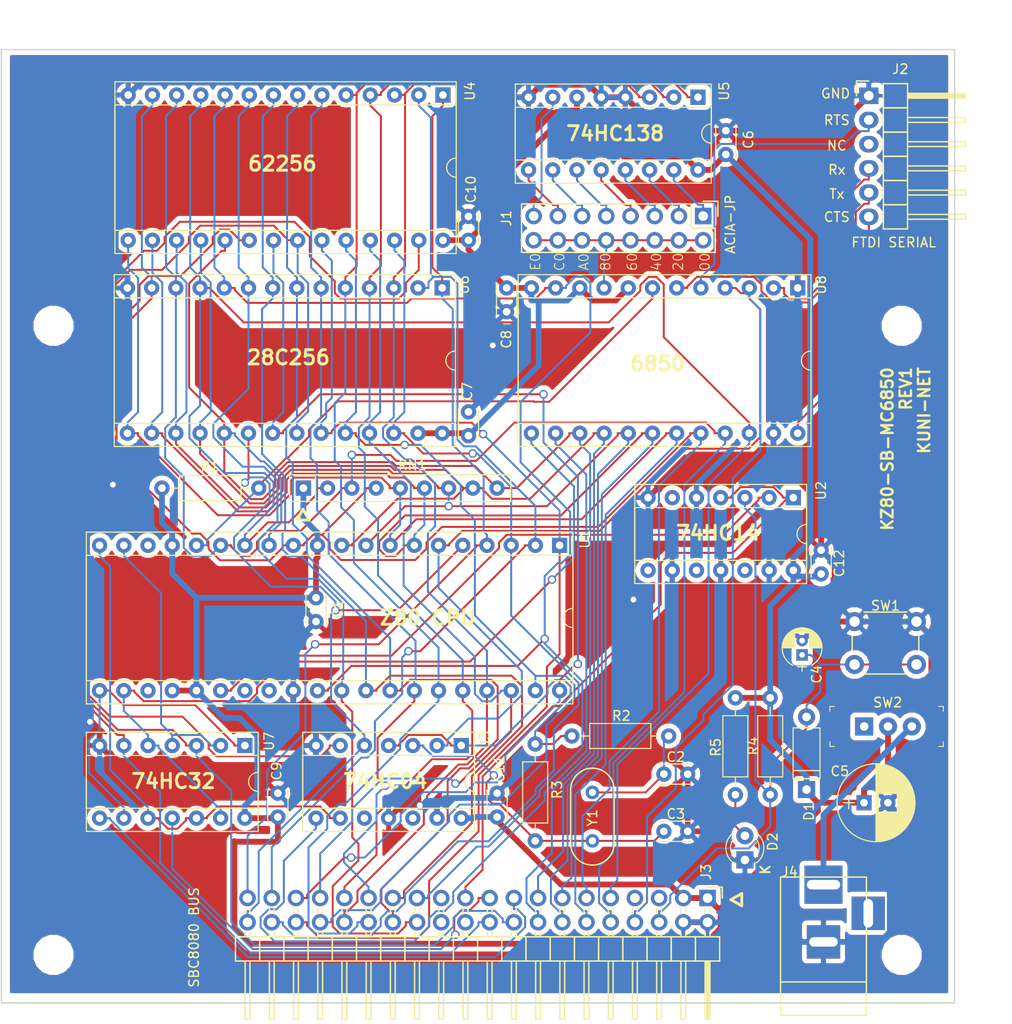
<source format=kicad_pcb>
(kicad_pcb (version 20171130) (host pcbnew "(5.0.0-3-g5ebb6b6)")
  (layers (0 F.Cu signal) (31 B.Cu signal) (34 B.Paste user) (35 F.Paste user) (36 B.SilkS user) (37 F.SilkS user) (38 B.Mask user) (39 F.Mask user) (44 Edge.Cuts user))
  (net 0 "")
  (net 1 VCC)
  (net 2 GND)
  (net 3 "Net-(C2-Pad1)")
  (net 4 "Net-(C3-Pad1)")
  (net 5 ~RESIN)
  (net 6 "Net-(D2-Pad2)")
  (net 7 "Net-(J1-Pad1)")
  (net 8 "Net-(J1-Pad10)")
  (net 9 "Net-(J1-Pad3)")
  (net 10 "Net-(J1-Pad5)")
  (net 11 "Net-(J1-Pad7)")
  (net 12 "Net-(J1-Pad9)")
  (net 13 "Net-(J1-Pad11)")
  (net 14 "Net-(J1-Pad13)")
  (net 15 "Net-(J1-Pad15)")
  (net 16 "Net-(J2-Pad2)")
  (net 17 "Net-(J2-Pad3)")
  (net 18 "Net-(J2-Pad4)")
  (net 19 "Net-(J2-Pad5)")
  (net 20 "Net-(J2-Pad6)")
  (net 21 "Net-(J3-Pad5)")
  (net 22 "Net-(J3-Pad7)")
  (net 23 CLK)
  (net 24 D0)
  (net 25 D1)
  (net 26 D2)
  (net 27 D3)
  (net 28 D4)
  (net 29 D5)
  (net 30 D6)
  (net 31 D7)
  (net 32 ~IORD)
  (net 33 ~MEMRD)
  (net 34 ~IOWR)
  (net 35 ~MEMWR)
  (net 36 RES)
  (net 37 "Net-(J3-Pad22)")
  (net 38 "Net-(J3-Pad23)")
  (net 39 "Net-(J3-Pad24)")
  (net 40 A0)
  (net 41 A1)
  (net 42 A2)
  (net 43 A3)
  (net 44 A4)
  (net 45 A5)
  (net 46 A6)
  (net 47 A7)
  (net 48 A8)
  (net 49 A9)
  (net 50 A10)
  (net 51 A11)
  (net 52 A12)
  (net 53 A13)
  (net 54 A14)
  (net 55 A15)
  (net 56 "Net-(J4-Pad1)")
  (net 57 "Net-(J4-Pad3)")
  (net 58 ~INT)
  (net 59 "Net-(R2-Pad2)")
  (net 60 "Net-(SW2-Pad1)")
  (net 61 "Net-(U1-Pad18)")
  (net 62 ~MREQ)
  (net 63 ~IOREQ)
  (net 64 ~RD)
  (net 65 ~WR)
  (net 66 "Net-(U1-Pad23)")
  (net 67 "Net-(U1-Pad26)")
  (net 68 "Net-(U1-Pad27)")
  (net 69 "Net-(U1-Pad28)")
  (net 70 "Net-(U3-Pad6)")
  (net 71 "Net-(U3-Pad8)")
  (net 72 "Net-(U3-Pad10)")
  (net 73 "Net-(U3-Pad12)")
  (net 74 "Net-(U2-Pad8)")
  (net 75 "Net-(U2-Pad10)")
  (net 76 "Net-(U2-Pad12)")
  (net 77 "Net-(U2-Pad6)")
  (module Capacitors_THT:C_Disc_D3.0mm_W2.0mm_P2.50mm (layer F.Cu) (at 121 99.5 270)
    (fp_text reference C1 (at 1.25 -2.31 270) (layer F.SilkS))
    (fp_text value 0.1u)
    (pad 1 thru_hole circle (at 0 0 270) (size 1.6 1.6) (drill 0.8) (layers *.Cu *.Mask) (net 1 VCC))
    (pad 2 thru_hole circle (at 2.5 0 270) (size 1.6 1.6) (drill 0.8) (layers *.Cu *.Mask) (net 2 GND))
  )
  (module Capacitors_THT:C_Disc_D3.0mm_W2.0mm_P2.50mm (layer F.Cu) (at 157.5 118)
    (fp_text reference C2 (at 1.25 -1.795) (layer F.SilkS))
    (fp_text value 22p)
    (pad 1 thru_hole circle (at 0 0) (size 1.6 1.6) (drill 0.8) (layers *.Cu *.Mask) (net 3 "Net-(C2-Pad1)"))
    (pad 2 thru_hole circle (at 2.5 0) (size 1.6 1.6) (drill 0.8) (layers *.Cu *.Mask) (net 2 GND))
  )
  (module Capacitors_THT:C_Disc_D3.0mm_W2.0mm_P2.50mm (layer F.Cu) (at 157.5 124)
    (fp_text reference C3 (at 1.25 -1.826) (layer F.SilkS))
    (fp_text value 22p)
    (pad 1 thru_hole circle (at 0 0) (size 1.6 1.6) (drill 0.8) (layers *.Cu *.Mask) (net 4 "Net-(C3-Pad1)"))
    (pad 2 thru_hole circle (at 2.5 0) (size 1.6 1.6) (drill 0.8) (layers *.Cu *.Mask) (net 2 GND))
  )
  (module Capacitors_THT:CP_Radial_D4.0mm_P1.50mm (layer F.Cu) (at 172 105.5 90)
    (fp_text reference C4 (at -2.032 1.524 90) (layer F.SilkS))
    (fp_text value 47u)
    (pad 1 thru_hole rect (at 0 0 90) (size 1.2 1.2) (drill 0.6) (layers *.Cu *.Mask) (net 5 ~RESIN))
    (pad 2 thru_hole circle (at 1.5 0 90) (size 1.2 1.2) (drill 0.6) (layers *.Cu *.Mask) (net 2 GND))
  )
  (module Capacitors_THT:CP_Radial_D8.0mm_P2.50mm (layer F.Cu) (at 178.5 121)
    (fp_text reference C5 (at -2.54 -3.302) (layer F.SilkS))
    (fp_text value 100u)
    (pad 1 thru_hole rect (at 0 0) (size 1.6 1.6) (drill 0.8) (layers *.Cu *.Mask) (net 1 VCC))
    (pad 2 thru_hole circle (at 2.5 0) (size 1.6 1.6) (drill 0.8) (layers *.Cu *.Mask) (net 2 GND))
  )
  (module Capacitors_THT:C_Disc_D3.0mm_W2.0mm_P2.50mm (layer F.Cu) (at 164 53 90)
    (fp_text reference C6 (at 1.565 2.37 90) (layer F.SilkS))
    (fp_text value 0.1u)
    (pad 1 thru_hole circle (at 0 0 90) (size 1.6 1.6) (drill 0.8) (layers *.Cu *.Mask) (net 1 VCC))
    (pad 2 thru_hole circle (at 2.5 0 90) (size 1.6 1.6) (drill 0.8) (layers *.Cu *.Mask) (net 2 GND))
  )
  (module Capacitors_THT:C_Disc_D3.0mm_W2.0mm_P2.50mm (layer F.Cu) (at 137 82.5 90)
    (fp_text reference C7 (at 4.659 -0.127 90) (layer F.SilkS))
    (fp_text value 0.1u)
    (pad 1 thru_hole circle (at 0 0 90) (size 1.6 1.6) (drill 0.8) (layers *.Cu *.Mask) (net 1 VCC))
    (pad 2 thru_hole circle (at 2.5 0 90) (size 1.6 1.6) (drill 0.8) (layers *.Cu *.Mask) (net 2 GND))
  )
  (module Capacitors_THT:C_Disc_D3.0mm_W2.0mm_P2.50mm (layer F.Cu) (at 141 67 270)
    (fp_text reference C8 (at 5.39 0.03 270) (layer F.SilkS))
    (fp_text value 0.1u)
    (pad 1 thru_hole circle (at 0 0 270) (size 1.6 1.6) (drill 0.8) (layers *.Cu *.Mask) (net 1 VCC))
    (pad 2 thru_hole circle (at 2.5 0 270) (size 1.6 1.6) (drill 0.8) (layers *.Cu *.Mask) (net 2 GND))
  )
  (module Capacitors_THT:C_Disc_D3.0mm_W2.0mm_P2.50mm (layer F.Cu) (at 117 122.5 90)
    (fp_text reference C9 (at 4.826 -0.127 90) (layer F.SilkS))
    (fp_text value 0.1u)
    (pad 1 thru_hole circle (at 0 0 90) (size 1.6 1.6) (drill 0.8) (layers *.Cu *.Mask) (net 1 VCC))
    (pad 2 thru_hole circle (at 2.5 0 90) (size 1.6 1.6) (drill 0.8) (layers *.Cu *.Mask) (net 2 GND))
  )
  (module Capacitors_THT:C_Disc_D3.0mm_W2.0mm_P2.50mm (layer F.Cu) (at 137 62 90)
    (fp_text reference C10 (at 5.334 0.254 90) (layer F.SilkS))
    (fp_text value 0.1u)
    (pad 1 thru_hole circle (at 0 0 90) (size 1.6 1.6) (drill 0.8) (layers *.Cu *.Mask) (net 1 VCC))
    (pad 2 thru_hole circle (at 2.5 0 90) (size 1.6 1.6) (drill 0.8) (layers *.Cu *.Mask) (net 2 GND))
  )
  (module Capacitors_THT:C_Disc_D3.0mm_W2.0mm_P2.50mm (layer F.Cu) (at 140 122.5 90)
    (fp_text reference C11 (at 5.04 0.254 90) (layer F.SilkS))
    (fp_text value 0.1u)
    (pad 1 thru_hole circle (at 0 0 90) (size 1.6 1.6) (drill 0.8) (layers *.Cu *.Mask) (net 1 VCC))
    (pad 2 thru_hole circle (at 2.5 0 90) (size 1.6 1.6) (drill 0.8) (layers *.Cu *.Mask) (net 2 GND))
  )
  (module Capacitors_THT:C_Disc_D3.0mm_W2.0mm_P2.50mm (layer F.Cu) (at 174 97 90)
    (fp_text reference C12 (at 1.115 1.895 90) (layer F.SilkS))
    (fp_text value 0.1u)
    (pad 1 thru_hole circle (at 0 0 90) (size 1.6 1.6) (drill 0.8) (layers *.Cu *.Mask) (net 1 VCC))
    (pad 2 thru_hole circle (at 2.5 0 90) (size 1.6 1.6) (drill 0.8) (layers *.Cu *.Mask) (net 2 GND))
  )
  (module Diodes_THT:D_A-405_P7.62mm_Horizontal (layer F.Cu) (at 172.466 119.62 90)
    (fp_text reference D1 (at -2.3 0.254 90) (layer F.SilkS))
    (fp_text value D)
    (pad 1 thru_hole rect (at 0 0 90) (size 1.8 1.8) (drill 0.9) (layers *.Cu *.Mask) (net 1 VCC))
    (pad 2 thru_hole oval (at 7.62 0 90) (size 1.8 1.8) (drill 0.9) (layers *.Cu *.Mask) (net 5 ~RESIN))
  )
  (module LEDs:LED_D3.0mm (layer F.Cu) (at 166 127 90)
    (fp_text reference D2 (at 1.905 2.91 90) (layer F.SilkS))
    (fp_text value LED)
    (pad 1 thru_hole rect (at 0 0 90) (size 1.8 1.8) (drill 0.9) (layers *.Cu *.Mask) (net 2 GND))
    (pad 2 thru_hole circle (at 2.54 0 90) (size 1.8 1.8) (drill 0.9) (layers *.Cu *.Mask) (net 6 "Net-(D2-Pad2)"))
  )
  (module Pin_Headers:Pin_Header_Straight_2x08 (layer F.Cu) (at 161.62 59.46 270)
    (fp_text reference J1 (at 0.23 20.65 270) (layer F.SilkS))
    (fp_text value ACIA-J)
    (pad 1 thru_hole rect (at 0 0 270) (size 1.7272 1.7272) (drill 1.016) (layers *.Cu *.Mask) (net 7 "Net-(J1-Pad1)"))
    (pad 2 thru_hole oval (at 2.54 0 270) (size 1.7272 1.7272) (drill 1.016) (layers *.Cu *.Mask) (net 8 "Net-(J1-Pad10)"))
    (pad 3 thru_hole oval (at 0 2.54 270) (size 1.7272 1.7272) (drill 1.016) (layers *.Cu *.Mask) (net 9 "Net-(J1-Pad3)"))
    (pad 4 thru_hole oval (at 2.54 2.54 270) (size 1.7272 1.7272) (drill 1.016) (layers *.Cu *.Mask) (net 8 "Net-(J1-Pad10)"))
    (pad 5 thru_hole oval (at 0 5.08 270) (size 1.7272 1.7272) (drill 1.016) (layers *.Cu *.Mask) (net 10 "Net-(J1-Pad5)"))
    (pad 6 thru_hole oval (at 2.54 5.08 270) (size 1.7272 1.7272) (drill 1.016) (layers *.Cu *.Mask) (net 8 "Net-(J1-Pad10)"))
    (pad 7 thru_hole oval (at 0 7.62 270) (size 1.7272 1.7272) (drill 1.016) (layers *.Cu *.Mask) (net 11 "Net-(J1-Pad7)"))
    (pad 8 thru_hole oval (at 2.54 7.62 270) (size 1.7272 1.7272) (drill 1.016) (layers *.Cu *.Mask) (net 8 "Net-(J1-Pad10)"))
    (pad 9 thru_hole oval (at 0 10.16 270) (size 1.7272 1.7272) (drill 1.016) (layers *.Cu *.Mask) (net 12 "Net-(J1-Pad9)"))
    (pad 10 thru_hole oval (at 2.54 10.16 270) (size 1.7272 1.7272) (drill 1.016) (layers *.Cu *.Mask) (net 8 "Net-(J1-Pad10)"))
    (pad 11 thru_hole oval (at 0 12.7 270) (size 1.7272 1.7272) (drill 1.016) (layers *.Cu *.Mask) (net 13 "Net-(J1-Pad11)"))
    (pad 12 thru_hole oval (at 2.54 12.7 270) (size 1.7272 1.7272) (drill 1.016) (layers *.Cu *.Mask) (net 8 "Net-(J1-Pad10)"))
    (pad 13 thru_hole oval (at 0 15.24 270) (size 1.7272 1.7272) (drill 1.016) (layers *.Cu *.Mask) (net 14 "Net-(J1-Pad13)"))
    (pad 14 thru_hole oval (at 2.54 15.24 270) (size 1.7272 1.7272) (drill 1.016) (layers *.Cu *.Mask) (net 8 "Net-(J1-Pad10)"))
    (pad 15 thru_hole oval (at 0 17.78 270) (size 1.7272 1.7272) (drill 1.016) (layers *.Cu *.Mask) (net 15 "Net-(J1-Pad15)"))
    (pad 16 thru_hole oval (at 2.54 17.78 270) (size 1.7272 1.7272) (drill 1.016) (layers *.Cu *.Mask) (net 8 "Net-(J1-Pad10)"))
  )
  (module Pin_Headers:Pin_Header_Angled_1x06 (layer F.Cu) (at 179 46.84)
    (fp_text reference J2 (at 3.302 -2.794) (layer F.SilkS))
    (fp_text value Conn_01x06)
    (pad 1 thru_hole rect (at 0 0) (size 2.032 1.7272) (drill 1.016) (layers *.Cu *.Mask) (net 2 GND))
    (pad 2 thru_hole oval (at 0 2.54) (size 2.032 1.7272) (drill 1.016) (layers *.Cu *.Mask) (net 16 "Net-(J2-Pad2)"))
    (pad 3 thru_hole oval (at 0 5.08) (size 2.032 1.7272) (drill 1.016) (layers *.Cu *.Mask) (net 17 "Net-(J2-Pad3)"))
    (pad 4 thru_hole oval (at 0 7.62) (size 2.032 1.7272) (drill 1.016) (layers *.Cu *.Mask) (net 18 "Net-(J2-Pad4)"))
    (pad 5 thru_hole oval (at 0 10.16) (size 2.032 1.7272) (drill 1.016) (layers *.Cu *.Mask) (net 19 "Net-(J2-Pad5)"))
    (pad 6 thru_hole oval (at 0 12.7) (size 2.032 1.7272) (drill 1.016) (layers *.Cu *.Mask) (net 20 "Net-(J2-Pad6)"))
  )
  (module Pin_Headers:Pin_Header_Angled_2x20 (layer F.Cu) (at 162.08 131 270)
    (fp_text reference J3 (at -2.73 0.155 270) (layer F.SilkS))
    (fp_text value "SBC8080 BUS")
    (pad 1 thru_hole rect (at 0 0 270) (size 1.7272 1.7272) (drill 1.016) (layers *.Cu *.Mask) (net 1 VCC))
    (pad 2 thru_hole oval (at 2.54 0 270) (size 1.7272 1.7272) (drill 1.016) (layers *.Cu *.Mask) (net 2 GND))
    (pad 3 thru_hole oval (at 0 2.54 270) (size 1.7272 1.7272) (drill 1.016) (layers *.Cu *.Mask) (net 1 VCC))
    (pad 4 thru_hole oval (at 2.54 2.54 270) (size 1.7272 1.7272) (drill 1.016) (layers *.Cu *.Mask) (net 2 GND))
    (pad 5 thru_hole oval (at 0 5.08 270) (size 1.7272 1.7272) (drill 1.016) (layers *.Cu *.Mask) (net 21 "Net-(J3-Pad5)"))
    (pad 6 thru_hole oval (at 2.54 5.08 270) (size 1.7272 1.7272) (drill 1.016) (layers *.Cu *.Mask) (net 5 ~RESIN))
    (pad 7 thru_hole oval (at 0 7.62 270) (size 1.7272 1.7272) (drill 1.016) (layers *.Cu *.Mask) (net 22 "Net-(J3-Pad7)"))
    (pad 8 thru_hole oval (at 2.54 7.62 270) (size 1.7272 1.7272) (drill 1.016) (layers *.Cu *.Mask) (net 23 CLK))
    (pad 9 thru_hole oval (at 0 10.16 270) (size 1.7272 1.7272) (drill 1.016) (layers *.Cu *.Mask) (net 24 D0))
    (pad 10 thru_hole oval (at 2.54 10.16 270) (size 1.7272 1.7272) (drill 1.016) (layers *.Cu *.Mask) (net 25 D1))
    (pad 11 thru_hole oval (at 0 12.7 270) (size 1.7272 1.7272) (drill 1.016) (layers *.Cu *.Mask) (net 26 D2))
    (pad 12 thru_hole oval (at 2.54 12.7 270) (size 1.7272 1.7272) (drill 1.016) (layers *.Cu *.Mask) (net 27 D3))
    (pad 13 thru_hole oval (at 0 15.24 270) (size 1.7272 1.7272) (drill 1.016) (layers *.Cu *.Mask) (net 28 D4))
    (pad 14 thru_hole oval (at 2.54 15.24 270) (size 1.7272 1.7272) (drill 1.016) (layers *.Cu *.Mask) (net 29 D5))
    (pad 15 thru_hole oval (at 0 17.78 270) (size 1.7272 1.7272) (drill 1.016) (layers *.Cu *.Mask) (net 30 D6))
    (pad 16 thru_hole oval (at 2.54 17.78 270) (size 1.7272 1.7272) (drill 1.016) (layers *.Cu *.Mask) (net 31 D7))
    (pad 17 thru_hole oval (at 0 20.32 270) (size 1.7272 1.7272) (drill 1.016) (layers *.Cu *.Mask) (net 32 ~IORD))
    (pad 18 thru_hole oval (at 2.54 20.32 270) (size 1.7272 1.7272) (drill 1.016) (layers *.Cu *.Mask) (net 33 ~MEMRD))
    (pad 19 thru_hole oval (at 0 22.86 270) (size 1.7272 1.7272) (drill 1.016) (layers *.Cu *.Mask) (net 34 ~IOWR))
    (pad 20 thru_hole oval (at 2.54 22.86 270) (size 1.7272 1.7272) (drill 1.016) (layers *.Cu *.Mask) (net 35 ~MEMWR))
    (pad 21 thru_hole oval (at 0 25.4 270) (size 1.7272 1.7272) (drill 1.016) (layers *.Cu *.Mask) (net 36 RES))
    (pad 22 thru_hole oval (at 2.54 25.4 270) (size 1.7272 1.7272) (drill 1.016) (layers *.Cu *.Mask) (net 37 "Net-(J3-Pad22)"))
    (pad 23 thru_hole oval (at 0 27.94 270) (size 1.7272 1.7272) (drill 1.016) (layers *.Cu *.Mask) (net 38 "Net-(J3-Pad23)"))
    (pad 24 thru_hole oval (at 2.54 27.94 270) (size 1.7272 1.7272) (drill 1.016) (layers *.Cu *.Mask) (net 39 "Net-(J3-Pad24)"))
    (pad 25 thru_hole oval (at 0 30.48 270) (size 1.7272 1.7272) (drill 1.016) (layers *.Cu *.Mask) (net 40 A0))
    (pad 26 thru_hole oval (at 2.54 30.48 270) (size 1.7272 1.7272) (drill 1.016) (layers *.Cu *.Mask) (net 41 A1))
    (pad 27 thru_hole oval (at 0 33.02 270) (size 1.7272 1.7272) (drill 1.016) (layers *.Cu *.Mask) (net 42 A2))
    (pad 28 thru_hole oval (at 2.54 33.02 270) (size 1.7272 1.7272) (drill 1.016) (layers *.Cu *.Mask) (net 43 A3))
    (pad 29 thru_hole oval (at 0 35.56 270) (size 1.7272 1.7272) (drill 1.016) (layers *.Cu *.Mask) (net 44 A4))
    (pad 30 thru_hole oval (at 2.54 35.56 270) (size 1.7272 1.7272) (drill 1.016) (layers *.Cu *.Mask) (net 45 A5))
    (pad 31 thru_hole oval (at 0 38.1 270) (size 1.7272 1.7272) (drill 1.016) (layers *.Cu *.Mask) (net 46 A6))
    (pad 32 thru_hole oval (at 2.54 38.1 270) (size 1.7272 1.7272) (drill 1.016) (layers *.Cu *.Mask) (net 47 A7))
    (pad 33 thru_hole oval (at 0 40.64 270) (size 1.7272 1.7272) (drill 1.016) (layers *.Cu *.Mask) (net 48 A8))
    (pad 34 thru_hole oval (at 2.54 40.64 270) (size 1.7272 1.7272) (drill 1.016) (layers *.Cu *.Mask) (net 49 A9))
    (pad 35 thru_hole oval (at 0 43.18 270) (size 1.7272 1.7272) (drill 1.016) (layers *.Cu *.Mask) (net 50 A10))
    (pad 36 thru_hole oval (at 2.54 43.18 270) (size 1.7272 1.7272) (drill 1.016) (layers *.Cu *.Mask) (net 51 A11))
    (pad 37 thru_hole oval (at 0 45.72 270) (size 1.7272 1.7272) (drill 1.016) (layers *.Cu *.Mask) (net 52 A12))
    (pad 38 thru_hole oval (at 2.54 45.72 270) (size 1.7272 1.7272) (drill 1.016) (layers *.Cu *.Mask) (net 53 A13))
    (pad 39 thru_hole oval (at 0 48.26 270) (size 1.7272 1.7272) (drill 1.016) (layers *.Cu *.Mask) (net 54 A14))
    (pad 40 thru_hole oval (at 2.54 48.26 270) (size 1.7272 1.7272) (drill 1.016) (layers *.Cu *.Mask) (net 55 A15))
  )
  (module Connectors:BARREL_JACK (layer F.Cu) (at 174.244 135.799 90)
    (fp_text reference J4 (at 7.529 -3.556 180) (layer F.SilkS))
    (fp_text value Jack-DC)
    (pad 1 thru_hole rect (at 6.20014 0 90) (size 4 4) (drill oval 1.00076 3.5) (layers *.Cu *.Mask) (net 56 "Net-(J4-Pad1)"))
    (pad 2 thru_hole rect (at 0.20066 0 90) (size 3.50012 3.50012) (drill oval 1.00076 3) (layers *.Cu *.Mask) (net 2 GND))
    (pad 3 thru_hole rect (at 3.2004 4.699 90) (size 3.50012 3.50012) (drill oval 3 1.00076) (layers *.Cu *.Mask) (net 57 "Net-(J4-Pad3)"))
  )
  (module Resistors_THT:R_Axial_DIN0207_L6.3mm_D2.5mm_P10.16mm_Horizontal (layer F.Cu) (at 115 88 180)
    (fp_text reference R1 (at 5.145 2.275 180) (layer F.SilkS))
    (fp_text value 3.3k)
    (pad 1 thru_hole circle (at 0 0 180) (size 1.6 1.6) (drill 0.8) (layers *.Cu *.Mask) (net 58 ~INT))
    (pad 2 thru_hole oval (at 10.16 0 180) (size 1.6 1.6) (drill 0.8) (layers *.Cu *.Mask) (net 1 VCC))
  )
  (module Resistors_THT:R_Axial_DIN0207_L6.3mm_D2.5mm_P10.16mm_Horizontal (layer F.Cu) (at 158 114 180)
    (fp_text reference R2 (at 4.965 2.113 180) (layer F.SilkS))
    (fp_text value 1k)
    (pad 1 thru_hole circle (at 0 0 180) (size 1.6 1.6) (drill 0.8) (layers *.Cu *.Mask) (net 3 "Net-(C2-Pad1)"))
    (pad 2 thru_hole oval (at 10.16 0 180) (size 1.6 1.6) (drill 0.8) (layers *.Cu *.Mask) (net 59 "Net-(R2-Pad2)"))
  )
  (module Resistors_THT:R_Axial_DIN0207_L6.3mm_D2.5mm_P10.16mm_Horizontal (layer F.Cu) (at 144 125 90)
    (fp_text reference R3 (at 5.366 2.304 90) (layer F.SilkS))
    (fp_text value 1M)
    (pad 1 thru_hole circle (at 0 0 90) (size 1.6 1.6) (drill 0.8) (layers *.Cu *.Mask) (net 4 "Net-(C3-Pad1)"))
    (pad 2 thru_hole oval (at 10.16 0 90) (size 1.6 1.6) (drill 0.8) (layers *.Cu *.Mask) (net 59 "Net-(R2-Pad2)"))
  )
  (module Resistors_THT:R_Axial_DIN0207_L6.3mm_D2.5mm_P10.16mm_Horizontal (layer F.Cu) (at 168.656 120.16 90)
    (fp_text reference R4 (at 5.098 -1.778 90) (layer F.SilkS))
    (fp_text value 2.2k)
    (pad 1 thru_hole circle (at 0 0 90) (size 1.6 1.6) (drill 0.8) (layers *.Cu *.Mask) (net 5 ~RESIN))
    (pad 2 thru_hole oval (at 10.16 0 90) (size 1.6 1.6) (drill 0.8) (layers *.Cu *.Mask) (net 1 VCC))
  )
  (module Resistors_THT:R_Axial_DIN0207_L6.3mm_D2.5mm_P10.16mm_Horizontal (layer F.Cu) (at 165 120.16 90)
    (fp_text reference R5 (at 4.971 -2.059 90) (layer F.SilkS))
    (fp_text value 1k)
    (pad 1 thru_hole circle (at 0 0 90) (size 1.6 1.6) (drill 0.8) (layers *.Cu *.Mask) (net 6 "Net-(D2-Pad2)"))
    (pad 2 thru_hole oval (at 10.16 0 90) (size 1.6 1.6) (drill 0.8) (layers *.Cu *.Mask) (net 1 VCC))
  )
  (module Resistors_THT:R_Array_SIP9 (layer F.Cu) (at 119.68 88)
    (fp_text reference RN1 (at 11.43 -2.4) (layer F.SilkS))
    (fp_text value R_Network08)
    (pad 1 thru_hole rect (at 0 0) (size 1.6 1.6) (drill 0.8) (layers *.Cu *.Mask) (net 1 VCC))
    (pad 2 thru_hole oval (at 2.54 0) (size 1.6 1.6) (drill 0.8) (layers *.Cu *.Mask) (net 24 D0))
    (pad 3 thru_hole oval (at 5.08 0) (size 1.6 1.6) (drill 0.8) (layers *.Cu *.Mask) (net 25 D1))
    (pad 4 thru_hole oval (at 7.62 0) (size 1.6 1.6) (drill 0.8) (layers *.Cu *.Mask) (net 26 D2))
    (pad 5 thru_hole oval (at 10.16 0) (size 1.6 1.6) (drill 0.8) (layers *.Cu *.Mask) (net 27 D3))
    (pad 6 thru_hole oval (at 12.7 0) (size 1.6 1.6) (drill 0.8) (layers *.Cu *.Mask) (net 28 D4))
    (pad 7 thru_hole oval (at 15.24 0) (size 1.6 1.6) (drill 0.8) (layers *.Cu *.Mask) (net 29 D5))
    (pad 8 thru_hole oval (at 17.78 0) (size 1.6 1.6) (drill 0.8) (layers *.Cu *.Mask) (net 30 D6))
    (pad 9 thru_hole oval (at 20.32 0) (size 1.6 1.6) (drill 0.8) (layers *.Cu *.Mask) (net 31 D7))
  )
  (module Buttons_Switches_THT:SW_PUSH_6mm (layer F.Cu) (at 177.5 102)
    (fp_text reference SW1 (at 3.25 -1.67) (layer F.SilkS))
    (fp_text value SW_Push)
    (pad 2 thru_hole circle (at 0 4.5 90) (size 2 2) (drill 1.1) (layers *.Cu *.Mask) (net 5 ~RESIN))
    (pad 1 thru_hole circle (at 0 0 90) (size 2 2) (drill 1.1) (layers *.Cu *.Mask) (net 2 GND))
    (pad 2 thru_hole circle (at 6.5 4.5 90) (size 2 2) (drill 1.1) (layers *.Cu *.Mask) (net 5 ~RESIN))
    (pad 1 thru_hole circle (at 6.5 0 90) (size 2 2) (drill 1.1) (layers *.Cu *.Mask) (net 2 GND))
  )
  (module digikey-footprints:Switch_Slide_11.6x4mm_EG1218 (layer F.Cu) (at 178.515 113)
    (fp_text reference SW2 (at 2.46 -2.51) (layer F.SilkS))
    (fp_text value SW_SPDT)
    (pad 1 thru_hole rect (at 0 0) (size 1.9 1.9) (drill 0.9) (layers *.Cu *.Mask) (net 60 "Net-(SW2-Pad1)"))
    (pad 2 thru_hole circle (at 2.5 0) (size 1.9 1.9) (drill 0.9) (layers *.Cu *.Mask) (net 1 VCC))
    (pad 3 thru_hole circle (at 5 0) (size 1.9 1.9) (drill 0.9) (layers *.Cu *.Mask) (net 56 "Net-(J4-Pad1)"))
  )
  (module Crystals:HC-49V (layer F.Cu) (at 150 119.92 270)
    (fp_text reference Y1 (at 2.667 0 270) (layer F.SilkS))
    (fp_text value Crystal)
    (pad 1 thru_hole circle (at 0 0 270) (size 1.4224 1.4224) (drill 0.762) (layers *.Cu *.Mask) (net 3 "Net-(C2-Pad1)"))
    (pad 2 thru_hole circle (at 5.08 0 270) (size 1.4224 1.4224) (drill 0.762) (layers *.Cu *.Mask) (net 4 "Net-(C3-Pad1)"))
  )
  (module Mounting_Holes:MountingHole_3.2mm_M3 (layer F.Cu) (at 93.46 70.97)
    (fp_text reference M1 hide)
    (fp_text value MountingHole_M3 hide)
    (pad 1 np_thru_hole circle (at 0 0) (size 3.2 3.2) (drill 3.2) (layers *.Cu *.Mask))
  )
  (module Mounting_Holes:MountingHole_3.2mm_M3 (layer F.Cu) (at 182.45 70.97)
    (fp_text reference M2 hide)
    (fp_text value MountingHole_M3 hide)
    (pad 1 np_thru_hole circle (at 0 0) (size 3.2 3.2) (drill 3.2) (layers *.Cu *.Mask))
  )
  (module Mounting_Holes:MountingHole_3.2mm_M3 (layer F.Cu) (at 93.46 136.96)
    (fp_text reference M3 hide)
    (fp_text value MountingHole_M3 hide)
    (pad 1 np_thru_hole circle (at 0 0) (size 3.2 3.2) (drill 3.2) (layers *.Cu *.Mask))
  )
  (module Mounting_Holes:MountingHole_3.2mm_M3 (layer F.Cu) (at 182.45 136.96)
    (fp_text reference M4 hide)
    (fp_text value MountingHole_M3 hide)
    (pad 1 np_thru_hole circle (at 0 0) (size 3.2 3.2) (drill 3.2) (layers *.Cu *.Mask))
  )
  (module Housings_DIP:DIP-14_W7.62mm_Socket (layer F.Cu) (at 171.08 89 270)
    (fp_text reference U2 (at -0.735 -2.91 270) (layer F.SilkS))
    (fp_text value 74HC14)
    (pad 1 thru_hole rect (at 0 0 270) (size 1.6 1.6) (drill 0.8) (layers *.Cu *.Mask) (net 36 RES))
    (pad 8 thru_hole oval (at 7.62 15.24 270) (size 1.6 1.6) (drill 0.8) (layers *.Cu *.Mask) (net 74 "Net-(U2-Pad8)"))
    (pad 2 thru_hole oval (at 0 2.54 270) (size 1.6 1.6) (drill 0.8) (layers *.Cu *.Mask) (net 67 "Net-(U1-Pad26)"))
    (pad 9 thru_hole oval (at 7.62 12.7 270) (size 1.6 1.6) (drill 0.8) (layers *.Cu *.Mask) (net 2 GND))
    (pad 3 thru_hole oval (at 0 5.08 270) (size 1.6 1.6) (drill 0.8) (layers *.Cu *.Mask) (net 5 ~RESIN))
    (pad 10 thru_hole oval (at 7.62 10.16 270) (size 1.6 1.6) (drill 0.8) (layers *.Cu *.Mask) (net 75 "Net-(U2-Pad10)"))
    (pad 4 thru_hole oval (at 0 7.62 270) (size 1.6 1.6) (drill 0.8) (layers *.Cu *.Mask) (net 36 RES))
    (pad 11 thru_hole oval (at 7.62 7.62 270) (size 1.6 1.6) (drill 0.8) (layers *.Cu *.Mask) (net 2 GND))
    (pad 5 thru_hole oval (at 0 10.16 270) (size 1.6 1.6) (drill 0.8) (layers *.Cu *.Mask) (net 2 GND))
    (pad 12 thru_hole oval (at 7.62 5.08 270) (size 1.6 1.6) (drill 0.8) (layers *.Cu *.Mask) (net 76 "Net-(U2-Pad12)"))
    (pad 6 thru_hole oval (at 0 12.7 270) (size 1.6 1.6) (drill 0.8) (layers *.Cu *.Mask) (net 77 "Net-(U2-Pad6)"))
    (pad 13 thru_hole oval (at 7.62 2.54 270) (size 1.6 1.6) (drill 0.8) (layers *.Cu *.Mask) (net 2 GND))
    (pad 7 thru_hole oval (at 0 15.24 270) (size 1.6 1.6) (drill 0.8) (layers *.Cu *.Mask) (net 2 GND))
    (pad 14 thru_hole oval (at 7.62 0 270) (size 1.6 1.6) (drill 0.8) (layers *.Cu *.Mask) (net 1 VCC))
  )
  (module Housings_DIP:DIP-14_W7.62mm_Socket (layer F.Cu) (at 136.24 115 270)
    (fp_text reference U3 (at -0.573 -2.444 270) (layer F.SilkS))
    (fp_text value 74HC04)
    (pad 1 thru_hole rect (at 0 0 270) (size 1.6 1.6) (drill 0.8) (layers *.Cu *.Mask) (net 59 "Net-(R2-Pad2)"))
    (pad 8 thru_hole oval (at 7.62 15.24 270) (size 1.6 1.6) (drill 0.8) (layers *.Cu *.Mask) (net 71 "Net-(U3-Pad8)"))
    (pad 2 thru_hole oval (at 0 2.54 270) (size 1.6 1.6) (drill 0.8) (layers *.Cu *.Mask) (net 23 CLK))
    (pad 9 thru_hole oval (at 7.62 12.7 270) (size 1.6 1.6) (drill 0.8) (layers *.Cu *.Mask) (net 63 ~IOREQ))
    (pad 3 thru_hole oval (at 0 5.08 270) (size 1.6 1.6) (drill 0.8) (layers *.Cu *.Mask) (net 4 "Net-(C3-Pad1)"))
    (pad 10 thru_hole oval (at 7.62 10.16 270) (size 1.6 1.6) (drill 0.8) (layers *.Cu *.Mask) (net 72 "Net-(U3-Pad10)"))
    (pad 4 thru_hole oval (at 0 7.62 270) (size 1.6 1.6) (drill 0.8) (layers *.Cu *.Mask) (net 59 "Net-(R2-Pad2)"))
    (pad 11 thru_hole oval (at 7.62 7.62 270) (size 1.6 1.6) (drill 0.8) (layers *.Cu *.Mask) (net 2 GND))
    (pad 5 thru_hole oval (at 0 10.16 270) (size 1.6 1.6) (drill 0.8) (layers *.Cu *.Mask) (net 55 A15))
    (pad 12 thru_hole oval (at 7.62 5.08 270) (size 1.6 1.6) (drill 0.8) (layers *.Cu *.Mask) (net 73 "Net-(U3-Pad12)"))
    (pad 6 thru_hole oval (at 0 12.7 270) (size 1.6 1.6) (drill 0.8) (layers *.Cu *.Mask) (net 70 "Net-(U3-Pad6)"))
    (pad 13 thru_hole oval (at 7.62 2.54 270) (size 1.6 1.6) (drill 0.8) (layers *.Cu *.Mask) (net 2 GND))
    (pad 7 thru_hole oval (at 0 15.24 270) (size 1.6 1.6) (drill 0.8) (layers *.Cu *.Mask) (net 2 GND))
    (pad 14 thru_hole oval (at 7.62 0 270) (size 1.6 1.6) (drill 0.8) (layers *.Cu *.Mask) (net 1 VCC))
  )
  (module Housings_DIP:DIP-28_W15.24mm_Socket (layer F.Cu) (at 134.32 46.76 270)
    (fp_text reference U4 (at -0.405 -2.84 270) (layer F.SilkS))
    (fp_text value 62256)
    (pad 1 thru_hole rect (at 0 0 270) (size 1.6 1.6) (drill 0.8) (layers *.Cu *.Mask) (net 54 A14))
    (pad 15 thru_hole oval (at 15.24 33.02 270) (size 1.6 1.6) (drill 0.8) (layers *.Cu *.Mask) (net 27 D3))
    (pad 2 thru_hole oval (at 0 2.54 270) (size 1.6 1.6) (drill 0.8) (layers *.Cu *.Mask) (net 52 A12))
    (pad 16 thru_hole oval (at 15.24 30.48 270) (size 1.6 1.6) (drill 0.8) (layers *.Cu *.Mask) (net 28 D4))
    (pad 3 thru_hole oval (at 0 5.08 270) (size 1.6 1.6) (drill 0.8) (layers *.Cu *.Mask) (net 47 A7))
    (pad 17 thru_hole oval (at 15.24 27.94 270) (size 1.6 1.6) (drill 0.8) (layers *.Cu *.Mask) (net 29 D5))
    (pad 4 thru_hole oval (at 0 7.62 270) (size 1.6 1.6) (drill 0.8) (layers *.Cu *.Mask) (net 46 A6))
    (pad 18 thru_hole oval (at 15.24 25.4 270) (size 1.6 1.6) (drill 0.8) (layers *.Cu *.Mask) (net 30 D6))
    (pad 5 thru_hole oval (at 0 10.16 270) (size 1.6 1.6) (drill 0.8) (layers *.Cu *.Mask) (net 45 A5))
    (pad 19 thru_hole oval (at 15.24 22.86 270) (size 1.6 1.6) (drill 0.8) (layers *.Cu *.Mask) (net 31 D7))
    (pad 6 thru_hole oval (at 0 12.7 270) (size 1.6 1.6) (drill 0.8) (layers *.Cu *.Mask) (net 44 A4))
    (pad 20 thru_hole oval (at 15.24 20.32 270) (size 1.6 1.6) (drill 0.8) (layers *.Cu *.Mask) (net 70 "Net-(U3-Pad6)"))
    (pad 7 thru_hole oval (at 0 15.24 270) (size 1.6 1.6) (drill 0.8) (layers *.Cu *.Mask) (net 43 A3))
    (pad 21 thru_hole oval (at 15.24 17.78 270) (size 1.6 1.6) (drill 0.8) (layers *.Cu *.Mask) (net 50 A10))
    (pad 8 thru_hole oval (at 0 17.78 270) (size 1.6 1.6) (drill 0.8) (layers *.Cu *.Mask) (net 42 A2))
    (pad 22 thru_hole oval (at 15.24 15.24 270) (size 1.6 1.6) (drill 0.8) (layers *.Cu *.Mask) (net 33 ~MEMRD))
    (pad 9 thru_hole oval (at 0 20.32 270) (size 1.6 1.6) (drill 0.8) (layers *.Cu *.Mask) (net 41 A1))
    (pad 23 thru_hole oval (at 15.24 12.7 270) (size 1.6 1.6) (drill 0.8) (layers *.Cu *.Mask) (net 51 A11))
    (pad 10 thru_hole oval (at 0 22.86 270) (size 1.6 1.6) (drill 0.8) (layers *.Cu *.Mask) (net 40 A0))
    (pad 24 thru_hole oval (at 15.24 10.16 270) (size 1.6 1.6) (drill 0.8) (layers *.Cu *.Mask) (net 49 A9))
    (pad 11 thru_hole oval (at 0 25.4 270) (size 1.6 1.6) (drill 0.8) (layers *.Cu *.Mask) (net 24 D0))
    (pad 25 thru_hole oval (at 15.24 7.62 270) (size 1.6 1.6) (drill 0.8) (layers *.Cu *.Mask) (net 48 A8))
    (pad 12 thru_hole oval (at 0 27.94 270) (size 1.6 1.6) (drill 0.8) (layers *.Cu *.Mask) (net 25 D1))
    (pad 26 thru_hole oval (at 15.24 5.08 270) (size 1.6 1.6) (drill 0.8) (layers *.Cu *.Mask) (net 53 A13))
    (pad 13 thru_hole oval (at 0 30.48 270) (size 1.6 1.6) (drill 0.8) (layers *.Cu *.Mask) (net 26 D2))
    (pad 27 thru_hole oval (at 15.24 2.54 270) (size 1.6 1.6) (drill 0.8) (layers *.Cu *.Mask) (net 35 ~MEMWR))
    (pad 14 thru_hole oval (at 0 33.02 270) (size 1.6 1.6) (drill 0.8) (layers *.Cu *.Mask) (net 2 GND))
    (pad 28 thru_hole oval (at 15.24 0 270) (size 1.6 1.6) (drill 0.8) (layers *.Cu *.Mask) (net 1 VCC))
  )
  (module Housings_DIP:DIP-16_W7.62mm_Socket (layer F.Cu) (at 161.08 47 270)
    (fp_text reference U5 (at -0.645 -2.75 270) (layer F.SilkS))
    (fp_text value 74LS138)
    (pad 1 thru_hole rect (at 0 0 270) (size 1.6 1.6) (drill 0.8) (layers *.Cu *.Mask) (net 45 A5))
    (pad 9 thru_hole oval (at 7.62 17.78 270) (size 1.6 1.6) (drill 0.8) (layers *.Cu *.Mask) (net 14 "Net-(J1-Pad13)"))
    (pad 2 thru_hole oval (at 0 2.54 270) (size 1.6 1.6) (drill 0.8) (layers *.Cu *.Mask) (net 46 A6))
    (pad 10 thru_hole oval (at 7.62 15.24 270) (size 1.6 1.6) (drill 0.8) (layers *.Cu *.Mask) (net 13 "Net-(J1-Pad11)"))
    (pad 3 thru_hole oval (at 0 5.08 270) (size 1.6 1.6) (drill 0.8) (layers *.Cu *.Mask) (net 47 A7))
    (pad 11 thru_hole oval (at 7.62 12.7 270) (size 1.6 1.6) (drill 0.8) (layers *.Cu *.Mask) (net 12 "Net-(J1-Pad9)"))
    (pad 4 thru_hole oval (at 0 7.62 270) (size 1.6 1.6) (drill 0.8) (layers *.Cu *.Mask) (net 2 GND))
    (pad 12 thru_hole oval (at 7.62 10.16 270) (size 1.6 1.6) (drill 0.8) (layers *.Cu *.Mask) (net 11 "Net-(J1-Pad7)"))
    (pad 5 thru_hole oval (at 0 10.16 270) (size 1.6 1.6) (drill 0.8) (layers *.Cu *.Mask) (net 2 GND))
    (pad 13 thru_hole oval (at 7.62 7.62 270) (size 1.6 1.6) (drill 0.8) (layers *.Cu *.Mask) (net 10 "Net-(J1-Pad5)"))
    (pad 6 thru_hole oval (at 0 12.7 270) (size 1.6 1.6) (drill 0.8) (layers *.Cu *.Mask) (net 1 VCC))
    (pad 14 thru_hole oval (at 7.62 5.08 270) (size 1.6 1.6) (drill 0.8) (layers *.Cu *.Mask) (net 9 "Net-(J1-Pad3)"))
    (pad 7 thru_hole oval (at 0 15.24 270) (size 1.6 1.6) (drill 0.8) (layers *.Cu *.Mask) (net 15 "Net-(J1-Pad15)"))
    (pad 15 thru_hole oval (at 7.62 2.54 270) (size 1.6 1.6) (drill 0.8) (layers *.Cu *.Mask) (net 7 "Net-(J1-Pad1)"))
    (pad 8 thru_hole oval (at 0 17.78 270) (size 1.6 1.6) (drill 0.8) (layers *.Cu *.Mask) (net 2 GND))
    (pad 16 thru_hole oval (at 7.62 0 270) (size 1.6 1.6) (drill 0.8) (layers *.Cu *.Mask) (net 1 VCC))
  )
  (module Housings_DIP:DIP-28_W15.24mm_Socket (layer F.Cu) (at 134.24 67 270)
    (fp_text reference U6 (at -0.325 -2.285 270) (layer F.SilkS))
    (fp_text value 28C256)
    (pad 1 thru_hole rect (at 0 0 270) (size 1.6 1.6) (drill 0.8) (layers *.Cu *.Mask) (net 54 A14))
    (pad 15 thru_hole oval (at 15.24 33.02 270) (size 1.6 1.6) (drill 0.8) (layers *.Cu *.Mask) (net 27 D3))
    (pad 2 thru_hole oval (at 0 2.54 270) (size 1.6 1.6) (drill 0.8) (layers *.Cu *.Mask) (net 52 A12))
    (pad 16 thru_hole oval (at 15.24 30.48 270) (size 1.6 1.6) (drill 0.8) (layers *.Cu *.Mask) (net 28 D4))
    (pad 3 thru_hole oval (at 0 5.08 270) (size 1.6 1.6) (drill 0.8) (layers *.Cu *.Mask) (net 47 A7))
    (pad 17 thru_hole oval (at 15.24 27.94 270) (size 1.6 1.6) (drill 0.8) (layers *.Cu *.Mask) (net 29 D5))
    (pad 4 thru_hole oval (at 0 7.62 270) (size 1.6 1.6) (drill 0.8) (layers *.Cu *.Mask) (net 46 A6))
    (pad 18 thru_hole oval (at 15.24 25.4 270) (size 1.6 1.6) (drill 0.8) (layers *.Cu *.Mask) (net 30 D6))
    (pad 5 thru_hole oval (at 0 10.16 270) (size 1.6 1.6) (drill 0.8) (layers *.Cu *.Mask) (net 45 A5))
    (pad 19 thru_hole oval (at 15.24 22.86 270) (size 1.6 1.6) (drill 0.8) (layers *.Cu *.Mask) (net 31 D7))
    (pad 6 thru_hole oval (at 0 12.7 270) (size 1.6 1.6) (drill 0.8) (layers *.Cu *.Mask) (net 44 A4))
    (pad 20 thru_hole oval (at 15.24 20.32 270) (size 1.6 1.6) (drill 0.8) (layers *.Cu *.Mask) (net 55 A15))
    (pad 7 thru_hole oval (at 0 15.24 270) (size 1.6 1.6) (drill 0.8) (layers *.Cu *.Mask) (net 43 A3))
    (pad 21 thru_hole oval (at 15.24 17.78 270) (size 1.6 1.6) (drill 0.8) (layers *.Cu *.Mask) (net 50 A10))
    (pad 8 thru_hole oval (at 0 17.78 270) (size 1.6 1.6) (drill 0.8) (layers *.Cu *.Mask) (net 42 A2))
    (pad 22 thru_hole oval (at 15.24 15.24 270) (size 1.6 1.6) (drill 0.8) (layers *.Cu *.Mask) (net 33 ~MEMRD))
    (pad 9 thru_hole oval (at 0 20.32 270) (size 1.6 1.6) (drill 0.8) (layers *.Cu *.Mask) (net 41 A1))
    (pad 23 thru_hole oval (at 15.24 12.7 270) (size 1.6 1.6) (drill 0.8) (layers *.Cu *.Mask) (net 51 A11))
    (pad 10 thru_hole oval (at 0 22.86 270) (size 1.6 1.6) (drill 0.8) (layers *.Cu *.Mask) (net 40 A0))
    (pad 24 thru_hole oval (at 15.24 10.16 270) (size 1.6 1.6) (drill 0.8) (layers *.Cu *.Mask) (net 49 A9))
    (pad 11 thru_hole oval (at 0 25.4 270) (size 1.6 1.6) (drill 0.8) (layers *.Cu *.Mask) (net 24 D0))
    (pad 25 thru_hole oval (at 15.24 7.62 270) (size 1.6 1.6) (drill 0.8) (layers *.Cu *.Mask) (net 48 A8))
    (pad 12 thru_hole oval (at 0 27.94 270) (size 1.6 1.6) (drill 0.8) (layers *.Cu *.Mask) (net 25 D1))
    (pad 26 thru_hole oval (at 15.24 5.08 270) (size 1.6 1.6) (drill 0.8) (layers *.Cu *.Mask) (net 53 A13))
    (pad 13 thru_hole oval (at 0 30.48 270) (size 1.6 1.6) (drill 0.8) (layers *.Cu *.Mask) (net 26 D2))
    (pad 27 thru_hole oval (at 15.24 2.54 270) (size 1.6 1.6) (drill 0.8) (layers *.Cu *.Mask) (net 1 VCC))
    (pad 14 thru_hole oval (at 0 33.02 270) (size 1.6 1.6) (drill 0.8) (layers *.Cu *.Mask) (net 2 GND))
    (pad 28 thru_hole oval (at 15.24 0 270) (size 1.6 1.6) (drill 0.8) (layers *.Cu *.Mask) (net 1 VCC))
  )
  (module Housings_DIP:DIP-14_W7.62mm_Socket (layer F.Cu) (at 113.54 115 270)
    (fp_text reference U7 (at -0.446 -2.538 270) (layer F.SilkS))
    (fp_text value 74LS32)
    (pad 1 thru_hole rect (at 0 0 270) (size 1.6 1.6) (drill 0.8) (layers *.Cu *.Mask) (net 64 ~RD))
    (pad 8 thru_hole oval (at 7.62 15.24 270) (size 1.6 1.6) (drill 0.8) (layers *.Cu *.Mask) (net 32 ~IORD))
    (pad 2 thru_hole oval (at 0 2.54 270) (size 1.6 1.6) (drill 0.8) (layers *.Cu *.Mask) (net 62 ~MREQ))
    (pad 9 thru_hole oval (at 7.62 12.7 270) (size 1.6 1.6) (drill 0.8) (layers *.Cu *.Mask) (net 64 ~RD))
    (pad 3 thru_hole oval (at 0 5.08 270) (size 1.6 1.6) (drill 0.8) (layers *.Cu *.Mask) (net 33 ~MEMRD))
    (pad 10 thru_hole oval (at 7.62 10.16 270) (size 1.6 1.6) (drill 0.8) (layers *.Cu *.Mask) (net 63 ~IOREQ))
    (pad 4 thru_hole oval (at 0 7.62 270) (size 1.6 1.6) (drill 0.8) (layers *.Cu *.Mask) (net 62 ~MREQ))
    (pad 11 thru_hole oval (at 7.62 7.62 270) (size 1.6 1.6) (drill 0.8) (layers *.Cu *.Mask) (net 34 ~IOWR))
    (pad 5 thru_hole oval (at 0 10.16 270) (size 1.6 1.6) (drill 0.8) (layers *.Cu *.Mask) (net 65 ~WR))
    (pad 12 thru_hole oval (at 7.62 5.08 270) (size 1.6 1.6) (drill 0.8) (layers *.Cu *.Mask) (net 63 ~IOREQ))
    (pad 6 thru_hole oval (at 0 12.7 270) (size 1.6 1.6) (drill 0.8) (layers *.Cu *.Mask) (net 35 ~MEMWR))
    (pad 13 thru_hole oval (at 7.62 2.54 270) (size 1.6 1.6) (drill 0.8) (layers *.Cu *.Mask) (net 65 ~WR))
    (pad 7 thru_hole oval (at 0 15.24 270) (size 1.6 1.6) (drill 0.8) (layers *.Cu *.Mask) (net 2 GND))
    (pad 14 thru_hole oval (at 7.62 0 270) (size 1.6 1.6) (drill 0.8) (layers *.Cu *.Mask) (net 1 VCC))
  )
  (module Housings_DIP:DIP-24_W15.24mm_Socket (layer F.Cu) (at 171.54 67 270)
    (fp_text reference U8 (at -0.325 -2.45 270) (layer F.SilkS))
    (fp_text value 6850)
    (pad 1 thru_hole rect (at 0 0 270) (size 1.6 1.6) (drill 0.8) (layers *.Cu *.Mask) (net 2 GND))
    (pad 13 thru_hole oval (at 15.24 27.94 270) (size 1.6 1.6) (drill 0.8) (layers *.Cu *.Mask) (net 65 ~WR))
    (pad 2 thru_hole oval (at 0 2.54 270) (size 1.6 1.6) (drill 0.8) (layers *.Cu *.Mask) (net 18 "Net-(J2-Pad4)"))
    (pad 14 thru_hole oval (at 15.24 25.4 270) (size 1.6 1.6) (drill 0.8) (layers *.Cu *.Mask) (net 71 "Net-(U3-Pad8)"))
    (pad 3 thru_hole oval (at 0 5.08 270) (size 1.6 1.6) (drill 0.8) (layers *.Cu *.Mask) (net 23 CLK))
    (pad 15 thru_hole oval (at 15.24 22.86 270) (size 1.6 1.6) (drill 0.8) (layers *.Cu *.Mask) (net 31 D7))
    (pad 4 thru_hole oval (at 0 7.62 270) (size 1.6 1.6) (drill 0.8) (layers *.Cu *.Mask) (net 23 CLK))
    (pad 16 thru_hole oval (at 15.24 20.32 270) (size 1.6 1.6) (drill 0.8) (layers *.Cu *.Mask) (net 30 D6))
    (pad 5 thru_hole oval (at 0 10.16 270) (size 1.6 1.6) (drill 0.8) (layers *.Cu *.Mask) (net 16 "Net-(J2-Pad2)"))
    (pad 17 thru_hole oval (at 15.24 17.78 270) (size 1.6 1.6) (drill 0.8) (layers *.Cu *.Mask) (net 29 D5))
    (pad 6 thru_hole oval (at 0 12.7 270) (size 1.6 1.6) (drill 0.8) (layers *.Cu *.Mask) (net 19 "Net-(J2-Pad5)"))
    (pad 18 thru_hole oval (at 15.24 15.24 270) (size 1.6 1.6) (drill 0.8) (layers *.Cu *.Mask) (net 28 D4))
    (pad 7 thru_hole oval (at 0 15.24 270) (size 1.6 1.6) (drill 0.8) (layers *.Cu *.Mask) (net 58 ~INT))
    (pad 19 thru_hole oval (at 15.24 12.7 270) (size 1.6 1.6) (drill 0.8) (layers *.Cu *.Mask) (net 27 D3))
    (pad 8 thru_hole oval (at 0 17.78 270) (size 1.6 1.6) (drill 0.8) (layers *.Cu *.Mask) (net 1 VCC))
    (pad 20 thru_hole oval (at 15.24 10.16 270) (size 1.6 1.6) (drill 0.8) (layers *.Cu *.Mask) (net 26 D2))
    (pad 9 thru_hole oval (at 0 20.32 270) (size 1.6 1.6) (drill 0.8) (layers *.Cu *.Mask) (net 8 "Net-(J1-Pad10)"))
    (pad 21 thru_hole oval (at 15.24 7.62 270) (size 1.6 1.6) (drill 0.8) (layers *.Cu *.Mask) (net 25 D1))
    (pad 10 thru_hole oval (at 0 22.86 270) (size 1.6 1.6) (drill 0.8) (layers *.Cu *.Mask) (net 1 VCC))
    (pad 22 thru_hole oval (at 15.24 5.08 270) (size 1.6 1.6) (drill 0.8) (layers *.Cu *.Mask) (net 24 D0))
    (pad 11 thru_hole oval (at 0 25.4 270) (size 1.6 1.6) (drill 0.8) (layers *.Cu *.Mask) (net 40 A0))
    (pad 23 thru_hole oval (at 15.24 2.54 270) (size 1.6 1.6) (drill 0.8) (layers *.Cu *.Mask) (net 2 GND))
    (pad 12 thru_hole oval (at 0 27.94 270) (size 1.6 1.6) (drill 0.8) (layers *.Cu *.Mask) (net 1 VCC))
    (pad 24 thru_hole oval (at 15.24 0 270) (size 1.6 1.6) (drill 0.8) (layers *.Cu *.Mask) (net 20 "Net-(J2-Pad6)"))
  )
  (module Housings_DIP:DIP-40_W15.24mm_Socket (layer F.Cu) (at 146.56 94 270)
    (fp_text reference U1 (at -0.655 -2.665 270) (layer F.SilkS))
    (fp_text value Z80CPU)
    (pad 1 thru_hole rect (at 0 0 270) (size 1.6 1.6) (drill 0.8) (layers *.Cu *.Mask) (net 51 A11))
    (pad 21 thru_hole oval (at 15.24 48.26 270) (size 1.6 1.6) (drill 0.8) (layers *.Cu *.Mask) (net 64 ~RD))
    (pad 2 thru_hole oval (at 0 2.54 270) (size 1.6 1.6) (drill 0.8) (layers *.Cu *.Mask) (net 52 A12))
    (pad 22 thru_hole oval (at 15.24 45.72 270) (size 1.6 1.6) (drill 0.8) (layers *.Cu *.Mask) (net 65 ~WR))
    (pad 3 thru_hole oval (at 0 5.08 270) (size 1.6 1.6) (drill 0.8) (layers *.Cu *.Mask) (net 53 A13))
    (pad 23 thru_hole oval (at 15.24 43.18 270) (size 1.6 1.6) (drill 0.8) (layers *.Cu *.Mask) (net 66 "Net-(U1-Pad23)"))
    (pad 4 thru_hole oval (at 0 7.62 270) (size 1.6 1.6) (drill 0.8) (layers *.Cu *.Mask) (net 54 A14))
    (pad 24 thru_hole oval (at 15.24 40.64 270) (size 1.6 1.6) (drill 0.8) (layers *.Cu *.Mask) (net 1 VCC))
    (pad 5 thru_hole oval (at 0 10.16 270) (size 1.6 1.6) (drill 0.8) (layers *.Cu *.Mask) (net 55 A15))
    (pad 25 thru_hole oval (at 15.24 38.1 270) (size 1.6 1.6) (drill 0.8) (layers *.Cu *.Mask) (net 1 VCC))
    (pad 6 thru_hole oval (at 0 12.7 270) (size 1.6 1.6) (drill 0.8) (layers *.Cu *.Mask) (net 23 CLK))
    (pad 26 thru_hole oval (at 15.24 35.56 270) (size 1.6 1.6) (drill 0.8) (layers *.Cu *.Mask) (net 67 "Net-(U1-Pad26)"))
    (pad 7 thru_hole oval (at 0 15.24 270) (size 1.6 1.6) (drill 0.8) (layers *.Cu *.Mask) (net 28 D4))
    (pad 27 thru_hole oval (at 15.24 33.02 270) (size 1.6 1.6) (drill 0.8) (layers *.Cu *.Mask) (net 68 "Net-(U1-Pad27)"))
    (pad 8 thru_hole oval (at 0 17.78 270) (size 1.6 1.6) (drill 0.8) (layers *.Cu *.Mask) (net 27 D3))
    (pad 28 thru_hole oval (at 15.24 30.48 270) (size 1.6 1.6) (drill 0.8) (layers *.Cu *.Mask) (net 69 "Net-(U1-Pad28)"))
    (pad 9 thru_hole oval (at 0 20.32 270) (size 1.6 1.6) (drill 0.8) (layers *.Cu *.Mask) (net 29 D5))
    (pad 29 thru_hole oval (at 15.24 27.94 270) (size 1.6 1.6) (drill 0.8) (layers *.Cu *.Mask) (net 2 GND))
    (pad 10 thru_hole oval (at 0 22.86 270) (size 1.6 1.6) (drill 0.8) (layers *.Cu *.Mask) (net 30 D6))
    (pad 30 thru_hole oval (at 15.24 25.4 270) (size 1.6 1.6) (drill 0.8) (layers *.Cu *.Mask) (net 40 A0))
    (pad 11 thru_hole oval (at 0 25.4 270) (size 1.6 1.6) (drill 0.8) (layers *.Cu *.Mask) (net 1 VCC))
    (pad 31 thru_hole oval (at 15.24 22.86 270) (size 1.6 1.6) (drill 0.8) (layers *.Cu *.Mask) (net 41 A1))
    (pad 12 thru_hole oval (at 0 27.94 270) (size 1.6 1.6) (drill 0.8) (layers *.Cu *.Mask) (net 26 D2))
    (pad 32 thru_hole oval (at 15.24 20.32 270) (size 1.6 1.6) (drill 0.8) (layers *.Cu *.Mask) (net 42 A2))
    (pad 13 thru_hole oval (at 0 30.48 270) (size 1.6 1.6) (drill 0.8) (layers *.Cu *.Mask) (net 31 D7))
    (pad 33 thru_hole oval (at 15.24 17.78 270) (size 1.6 1.6) (drill 0.8) (layers *.Cu *.Mask) (net 43 A3))
    (pad 14 thru_hole oval (at 0 33.02 270) (size 1.6 1.6) (drill 0.8) (layers *.Cu *.Mask) (net 24 D0))
    (pad 34 thru_hole oval (at 15.24 15.24 270) (size 1.6 1.6) (drill 0.8) (layers *.Cu *.Mask) (net 44 A4))
    (pad 15 thru_hole oval (at 0 35.56 270) (size 1.6 1.6) (drill 0.8) (layers *.Cu *.Mask) (net 25 D1))
    (pad 35 thru_hole oval (at 15.24 12.7 270) (size 1.6 1.6) (drill 0.8) (layers *.Cu *.Mask) (net 45 A5))
    (pad 16 thru_hole oval (at 0 38.1 270) (size 1.6 1.6) (drill 0.8) (layers *.Cu *.Mask) (net 58 ~INT))
    (pad 36 thru_hole oval (at 15.24 10.16 270) (size 1.6 1.6) (drill 0.8) (layers *.Cu *.Mask) (net 46 A6))
    (pad 17 thru_hole oval (at 0 40.64 270) (size 1.6 1.6) (drill 0.8) (layers *.Cu *.Mask) (net 1 VCC))
    (pad 37 thru_hole oval (at 15.24 7.62 270) (size 1.6 1.6) (drill 0.8) (layers *.Cu *.Mask) (net 47 A7))
    (pad 18 thru_hole oval (at 0 43.18 270) (size 1.6 1.6) (drill 0.8) (layers *.Cu *.Mask) (net 61 "Net-(U1-Pad18)"))
    (pad 38 thru_hole oval (at 15.24 5.08 270) (size 1.6 1.6) (drill 0.8) (layers *.Cu *.Mask) (net 48 A8))
    (pad 19 thru_hole oval (at 0 45.72 270) (size 1.6 1.6) (drill 0.8) (layers *.Cu *.Mask) (net 62 ~MREQ))
    (pad 39 thru_hole oval (at 15.24 2.54 270) (size 1.6 1.6) (drill 0.8) (layers *.Cu *.Mask) (net 49 A9))
    (pad 20 thru_hole oval (at 0 48.26 270) (size 1.6 1.6) (drill 0.8) (layers *.Cu *.Mask) (net 63 ~IOREQ))
    (pad 40 thru_hole oval (at 15.24 0 270) (size 1.6 1.6) (drill 0.8) (layers *.Cu *.Mask) (net 50 A10))
  )
  (gr_text "SBC8080 BUS" (at 108.204 135.128 90) (layer F.SilkS) (effects (font (size 1 1))))
  (gr_text △ (at 119.634 90.678) (layer F.SilkS) (effects (font (size 1.5 1.5) (thickness 0.3))))
  (gr_text ◁ (at 165.1 131.064) (layer F.SilkS) (effects (font (size 1.5 1.5) (thickness 0.3))))
  (gr_text E0 (at 144.018 64.262 90) (layer F.SilkS) (effects (font (size 1 1) (thickness 0.1))))
  (gr_text C0 (at 146.558 64.262 90) (layer F.SilkS) (effects (font (size 1 1) (thickness 0.1))))
  (gr_text A0 (at 149.098 64.262 90) (layer F.SilkS) (effects (font (size 1 1) (thickness 0.1))))
  (gr_text 80 (at 151.384 64.262 90) (layer F.SilkS) (effects (font (size 1 1) (thickness 0.1))))
  (gr_text 60 (at 154.178 64.262 90) (layer F.SilkS) (effects (font (size 1 1) (thickness 0.1))))
  (gr_text 40 (at 156.718 64.262 90) (layer F.SilkS) (effects (font (size 1 1) (thickness 0.1))))
  (gr_text 20 (at 159.004 64.262 90) (layer F.SilkS) (effects (font (size 1 1) (thickness 0.1))))
  (gr_text 00 (at 161.798 64.262 90) (layer F.SilkS) (effects (font (size 1 1) (thickness 0.1))))
  (gr_text "FTDI SERIAL" (at 181.61 62.23) (layer F.SilkS) (effects (font (size 1 1))))
  (gr_text CTS (at 175.641 59.563) (layer F.SilkS) (effects (font (size 1 1))))
  (gr_text Tx (at 175.641 57.15) (layer F.SilkS) (effects (font (size 1 1))))
  (gr_text Rx (at 175.641 54.61) (layer F.SilkS) (effects (font (size 1 1))))
  (gr_text NC (at 175.641 52.07) (layer F.SilkS) (effects (font (size 1 1))))
  (gr_text RTS (at 175.641 49.403) (layer F.SilkS) (effects (font (size 1 1))))
  (gr_text GND (at 175.514 46.609) (layer F.SilkS) (effects (font (size 1 1))))
  (gr_text K (at 168.148 128.016 90) (layer F.SilkS) (effects (font (size 1 1) (thickness 0.2))))
  (gr_text 62256 (at 117.475 53.975) (layer F.SilkS) (effects (font (size 1.5 1.5) (thickness 0.3))))
  (gr_text 74HC138 (at 152.4 50.8) (layer F.SilkS) (effects (font (size 1.5 1.5) (thickness 0.3))))
  (gr_text ACIA-JP (at 164.465 60.325 90) (layer F.SilkS) (effects (font (size 1 1))))
  (gr_text 74HC04 (at 128.27 118.745) (layer F.SilkS) (effects (font (size 1.5 1.5) (thickness 0.3))))
  (gr_text 74HC32 (at 106.045 118.745) (layer F.SilkS) (effects (font (size 1.5 1.5) (thickness 0.3))))
  (gr_text 74HC14 (at 163.195 92.71) (layer F.SilkS) (effects (font (size 1.5 1.5) (thickness 0.3))))
  (gr_text "Z80 CPU" (at 132.715 101.6) (layer F.SilkS) (effects (font (size 1.5 1.5) (thickness 0.3))))
  (gr_text 28C256 (at 118.11 74.295) (layer F.SilkS) (effects (font (size 1.5 1.5) (thickness 0.3))))
  (gr_text 6850 (at 156.845 74.93) (layer F.SilkS) (effects (font (size 1.5 1.5) (thickness 0.3))))
  (gr_text "KZ80-SB-MC6850\nREV1\nKUNI-NET" (at 182.88 75.184 90) (layer F.SilkS) (effects (font (size 1.2 1.2) (thickness 0.25)) (justify right)))
  (gr_line (start 88 42) (end 88 142) (layer Edge.Cuts) (width 0.15))
  (gr_line (start 188 42) (end 88 42) (layer Edge.Cuts) (width 0.15))
  (gr_line (start 188 142) (end 188 42) (layer Edge.Cuts) (width 0.15))
  (gr_line (start 88 142) (end 188 142) (layer Edge.Cuts) (width 0.15))
  (segment (start 112.4423 125.095) (end 116.84 125.095) (width 0.6096) (layer F.Cu) (net 1))
  (segment (start 117 124.935) (end 117 122.5) (width 0.6096) (layer F.Cu) (net 1))
  (segment (start 116.84 125.095) (end 117 124.935) (width 0.6096) (layer F.Cu) (net 1))
  (segment (start 104.84 88) (end 104.84 89.3083) (width 0.6096) (layer B.Cu) (net 1))
  (segment (start 105.92 94) (end 105.92 95.3083) (width 0.6096) (layer B.Cu) (net 1))
  (segment (start 148.38 47) (end 148.38 48.3083) (width 0.6096) (layer F.Cu) (net 1))
  (segment (start 162.3883 54.6117) (end 164 53) (width 0.6096) (layer F.Cu) (net 1))
  (segment (start 162.3883 54.62) (end 162.3883 54.6117) (width 0.6096) (layer F.Cu) (net 1))
  (segment (start 161.08 54.62) (end 162.3883 54.62) (width 0.6096) (layer F.Cu) (net 1))
  (segment (start 159.7163 53.2563) (end 161.08 54.62) (width 0.6096) (layer F.Cu) (net 1))
  (segment (start 153.328 53.2563) (end 159.7163 53.2563) (width 0.6096) (layer F.Cu) (net 1))
  (segment (start 148.38 48.3083) (end 153.328 53.2563) (width 0.6096) (layer F.Cu) (net 1))
  (segment (start 114.8484 120.0033) (end 113.54 121.3117) (width 0.6096) (layer B.Cu) (net 1))
  (segment (start 114.8484 113.9838) (end 114.8484 120.0033) (width 0.6096) (layer B.Cu) (net 1))
  (segment (start 112.9846 112.12) (end 114.8484 113.9838) (width 0.6096) (layer B.Cu) (net 1))
  (segment (start 111.34 112.12) (end 112.9846 112.12) (width 0.6096) (layer B.Cu) (net 1))
  (segment (start 108.46 109.24) (end 111.34 112.12) (width 0.6096) (layer B.Cu) (net 1))
  (segment (start 113.54 122.62) (end 113.54 121.3117) (width 0.6096) (layer B.Cu) (net 1))
  (segment (start 137.6683 122.5) (end 137.5483 122.62) (width 0.6096) (layer B.Cu) (net 1))
  (segment (start 140 122.5) (end 137.6683 122.5) (width 0.6096) (layer B.Cu) (net 1))
  (segment (start 136.24 122.62) (end 137.5483 122.62) (width 0.6096) (layer B.Cu) (net 1))
  (segment (start 181.015 117.1767) (end 181.015 113) (width 0.6096) (layer F.Cu) (net 1))
  (segment (start 178.5 119.6917) (end 181.015 117.1767) (width 0.6096) (layer F.Cu) (net 1))
  (segment (start 178.5 121) (end 178.5 119.6917) (width 0.6096) (layer F.Cu) (net 1))
  (segment (start 134.24 82.24) (end 131.7 82.24) (width 0.6096) (layer F.Cu) (net 1))
  (segment (start 140.6957 58.3043) (end 137 62) (width 0.6096) (layer F.Cu) (net 1))
  (segment (start 140.6957 55.3547) (end 140.6957 58.3043) (width 0.6096) (layer F.Cu) (net 1))
  (segment (start 147.7421 48.3083) (end 140.6957 55.3547) (width 0.6096) (layer F.Cu) (net 1))
  (segment (start 148.38 48.3083) (end 147.7421 48.3083) (width 0.6096) (layer F.Cu) (net 1))
  (segment (start 172.466 119.62) (end 172.466 118.2117) (width 0.6096) (layer B.Cu) (net 1))
  (segment (start 158.1164 129.5764) (end 159.54 131) (width 0.6096) (layer F.Cu) (net 1))
  (segment (start 146.6946 129.5764) (end 158.1164 129.5764) (width 0.6096) (layer F.Cu) (net 1))
  (segment (start 140 122.8818) (end 146.6946 129.5764) (width 0.6096) (layer F.Cu) (net 1))
  (segment (start 140 122.5) (end 140 122.8818) (width 0.6096) (layer F.Cu) (net 1))
  (segment (start 178.5 121) (end 177.1917 121) (width 0.6096) (layer F.Cu) (net 1))
  (segment (start 104.84 91.6117) (end 105.92 92.6917) (width 0.6096) (layer B.Cu) (net 1))
  (segment (start 104.84 89.3083) (end 104.84 91.6117) (width 0.6096) (layer B.Cu) (net 1))
  (segment (start 105.92 94) (end 105.92 92.6917) (width 0.6096) (layer B.Cu) (net 1))
  (segment (start 134.24 82.24) (end 135.5483 82.24) (width 0.6096) (layer F.Cu) (net 1))
  (segment (start 143.6 67) (end 142.2917 67) (width 0.6096) (layer F.Cu) (net 1))
  (segment (start 134.32 62) (end 135.6283 62) (width 0.6096) (layer F.Cu) (net 1))
  (segment (start 159.54 131) (end 160.9119 131) (width 0.6096) (layer F.Cu) (net 1))
  (segment (start 162.08 131) (end 160.9119 131) (width 0.6096) (layer F.Cu) (net 1))
  (segment (start 116.88 122.62) (end 117 122.5) (width 0.6096) (layer F.Cu) (net 1))
  (segment (start 113.54 122.62) (end 116.88 122.62) (width 0.6096) (layer F.Cu) (net 1))
  (segment (start 177.1917 121) (end 173.6542 121) (width 0.6096) (layer F.Cu) (net 1))
  (segment (start 172.466 119.8118) (end 172.466 119.62) (width 0.6096) (layer F.Cu) (net 1))
  (segment (start 173.6542 121) (end 172.466 119.8118) (width 0.6096) (layer F.Cu) (net 1))
  (segment (start 173.6542 121.8877) (end 163.311 132.2309) (width 0.6096) (layer F.Cu) (net 1))
  (segment (start 173.6542 121) (end 173.6542 121.8877) (width 0.6096) (layer F.Cu) (net 1))
  (segment (start 163.311 132.2309) (end 162.08 131) (width 0.6096) (layer F.Cu) (net 1))
  (segment (start 168.656 110) (end 165 110) (width 0.6096) (layer F.Cu) (net 1))
  (segment (start 136.74 82.24) (end 137 82.5) (width 0.6096) (layer F.Cu) (net 1))
  (segment (start 135.5483 82.24) (end 136.74 82.24) (width 0.6096) (layer F.Cu) (net 1))
  (segment (start 121 95.4683) (end 121 99.5) (width 0.6096) (layer F.Cu) (net 1))
  (segment (start 121.16 95.3083) (end 121 95.4683) (width 0.6096) (layer F.Cu) (net 1))
  (segment (start 121.16 94) (end 121.16 95.3083) (width 0.6096) (layer F.Cu) (net 1))
  (segment (start 108.46 109.24) (end 108.46 107.9317) (width 0.6096) (layer B.Cu) (net 1))
  (segment (start 108.46 99.5) (end 108.46 107.9317) (width 0.6096) (layer B.Cu) (net 1))
  (segment (start 121 99.5) (end 108.46 99.5) (width 0.6096) (layer B.Cu) (net 1))
  (segment (start 105.92 96.96) (end 105.92 95.3083) (width 0.6096) (layer B.Cu) (net 1))
  (segment (start 108.46 99.5) (end 105.92 96.96) (width 0.6096) (layer B.Cu) (net 1))
  (segment (start 108.46 109.24) (end 105.92 109.24) (width 0.6096) (layer F.Cu) (net 1))
  (segment (start 141 67) (end 142.2917 67) (width 0.6096) (layer F.Cu) (net 1))
  (segment (start 137 62) (end 135.6283 62) (width 0.6096) (layer F.Cu) (net 1))
  (segment (start 137 63) (end 141 67) (width 0.6096) (layer F.Cu) (net 1))
  (segment (start 137 62) (end 137 63) (width 0.6096) (layer F.Cu) (net 1))
  (segment (start 172.8554 61.8554) (end 164 53) (width 0.6096) (layer B.Cu) (net 1))
  (segment (start 172.8554 93.5363) (end 172.8554 61.8554) (width 0.6096) (layer B.Cu) (net 1))
  (segment (start 171.08 95.3117) (end 172.8554 93.5363) (width 0.6096) (layer B.Cu) (net 1))
  (segment (start 171.08 96.62) (end 171.08 95.3117) (width 0.6096) (layer B.Cu) (net 1))
  (segment (start 168.656 114.4017) (end 172.466 118.2117) (width 0.6096) (layer B.Cu) (net 1))
  (segment (start 168.656 110) (end 168.656 114.4017) (width 0.6096) (layer B.Cu) (net 1))
  (segment (start 168.656 100.3523) (end 171.08 97.9283) (width 0.6096) (layer B.Cu) (net 1))
  (segment (start 168.656 110) (end 168.656 100.3523) (width 0.6096) (layer B.Cu) (net 1))
  (segment (start 171.08 96.62) (end 171.08 97.2741) (width 0.6096) (layer B.Cu) (net 1))
  (segment (start 171.08 97.2741) (end 171.08 97.9283) (width 0.6096) (layer B.Cu) (net 1))
  (segment (start 173.7259 97.2741) (end 174 97) (width 0.6096) (layer B.Cu) (net 1))
  (segment (start 171.08 97.2741) (end 173.7259 97.2741) (width 0.6096) (layer B.Cu) (net 1))
  (segment (start 152.4508 68.3092) (end 153.76 67) (width 0.6096) (layer F.Cu) (net 1))
  (segment (start 149.9892 68.3092) (end 152.4508 68.3092) (width 0.6096) (layer F.Cu) (net 1))
  (segment (start 148.68 67) (end 149.9892 68.3092) (width 0.6096) (layer F.Cu) (net 1))
  (segment (start 147.3592 68.3208) (end 148.68 67) (width 0.6096) (layer B.Cu) (net 1))
  (segment (start 144.3621 68.3208) (end 147.3592 68.3208) (width 0.6096) (layer B.Cu) (net 1))
  (segment (start 144.3496 68.3083) (end 144.3621 68.3208) (width 0.6096) (layer B.Cu) (net 1))
  (segment (start 143.6 68.3083) (end 144.3496 68.3083) (width 0.6096) (layer B.Cu) (net 1))
  (segment (start 144.3621 75.1379) (end 137 82.5) (width 0.6096) (layer B.Cu) (net 1))
  (segment (start 144.3621 68.3208) (end 144.3621 75.1379) (width 0.6096) (layer B.Cu) (net 1))
  (segment (start 143.6 67) (end 143.6 68.3083) (width 0.6096) (layer B.Cu) (net 1))
  (segment (start 163.4589 132.3789) (end 163.311 132.2309) (width 0.6096) (layer F.Cu) (net 1))
  (segment (start 163.4589 134.1658) (end 163.4589 132.3789) (width 0.6096) (layer F.Cu) (net 1))
  (segment (start 161.8293 135.7954) (end 163.4589 134.1658) (width 0.6096) (layer F.Cu) (net 1))
  (segment (start 136.0184 135.7954) (end 161.8293 135.7954) (width 0.6096) (layer F.Cu) (net 1))
  (segment (start 136.0135 135.8003) (end 136.0184 135.7954) (width 0.6096) (layer F.Cu) (net 1))
  (segment (start 135.224 135.8003) (end 136.0135 135.8003) (width 0.6096) (layer F.Cu) (net 1))
  (segment (start 135.2191 135.7954) (end 135.224 135.8003) (width 0.6096) (layer F.Cu) (net 1))
  (segment (start 114.1001 135.7954) (end 135.2191 135.7954) (width 0.6096) (layer F.Cu) (net 1))
  (segment (start 112.4423 134.1376) (end 114.1001 135.7954) (width 0.6096) (layer F.Cu) (net 1))
  (segment (start 112.4423 125.026) (end 112.4423 125.095) (width 0.6096) (layer F.Cu) (net 1))
  (segment (start 112.4423 125.095) (end 112.4423 134.1376) (width 0.6096) (layer F.Cu) (net 1))
  (segment (start 119.68 91.2117) (end 119.68 88) (width 0.6096) (layer B.Cu) (net 1))
  (segment (start 121.16 92.6917) (end 119.68 91.2117) (width 0.6096) (layer B.Cu) (net 1))
  (segment (start 121.16 94) (end 121.16 92.6917) (width 0.6096) (layer B.Cu) (net 1))
  (via (at 97.2886 112.5068) (size 0.889) (layers F.Cu B.Cu) (net 2))
  (via (at 131.9021 121.2837) (size 0.889) (layers F.Cu B.Cu) (net 2))
  (segment (start 143.3 47) (end 141.9917 47) (width 0.6096) (layer B.Cu) (net 2))
  (segment (start 159.54 133.54) (end 162.08 133.54) (width 0.6096) (layer F.Cu) (net 2))
  (segment (start 177.5 102) (end 184 102) (width 0.6096) (layer B.Cu) (net 2))
  (segment (start 101.3 46.76) (end 101.3 48.0683) (width 0.6096) (layer B.Cu) (net 2))
  (segment (start 101.22 67) (end 101.22 65.6917) (width 0.6096) (layer B.Cu) (net 2))
  (segment (start 120.6917 116.3083) (end 117 120) (width 0.6096) (layer B.Cu) (net 2))
  (segment (start 121 116.3083) (end 120.6917 116.3083) (width 0.6096) (layer B.Cu) (net 2))
  (segment (start 121 115) (end 121 116.3083) (width 0.6096) (layer B.Cu) (net 2))
  (segment (start 99.9905 64.4622) (end 101.22 65.6917) (width 0.6096) (layer B.Cu) (net 2))
  (segment (start 99.9905 49.3778) (end 99.9905 64.4622) (width 0.6096) (layer B.Cu) (net 2))
  (segment (start 101.3 48.0683) (end 99.9905 49.3778) (width 0.6096) (layer B.Cu) (net 2))
  (segment (start 118.62 111.3117) (end 121 113.6917) (width 0.6096) (layer F.Cu) (net 2))
  (segment (start 118.62 109.24) (end 118.62 111.3117) (width 0.6096) (layer F.Cu) (net 2))
  (segment (start 121 115) (end 121 113.6917) (width 0.6096) (layer F.Cu) (net 2))
  (segment (start 141.9917 47) (end 141.2167 47) (width 0.6096) (layer B.Cu) (net 2))
  (segment (start 139.6667 45.45) (end 141.2167 47) (width 0.6096) (layer B.Cu) (net 2))
  (segment (start 102.61 45.45) (end 139.6667 45.45) (width 0.6096) (layer B.Cu) (net 2))
  (segment (start 101.3 46.76) (end 102.61 45.45) (width 0.6096) (layer B.Cu) (net 2))
  (segment (start 141.2167 55.2833) (end 137 59.5) (width 0.6096) (layer B.Cu) (net 2))
  (segment (start 141.2167 47) (end 141.2167 55.2833) (width 0.6096) (layer B.Cu) (net 2))
  (segment (start 166 127) (end 167.4083 127) (width 0.6096) (layer B.Cu) (net 2))
  (segment (start 162.08 133.54) (end 163.4519 133.54) (width 0.6096) (layer B.Cu) (net 2))
  (segment (start 167.4083 133.54) (end 163.4519 133.54) (width 0.6096) (layer B.Cu) (net 2))
  (segment (start 167.4083 133.54) (end 167.4083 127) (width 0.6096) (layer B.Cu) (net 2))
  (segment (start 169.9273 133.54) (end 167.4083 133.54) (width 0.6096) (layer B.Cu) (net 2))
  (segment (start 171.9856 135.5983) (end 169.9273 133.54) (width 0.6096) (layer B.Cu) (net 2))
  (segment (start 174.244 135.5983) (end 171.9856 135.5983) (width 0.6096) (layer B.Cu) (net 2))
  (segment (start 185.5636 116.4364) (end 181 121) (width 0.6096) (layer F.Cu) (net 2))
  (segment (start 185.5636 103.5636) (end 185.5636 116.4364) (width 0.6096) (layer F.Cu) (net 2))
  (segment (start 184 102) (end 185.5636 103.5636) (width 0.6096) (layer F.Cu) (net 2))
  (segment (start 175.3084 95.8084) (end 175.3084 102) (width 0.6096) (layer F.Cu) (net 2))
  (segment (start 174 94.5) (end 175.3084 95.8084) (width 0.6096) (layer F.Cu) (net 2))
  (segment (start 177.5 102) (end 175.3084 102) (width 0.6096) (layer F.Cu) (net 2))
  (segment (start 174 102) (end 172 104) (width 0.6096) (layer F.Cu) (net 2))
  (segment (start 175.3084 102) (end 174 102) (width 0.6096) (layer F.Cu) (net 2))
  (segment (start 149.6081 45.6881) (end 150.92 47) (width 0.6096) (layer F.Cu) (net 2))
  (segment (start 144.6119 45.6881) (end 149.6081 45.6881) (width 0.6096) (layer F.Cu) (net 2))
  (segment (start 143.3 47) (end 144.6119 45.6881) (width 0.6096) (layer F.Cu) (net 2))
  (segment (start 150.92 47) (end 152.2283 47) (width 0.6096) (layer F.Cu) (net 2))
  (segment (start 169 82.24) (end 169 83.5483) (width 0.6096) (layer F.Cu) (net 2))
  (segment (start 169 83.5483) (end 168.4776 84.0707) (width 0.6096) (layer F.Cu) (net 2))
  (segment (start 174 89.5931) (end 174 94.5) (width 0.6096) (layer F.Cu) (net 2))
  (segment (start 168.4776 84.0707) (end 174 89.5931) (width 0.6096) (layer F.Cu) (net 2))
  (segment (start 166 127) (end 164.5917 127) (width 0.6096) (layer F.Cu) (net 2))
  (segment (start 161.5917 124) (end 160 124) (width 0.6096) (layer F.Cu) (net 2))
  (segment (start 164.5917 127) (end 161.5917 124) (width 0.6096) (layer F.Cu) (net 2))
  (segment (start 141.1569 121.1569) (end 160 121.1569) (width 0.6096) (layer F.Cu) (net 2))
  (segment (start 140 120) (end 141.1569 121.1569) (width 0.6096) (layer F.Cu) (net 2))
  (segment (start 160 124) (end 160 121.1569) (width 0.6096) (layer F.Cu) (net 2))
  (segment (start 160 121.1569) (end 160 118) (width 0.6096) (layer F.Cu) (net 2))
  (segment (start 139.5475 69.5) (end 141 69.5) (width 0.6096) (layer B.Cu) (net 2))
  (segment (start 139.5475 62.0475) (end 139.5475 69.5) (width 0.6096) (layer B.Cu) (net 2))
  (segment (start 137 59.5) (end 139.5475 62.0475) (width 0.6096) (layer B.Cu) (net 2))
  (segment (start 139.5475 77.4525) (end 137 80) (width 0.6096) (layer B.Cu) (net 2))
  (segment (start 139.5475 69.5) (end 139.5475 73.025) (width 0.6096) (layer B.Cu) (net 2))
  (segment (start 103.3 120) (end 98.3 115) (width 0.6096) (layer F.Cu) (net 2))
  (segment (start 117 120) (end 103.3 120) (width 0.6096) (layer F.Cu) (net 2))
  (segment (start 97.2886 112.6803) (end 97.2886 112.5068) (width 0.6096) (layer F.Cu) (net 2))
  (segment (start 98.3 113.6917) (end 97.2886 112.6803) (width 0.6096) (layer F.Cu) (net 2))
  (segment (start 96.9582 72.5701) (end 101.22 68.3083) (width 0.6096) (layer B.Cu) (net 2))
  (segment (start 96.9582 112.1764) (end 96.9582 72.5701) (width 0.6096) (layer B.Cu) (net 2))
  (segment (start 97.2886 112.5068) (end 96.9582 112.1764) (width 0.6096) (layer B.Cu) (net 2))
  (segment (start 98.3 115) (end 98.3 113.6917) (width 0.6096) (layer F.Cu) (net 2))
  (segment (start 101.22 67) (end 101.22 68.3083) (width 0.6096) (layer B.Cu) (net 2))
  (segment (start 129.9563 121.2837) (end 128.62 122.62) (width 0.6096) (layer F.Cu) (net 2))
  (segment (start 131.9021 121.2837) (end 129.9563 121.2837) (width 0.6096) (layer F.Cu) (net 2))
  (segment (start 131.9539 121.3355) (end 131.9021 121.2837) (width 0.6096) (layer B.Cu) (net 2))
  (segment (start 133.7 121.3355) (end 131.9539 121.3355) (width 0.6096) (layer B.Cu) (net 2))
  (segment (start 133.7 122.62) (end 133.7 121.3355) (width 0.6096) (layer B.Cu) (net 2))
  (segment (start 169 70.8483) (end 169 82.24) (width 0.6096) (layer B.Cu) (net 2))
  (segment (start 171.54 68.3083) (end 169 70.8483) (width 0.6096) (layer B.Cu) (net 2))
  (segment (start 171.54 67) (end 171.54 68.3083) (width 0.6096) (layer B.Cu) (net 2))
  (segment (start 180.1644 135.5983) (end 174.244 135.5983) (width 0.6096) (layer B.Cu) (net 2))
  (segment (start 181.2015 134.5612) (end 180.1644 135.5983) (width 0.6096) (layer B.Cu) (net 2))
  (segment (start 181.2015 121.2015) (end 181.2015 134.5612) (width 0.6096) (layer B.Cu) (net 2))
  (segment (start 181 121) (end 181.2015 121.2015) (width 0.6096) (layer B.Cu) (net 2))
  (segment (start 171.54 67) (end 171.54 50.5) (width 0.6096) (layer F.Cu) (net 2))
  (segment (start 164 50.5) (end 171.54 50.5) (width 0.6096) (layer F.Cu) (net 2))
  (segment (start 175.34 50.5) (end 179 46.84) (width 0.6096) (layer F.Cu) (net 2))
  (segment (start 171.54 50.5) (end 175.34 50.5) (width 0.6096) (layer F.Cu) (net 2))
  (segment (start 134.5331 120.5024) (end 133.7 121.3355) (width 0.6096) (layer B.Cu) (net 2))
  (segment (start 139.4976 120.5024) (end 134.5331 120.5024) (width 0.6096) (layer B.Cu) (net 2))
  (segment (start 140 120) (end 139.4976 120.5024) (width 0.6096) (layer B.Cu) (net 2))
  (segment (start 168.071 84.4773) (end 168.4776 84.0707) (width 0.6096) (layer F.Cu) (net 2))
  (segment (start 160.3627 84.4773) (end 168.071 84.4773) (width 0.6096) (layer F.Cu) (net 2))
  (segment (start 155.84 89) (end 160.3627 84.4773) (width 0.6096) (layer F.Cu) (net 2))
  (segment (start 118.62 104.38) (end 121 102) (width 0.6096) (layer B.Cu) (net 2))
  (segment (start 118.62 109.24) (end 118.62 104.38) (width 0.6096) (layer B.Cu) (net 2))
  (segment (start 153.46 47) (end 152.2283 47) (width 0.6096) (layer F.Cu) (net 2))
  (segment (start 156.96 50.5) (end 164 50.5) (width 0.6096) (layer F.Cu) (net 2))
  (segment (start 153.46 47) (end 156.96 50.5) (width 0.6096) (layer F.Cu) (net 2))
  (via (at 99.695 87.63) (size 0.889) (drill 0.6096) (layers F.Cu B.Cu) (net 2))
  (via (at 154.305 99.695) (size 0.889) (drill 0.6096) (layers F.Cu B.Cu) (net 2))
  (segment (start 139.5475 73.025) (end 139.5475 77.4525) (width 0.6096) (layer B.Cu) (net 2))
  (via (at 139.5475 73.025) (size 0.889) (drill 0.6096) (layers F.Cu B.Cu) (net 2))
  (segment (start 155.58 119.92) (end 157.5 118) (width 0.2032) (layer F.Cu) (net 3))
  (segment (start 150 119.92) (end 155.58 119.92) (width 0.2032) (layer F.Cu) (net 3))
  (segment (start 157.5 114.5) (end 158 114) (width 0.2032) (layer B.Cu) (net 3))
  (segment (start 157.5 118) (end 157.5 114.5) (width 0.2032) (layer B.Cu) (net 3))
  (via (at 139.6534 118.1294) (size 0.889) (layers F.Cu B.Cu) (net 4))
  (segment (start 131.16 115) (end 132.2651 115) (width 0.2032) (layer B.Cu) (net 4))
  (segment (start 137.6291 116.1051) (end 139.6534 118.1294) (width 0.2032) (layer B.Cu) (net 4))
  (segment (start 133.2319 116.1051) (end 137.6291 116.1051) (width 0.2032) (layer B.Cu) (net 4))
  (segment (start 132.2651 115.1383) (end 133.2319 116.1051) (width 0.2032) (layer B.Cu) (net 4))
  (segment (start 132.2651 115) (end 132.2651 115.1383) (width 0.2032) (layer B.Cu) (net 4))
  (segment (start 138.8871 118.8957) (end 139.6534 118.1294) (width 0.2032) (layer F.Cu) (net 4))
  (segment (start 138.8871 120.4844) (end 138.8871 118.8957) (width 0.2032) (layer F.Cu) (net 4))
  (segment (start 139.5088 121.1061) (end 138.8871 120.4844) (width 0.2032) (layer F.Cu) (net 4))
  (segment (start 140.2062 121.1061) (end 139.5088 121.1061) (width 0.2032) (layer F.Cu) (net 4))
  (segment (start 144 124.8999) (end 140.2062 121.1061) (width 0.2032) (layer F.Cu) (net 4))
  (segment (start 144 125) (end 144 124.8999) (width 0.2032) (layer F.Cu) (net 4))
  (segment (start 144 125) (end 150 125) (width 0.2032) (layer F.Cu) (net 4))
  (segment (start 156.5 125) (end 157.5 124) (width 0.2032) (layer F.Cu) (net 4))
  (segment (start 150 125) (end 156.5 125) (width 0.2032) (layer F.Cu) (net 4))
  (segment (start 184 106.5) (end 177.5 106.5) (width 0.2032) (layer F.Cu) (net 5))
  (segment (start 172 105.5) (end 172.9051 105.5) (width 0.2032) (layer B.Cu) (net 5))
  (segment (start 168.656 117.0151) (end 172.466 113.2051) (width 0.2032) (layer F.Cu) (net 5))
  (segment (start 168.656 120.16) (end 168.656 117.0151) (width 0.2032) (layer F.Cu) (net 5))
  (segment (start 172.466 112) (end 172.466 113.2051) (width 0.2032) (layer F.Cu) (net 5))
  (segment (start 168.656 123.5325) (end 168.656 120.16) (width 0.2032) (layer B.Cu) (net 5))
  (segment (start 166.3937 125.7948) (end 168.656 123.5325) (width 0.2032) (layer B.Cu) (net 5))
  (segment (start 163.0922 125.7948) (end 166.3937 125.7948) (width 0.2032) (layer B.Cu) (net 5))
  (segment (start 158.1687 130.7183) (end 163.0922 125.7948) (width 0.2032) (layer B.Cu) (net 5))
  (segment (start 158.1687 131.4949) (end 158.1687 130.7183) (width 0.2032) (layer B.Cu) (net 5))
  (segment (start 157.2923 132.3713) (end 158.1687 131.4949) (width 0.2032) (layer B.Cu) (net 5))
  (segment (start 157 132.3713) (end 157.2923 132.3713) (width 0.2032) (layer B.Cu) (net 5))
  (segment (start 157 133.54) (end 157 132.3713) (width 0.2032) (layer B.Cu) (net 5))
  (segment (start 173.9051 109.3558) (end 172.466 110.7949) (width 0.2032) (layer B.Cu) (net 5))
  (segment (start 173.9051 106.5) (end 173.9051 109.3558) (width 0.2032) (layer B.Cu) (net 5))
  (segment (start 177.5 106.5) (end 173.9051 106.5) (width 0.2032) (layer B.Cu) (net 5))
  (segment (start 173.9051 106.5) (end 172.9051 105.5) (width 0.2032) (layer B.Cu) (net 5))
  (segment (start 172.466 112) (end 172.466 110.7949) (width 0.2032) (layer B.Cu) (net 5))
  (segment (start 167.1051 118.6091) (end 168.656 120.16) (width 0.2032) (layer B.Cu) (net 5))
  (segment (start 167.1051 91.2102) (end 167.1051 118.6091) (width 0.2032) (layer B.Cu) (net 5))
  (segment (start 166 90.1051) (end 167.1051 91.2102) (width 0.2032) (layer B.Cu) (net 5))
  (segment (start 166 89) (end 166 90.1051) (width 0.2032) (layer B.Cu) (net 5))
  (segment (start 165 123.46) (end 166 124.46) (width 0.2032) (layer F.Cu) (net 6))
  (segment (start 165 120.16) (end 165 123.46) (width 0.2032) (layer F.Cu) (net 6))
  (segment (start 161.1062 58.2913) (end 161.62 58.2913) (width 0.2032) (layer B.Cu) (net 7))
  (segment (start 158.54 55.7251) (end 161.1062 58.2913) (width 0.2032) (layer B.Cu) (net 7))
  (segment (start 158.54 54.62) (end 158.54 55.7251) (width 0.2032) (layer B.Cu) (net 7))
  (segment (start 161.62 59.46) (end 161.62 58.2913) (width 0.2032) (layer B.Cu) (net 7))
  (segment (start 143.84 62) (end 146.38 62) (width 0.2032) (layer F.Cu) (net 8))
  (segment (start 151.46 62) (end 154 62) (width 0.2032) (layer F.Cu) (net 8))
  (segment (start 154 62) (end 156.54 62) (width 0.2032) (layer F.Cu) (net 8))
  (segment (start 156.54 62) (end 159.08 62) (width 0.2032) (layer F.Cu) (net 8))
  (segment (start 159.08 62) (end 161.62 62) (width 0.2032) (layer F.Cu) (net 8))
  (segment (start 151.22 63.4087) (end 151.46 63.1687) (width 0.2032) (layer B.Cu) (net 8))
  (segment (start 151.22 67) (end 151.22 63.4087) (width 0.2032) (layer B.Cu) (net 8))
  (segment (start 151.46 62) (end 151.46 63.1687) (width 0.2032) (layer B.Cu) (net 8))
  (segment (start 151.46 62) (end 148.92 62) (width 0.2032) (layer F.Cu) (net 8))
  (segment (start 148.92 62) (end 146.38 62) (width 0.2032) (layer F.Cu) (net 8))
  (segment (start 158.5662 58.2913) (end 159.08 58.2913) (width 0.2032) (layer B.Cu) (net 9))
  (segment (start 156 55.7251) (end 158.5662 58.2913) (width 0.2032) (layer B.Cu) (net 9))
  (segment (start 156 54.62) (end 156 55.7251) (width 0.2032) (layer B.Cu) (net 9))
  (segment (start 159.08 59.46) (end 159.08 58.2913) (width 0.2032) (layer B.Cu) (net 9))
  (segment (start 156.0262 58.2913) (end 156.54 58.2913) (width 0.2032) (layer B.Cu) (net 10))
  (segment (start 153.46 55.7251) (end 156.0262 58.2913) (width 0.2032) (layer B.Cu) (net 10))
  (segment (start 153.46 54.62) (end 153.46 55.7251) (width 0.2032) (layer B.Cu) (net 10))
  (segment (start 156.54 59.46) (end 156.54 58.2913) (width 0.2032) (layer B.Cu) (net 10))
  (segment (start 153.4862 58.2913) (end 154 58.2913) (width 0.2032) (layer F.Cu) (net 11))
  (segment (start 150.92 55.7251) (end 153.4862 58.2913) (width 0.2032) (layer F.Cu) (net 11))
  (segment (start 150.92 54.62) (end 150.92 55.7251) (width 0.2032) (layer F.Cu) (net 11))
  (segment (start 154 59.46) (end 154 58.2913) (width 0.2032) (layer F.Cu) (net 11))
  (segment (start 150.9462 58.2913) (end 151.46 58.2913) (width 0.2032) (layer B.Cu) (net 12))
  (segment (start 148.38 55.7251) (end 150.9462 58.2913) (width 0.2032) (layer B.Cu) (net 12))
  (segment (start 148.38 54.62) (end 148.38 55.7251) (width 0.2032) (layer B.Cu) (net 12))
  (segment (start 151.46 59.46) (end 151.46 58.2913) (width 0.2032) (layer B.Cu) (net 12))
  (segment (start 148.4062 58.2913) (end 148.92 58.2913) (width 0.2032) (layer B.Cu) (net 13))
  (segment (start 145.84 55.7251) (end 148.4062 58.2913) (width 0.2032) (layer B.Cu) (net 13))
  (segment (start 145.84 54.62) (end 145.84 55.7251) (width 0.2032) (layer B.Cu) (net 13))
  (segment (start 148.92 59.46) (end 148.92 58.2913) (width 0.2032) (layer B.Cu) (net 13))
  (segment (start 145.8662 58.2913) (end 146.38 58.2913) (width 0.2032) (layer F.Cu) (net 14))
  (segment (start 143.3 55.7251) (end 145.8662 58.2913) (width 0.2032) (layer F.Cu) (net 14))
  (segment (start 143.3 54.62) (end 143.3 55.7251) (width 0.2032) (layer F.Cu) (net 14))
  (segment (start 146.38 59.46) (end 146.38 58.2913) (width 0.2032) (layer F.Cu) (net 14))
  (segment (start 144.6664 57.4649) (end 143.84 58.2913) (width 0.2032) (layer B.Cu) (net 15))
  (segment (start 144.6664 49.2787) (end 144.6664 57.4649) (width 0.2032) (layer B.Cu) (net 15))
  (segment (start 145.84 48.1051) (end 144.6664 49.2787) (width 0.2032) (layer B.Cu) (net 15))
  (segment (start 145.84 47) (end 145.84 48.1051) (width 0.2032) (layer B.Cu) (net 15))
  (segment (start 143.84 59.46) (end 143.84 58.2913) (width 0.2032) (layer B.Cu) (net 15))
  (segment (start 177.8313 50.5487) (end 179 50.5487) (width 0.2032) (layer B.Cu) (net 16))
  (segment (start 176.4861 51.8939) (end 177.8313 50.5487) (width 0.2032) (layer B.Cu) (net 16))
  (segment (start 163.4626 51.8939) (end 176.4861 51.8939) (width 0.2032) (layer B.Cu) (net 16))
  (segment (start 162.8015 52.555) (end 163.4626 51.8939) (width 0.2032) (layer B.Cu) (net 16))
  (segment (start 162.8015 64.4734) (end 162.8015 52.555) (width 0.2032) (layer B.Cu) (net 16))
  (segment (start 161.38 65.8949) (end 162.8015 64.4734) (width 0.2032) (layer B.Cu) (net 16))
  (segment (start 161.38 67) (end 161.38 65.8949) (width 0.2032) (layer B.Cu) (net 16))
  (segment (start 179 49.38) (end 179 50.5487) (width 0.2032) (layer B.Cu) (net 16))
  (segment (start 169 67) (end 170.1051 67) (width 0.2032) (layer F.Cu) (net 18))
  (segment (start 179 54.46) (end 179 55.6287) (width 0.2032) (layer F.Cu) (net 18))
  (segment (start 170.1051 67.6044) (end 170.1051 67) (width 0.2032) (layer F.Cu) (net 18))
  (segment (start 170.6059 68.1052) (end 170.1051 67.6044) (width 0.2032) (layer F.Cu) (net 18))
  (segment (start 172.5156 68.1052) (end 170.6059 68.1052) (width 0.2032) (layer F.Cu) (net 18))
  (segment (start 176.8155 63.8053) (end 172.5156 68.1052) (width 0.2032) (layer F.Cu) (net 18))
  (segment (start 176.8155 57.3357) (end 176.8155 63.8053) (width 0.2032) (layer F.Cu) (net 18))
  (segment (start 178.5225 55.6287) (end 176.8155 57.3357) (width 0.2032) (layer F.Cu) (net 18))
  (segment (start 179 55.6287) (end 178.5225 55.6287) (width 0.2032) (layer F.Cu) (net 18))
  (segment (start 178.5225 58.1687) (end 179 58.1687) (width 0.2032) (layer F.Cu) (net 19))
  (segment (start 177.6289 59.0623) (end 178.5225 58.1687) (width 0.2032) (layer F.Cu) (net 19))
  (segment (start 177.6289 63.5672) (end 177.6289 59.0623) (width 0.2032) (layer F.Cu) (net 19))
  (segment (start 172.6679 68.5282) (end 177.6289 63.5672) (width 0.2032) (layer F.Cu) (net 19))
  (segment (start 168.9256 68.5282) (end 172.6679 68.5282) (width 0.2032) (layer F.Cu) (net 19))
  (segment (start 167.73 67.3326) (end 168.9256 68.5282) (width 0.2032) (layer F.Cu) (net 19))
  (segment (start 167.73 66.6294) (end 167.73 67.3326) (width 0.2032) (layer F.Cu) (net 19))
  (segment (start 166.9355 65.8349) (end 167.73 66.6294) (width 0.2032) (layer F.Cu) (net 19))
  (segment (start 160.9721 65.8349) (end 166.9355 65.8349) (width 0.2032) (layer F.Cu) (net 19))
  (segment (start 159.9451 66.8619) (end 160.9721 65.8349) (width 0.2032) (layer F.Cu) (net 19))
  (segment (start 159.9451 67) (end 159.9451 66.8619) (width 0.2032) (layer F.Cu) (net 19))
  (segment (start 158.84 67) (end 159.9451 67) (width 0.2032) (layer F.Cu) (net 19))
  (segment (start 179 57) (end 179 58.1687) (width 0.2032) (layer F.Cu) (net 19))
  (segment (start 179 73.6749) (end 179 59.54) (width 0.2032) (layer F.Cu) (net 20))
  (segment (start 171.54 81.1349) (end 179 73.6749) (width 0.2032) (layer F.Cu) (net 20))
  (segment (start 171.54 82.24) (end 171.54 81.1349) (width 0.2032) (layer F.Cu) (net 20))
  (segment (start 154.8232 132.3713) (end 154.46 132.3713) (width 0.2032) (layer B.Cu) (net 23))
  (segment (start 155.73 131.4645) (end 154.8232 132.3713) (width 0.2032) (layer B.Cu) (net 23))
  (segment (start 155.73 122.4725) (end 155.73 131.4645) (width 0.2032) (layer B.Cu) (net 23))
  (segment (start 158.75 119.4525) (end 155.73 122.4725) (width 0.2032) (layer B.Cu) (net 23))
  (segment (start 158.75 115.25) (end 158.75 119.4525) (width 0.2032) (layer B.Cu) (net 23))
  (segment (start 161.6439 112.3561) (end 158.75 115.25) (width 0.2032) (layer B.Cu) (net 23))
  (segment (start 161.6439 111.7437) (end 161.6439 112.3561) (width 0.2032) (layer B.Cu) (net 23))
  (segment (start 164.73 108.6576) (end 161.6439 111.7437) (width 0.2032) (layer B.Cu) (net 23))
  (segment (start 164.73 86.9752) (end 164.73 108.6576) (width 0.2032) (layer B.Cu) (net 23))
  (segment (start 167.6258 84.0794) (end 164.73 86.9752) (width 0.2032) (layer B.Cu) (net 23))
  (segment (start 167.6258 69.2709) (end 167.6258 84.0794) (width 0.2032) (layer B.Cu) (net 23))
  (segment (start 166.46 68.1051) (end 167.6258 69.2709) (width 0.2032) (layer B.Cu) (net 23))
  (segment (start 166.46 67) (end 166.46 68.1051) (width 0.2032) (layer B.Cu) (net 23))
  (segment (start 154.46 133.54) (end 154.46 132.3713) (width 0.2032) (layer B.Cu) (net 23))
  (segment (start 133.86 94) (end 134.9651 94) (width 0.2032) (layer F.Cu) (net 23))
  (segment (start 166.46 67) (end 166.46 67.5525) (width 0.2032) (layer F.Cu) (net 23))
  (segment (start 166.46 67.5525) (end 166.46 68.1051) (width 0.2032) (layer F.Cu) (net 23))
  (segment (start 165.5776 67.5525) (end 165.0251 67) (width 0.2032) (layer F.Cu) (net 23))
  (segment (start 166.46 67.5525) (end 165.5776 67.5525) (width 0.2032) (layer F.Cu) (net 23))
  (segment (start 163.92 67) (end 165.0251 67) (width 0.2032) (layer F.Cu) (net 23))
  (segment (start 134.8051 114.3802) (end 134.8051 115) (width 0.2032) (layer B.Cu) (net 23))
  (segment (start 137.0116 112.1737) (end 134.8051 114.3802) (width 0.2032) (layer B.Cu) (net 23))
  (segment (start 140.1234 112.1737) (end 137.0116 112.1737) (width 0.2032) (layer B.Cu) (net 23))
  (segment (start 142.5925 109.7046) (end 140.1234 112.1737) (width 0.2032) (layer B.Cu) (net 23))
  (segment (start 142.5925 107.1954) (end 142.5925 109.7046) (width 0.2032) (layer B.Cu) (net 23))
  (segment (start 133.86 98.4629) (end 142.5925 107.1954) (width 0.2032) (layer B.Cu) (net 23))
  (segment (start 133.86 94) (end 133.86 98.4629) (width 0.2032) (layer B.Cu) (net 23))
  (segment (start 133.7 115) (end 134.8051 115) (width 0.2032) (layer B.Cu) (net 23))
  (segment (start 134.9651 93.8617) (end 134.9651 94) (width 0.2032) (layer F.Cu) (net 23))
  (segment (start 136.3387 92.4881) (end 134.9651 93.8617) (width 0.2032) (layer F.Cu) (net 23))
  (segment (start 150.7643 92.4881) (end 136.3387 92.4881) (width 0.2032) (layer F.Cu) (net 23))
  (segment (start 159.385 83.8674) (end 150.7643 92.4881) (width 0.2032) (layer F.Cu) (net 23))
  (segment (start 166.3959 83.8674) (end 159.385 83.8674) (width 0.2032) (layer F.Cu) (net 23))
  (segment (start 167.5985 82.6648) (end 166.3959 83.8674) (width 0.2032) (layer F.Cu) (net 23))
  (segment (start 167.5985 69.2436) (end 167.5985 82.6648) (width 0.2032) (layer F.Cu) (net 23))
  (segment (start 166.46 68.1051) (end 167.5985 69.2436) (width 0.2032) (layer F.Cu) (net 23))
  (segment (start 107.808 48.9771) (end 108.92 47.8651) (width 0.2032) (layer B.Cu) (net 24))
  (segment (start 107.808 64.8629) (end 107.808 48.9771) (width 0.2032) (layer B.Cu) (net 24))
  (segment (start 108.84 65.8949) (end 107.808 64.8629) (width 0.2032) (layer B.Cu) (net 24))
  (segment (start 108.84 67) (end 108.84 65.8949) (width 0.2032) (layer B.Cu) (net 24))
  (segment (start 108.92 46.76) (end 108.92 47.8651) (width 0.2032) (layer B.Cu) (net 24))
  (segment (start 108.84 67) (end 108.84 68.1051) (width 0.2032) (layer B.Cu) (net 24))
  (segment (start 113.54 94) (end 113.54 92.8949) (width 0.2032) (layer B.Cu) (net 24))
  (segment (start 122.22 88) (end 121.1149 88) (width 0.2032) (layer F.Cu) (net 24))
  (segment (start 166.46 82.24) (end 166.46 83.3451) (width 0.2032) (layer B.Cu) (net 24))
  (segment (start 151.92 131) (end 151.92 129.8313) (width 0.2032) (layer B.Cu) (net 24))
  (segment (start 108.84 79.3381) (end 108.84 68.1051) (width 0.2032) (layer B.Cu) (net 24))
  (segment (start 107.7252 80.4529) (end 108.84 79.3381) (width 0.2032) (layer B.Cu) (net 24))
  (segment (start 107.7252 82.7566) (end 107.7252 80.4529) (width 0.2032) (layer B.Cu) (net 24))
  (segment (start 111.3853 86.4167) (end 107.7252 82.7566) (width 0.2032) (layer B.Cu) (net 24))
  (segment (start 115.5924 86.4167) (end 111.3853 86.4167) (width 0.2032) (layer B.Cu) (net 24))
  (segment (start 116.5455 87.3698) (end 115.5924 86.4167) (width 0.2032) (layer B.Cu) (net 24))
  (segment (start 116.5455 89.8894) (end 116.5455 87.3698) (width 0.2032) (layer B.Cu) (net 24))
  (segment (start 113.54 92.8949) (end 116.5455 89.8894) (width 0.2032) (layer B.Cu) (net 24))
  (segment (start 162.19 87.6151) (end 166.46 83.3451) (width 0.2032) (layer B.Cu) (net 24))
  (segment (start 162.19 107.4212) (end 162.19 87.6151) (width 0.2032) (layer B.Cu) (net 24))
  (segment (start 152.6141 116.9971) (end 162.19 107.4212) (width 0.2032) (layer B.Cu) (net 24))
  (segment (start 152.6141 129.1372) (end 152.6141 116.9971) (width 0.2032) (layer B.Cu) (net 24))
  (segment (start 151.92 129.8313) (end 152.6141 129.1372) (width 0.2032) (layer B.Cu) (net 24))
  (segment (start 157.4849 72.1598) (end 166.46 81.1349) (width 0.2032) (layer F.Cu) (net 24))
  (segment (start 157.4849 66.621) (end 157.4849 72.1598) (width 0.2032) (layer F.Cu) (net 24))
  (segment (start 156.7056 65.8417) (end 157.4849 66.621) (width 0.2032) (layer F.Cu) (net 24))
  (segment (start 155.8903 65.8417) (end 156.7056 65.8417) (width 0.2032) (layer F.Cu) (net 24))
  (segment (start 155.03 66.702) (end 155.8903 65.8417) (width 0.2032) (layer F.Cu) (net 24))
  (segment (start 155.03 67.295) (end 155.03 66.702) (width 0.2032) (layer F.Cu) (net 24))
  (segment (start 151.7115 70.6135) (end 155.03 67.295) (width 0.2032) (layer F.Cu) (net 24))
  (segment (start 113.4205 70.6135) (end 151.7115 70.6135) (width 0.2032) (layer F.Cu) (net 24))
  (segment (start 109.9451 67.1381) (end 113.4205 70.6135) (width 0.2032) (layer F.Cu) (net 24))
  (segment (start 109.9451 67) (end 109.9451 67.1381) (width 0.2032) (layer F.Cu) (net 24))
  (segment (start 108.84 67) (end 109.9451 67) (width 0.2032) (layer F.Cu) (net 24))
  (segment (start 166.46 82.24) (end 166.46 81.1349) (width 0.2032) (layer F.Cu) (net 24))
  (segment (start 115.9518 91.5882) (end 113.54 94) (width 0.2032) (layer F.Cu) (net 24))
  (segment (start 118.1465 91.5882) (end 115.9518 91.5882) (width 0.2032) (layer F.Cu) (net 24))
  (segment (start 121.1149 88.6198) (end 118.1465 91.5882) (width 0.2032) (layer F.Cu) (net 24))
  (segment (start 121.1149 88) (end 121.1149 88.6198) (width 0.2032) (layer F.Cu) (net 24))
  (via (at 124.76 84.5182) (size 0.889) (layers F.Cu B.Cu) (net 25))
  (segment (start 163.92 82.24) (end 163.92 83.3451) (width 0.2032) (layer B.Cu) (net 25))
  (segment (start 151.92 133.54) (end 151.92 132.3713) (width 0.2032) (layer B.Cu) (net 25))
  (segment (start 106.38 46.76) (end 106.38 47.8651) (width 0.2032) (layer B.Cu) (net 25))
  (segment (start 105.2693 48.9758) (end 106.38 47.8651) (width 0.2032) (layer B.Cu) (net 25))
  (segment (start 105.2693 64.8642) (end 105.2693 48.9758) (width 0.2032) (layer B.Cu) (net 25))
  (segment (start 106.3 65.8949) (end 105.2693 64.8642) (width 0.2032) (layer B.Cu) (net 25))
  (segment (start 106.3 67) (end 106.3 65.8949) (width 0.2032) (layer B.Cu) (net 25))
  (segment (start 106.3 80.5596) (end 106.3 67) (width 0.2032) (layer B.Cu) (net 25))
  (segment (start 105.1796 81.68) (end 106.3 80.5596) (width 0.2032) (layer B.Cu) (net 25))
  (segment (start 105.1796 84.8638) (end 105.1796 81.68) (width 0.2032) (layer B.Cu) (net 25))
  (segment (start 107.1256 86.8098) (end 105.1796 84.8638) (width 0.2032) (layer B.Cu) (net 25))
  (segment (start 107.1256 94.2597) (end 107.1256 86.8098) (width 0.2032) (layer B.Cu) (net 25))
  (segment (start 107.9713 95.1054) (end 107.1256 94.2597) (width 0.2032) (layer B.Cu) (net 25))
  (segment (start 109.8946 95.1054) (end 107.9713 95.1054) (width 0.2032) (layer B.Cu) (net 25))
  (segment (start 111 94) (end 109.8946 95.1054) (width 0.2032) (layer B.Cu) (net 25))
  (segment (start 159.65 87.6151) (end 163.92 83.3451) (width 0.2032) (layer B.Cu) (net 25))
  (segment (start 159.65 109.3858) (end 159.65 87.6151) (width 0.2032) (layer B.Cu) (net 25))
  (segment (start 152.2074 116.8284) (end 159.65 109.3858) (width 0.2032) (layer B.Cu) (net 25))
  (segment (start 152.2074 126.245) (end 152.2074 116.8284) (width 0.2032) (layer B.Cu) (net 25))
  (segment (start 150.7039 127.7485) (end 152.2074 126.245) (width 0.2032) (layer B.Cu) (net 25))
  (segment (start 150.7039 131.5184) (end 150.7039 127.7485) (width 0.2032) (layer B.Cu) (net 25))
  (segment (start 151.5568 132.3713) (end 150.7039 131.5184) (width 0.2032) (layer B.Cu) (net 25))
  (segment (start 151.92 132.3713) (end 151.5568 132.3713) (width 0.2032) (layer B.Cu) (net 25))
  (segment (start 123.6549 88.229) (end 123.6549 88) (width 0.2032) (layer F.Cu) (net 25))
  (segment (start 119.3959 92.488) (end 123.6549 88.229) (width 0.2032) (layer F.Cu) (net 25))
  (segment (start 115.9564 92.488) (end 119.3959 92.488) (width 0.2032) (layer F.Cu) (net 25))
  (segment (start 114.81 93.6344) (end 115.9564 92.488) (width 0.2032) (layer F.Cu) (net 25))
  (segment (start 114.81 94.356) (end 114.81 93.6344) (width 0.2032) (layer F.Cu) (net 25))
  (segment (start 114.0579 95.1081) (end 114.81 94.356) (width 0.2032) (layer F.Cu) (net 25))
  (segment (start 113.0751 95.1081) (end 114.0579 95.1081) (width 0.2032) (layer F.Cu) (net 25))
  (segment (start 112.1051 94.1381) (end 113.0751 95.1081) (width 0.2032) (layer F.Cu) (net 25))
  (segment (start 112.1051 94) (end 112.1051 94.1381) (width 0.2032) (layer F.Cu) (net 25))
  (segment (start 111 94) (end 112.1051 94) (width 0.2032) (layer F.Cu) (net 25))
  (segment (start 124.76 88) (end 123.6549 88) (width 0.2032) (layer F.Cu) (net 25))
  (segment (start 163.92 82.24) (end 162.8149 82.24) (width 0.2032) (layer F.Cu) (net 25))
  (segment (start 124.76 88) (end 124.76 86.8949) (width 0.2032) (layer B.Cu) (net 25))
  (segment (start 124.76 86.8949) (end 124.76 84.5182) (width 0.2032) (layer B.Cu) (net 25))
  (segment (start 128.8199 84.5182) (end 124.76 84.5182) (width 0.2032) (layer F.Cu) (net 25))
  (segment (start 129.4435 85.1418) (end 128.8199 84.5182) (width 0.2032) (layer F.Cu) (net 25))
  (segment (start 137.806 85.1418) (end 129.4435 85.1418) (width 0.2032) (layer F.Cu) (net 25))
  (segment (start 141.8237 81.1241) (end 137.806 85.1418) (width 0.2032) (layer F.Cu) (net 25))
  (segment (start 161.928 81.1241) (end 141.8237 81.1241) (width 0.2032) (layer F.Cu) (net 25))
  (segment (start 162.8149 82.011) (end 161.928 81.1241) (width 0.2032) (layer F.Cu) (net 25))
  (segment (start 162.8149 82.24) (end 162.8149 82.011) (width 0.2032) (layer F.Cu) (net 25))
  (segment (start 103.84 46.76) (end 103.84 47.8651) (width 0.2032) (layer B.Cu) (net 26))
  (segment (start 102.7316 48.9735) (end 103.84 47.8651) (width 0.2032) (layer B.Cu) (net 26))
  (segment (start 102.7316 64.8665) (end 102.7316 48.9735) (width 0.2032) (layer B.Cu) (net 26))
  (segment (start 103.76 65.8949) (end 102.7316 64.8665) (width 0.2032) (layer B.Cu) (net 26))
  (segment (start 103.76 67) (end 103.76 65.8949) (width 0.2032) (layer B.Cu) (net 26))
  (segment (start 161.38 82.24) (end 161.38 83.3451) (width 0.2032) (layer B.Cu) (net 26))
  (segment (start 149.38 131) (end 149.38 129.8313) (width 0.2032) (layer B.Cu) (net 26))
  (segment (start 103.76 67) (end 103.76 68.1051) (width 0.2032) (layer F.Cu) (net 26))
  (segment (start 100.0791 71.786) (end 103.76 68.1051) (width 0.2032) (layer F.Cu) (net 26))
  (segment (start 100.0791 84.844) (end 100.0791 71.786) (width 0.2032) (layer F.Cu) (net 26))
  (segment (start 108.0082 92.7731) (end 100.0791 84.844) (width 0.2032) (layer F.Cu) (net 26))
  (segment (start 108.8629 92.7731) (end 108.0082 92.7731) (width 0.2032) (layer F.Cu) (net 26))
  (segment (start 109.73 93.6402) (end 108.8629 92.7731) (width 0.2032) (layer F.Cu) (net 26))
  (segment (start 109.73 94.3728) (end 109.73 93.6402) (width 0.2032) (layer F.Cu) (net 26))
  (segment (start 110.9222 95.565) (end 109.73 94.3728) (width 0.2032) (layer F.Cu) (net 26))
  (segment (start 116.1789 95.565) (end 110.9222 95.565) (width 0.2032) (layer F.Cu) (net 26))
  (segment (start 117.5149 94.229) (end 116.1789 95.565) (width 0.2032) (layer F.Cu) (net 26))
  (segment (start 117.5149 94) (end 117.5149 94.229) (width 0.2032) (layer F.Cu) (net 26))
  (segment (start 156.9781 87.747) (end 161.38 83.3451) (width 0.2032) (layer B.Cu) (net 26))
  (segment (start 156.9781 111.4329) (end 156.9781 87.747) (width 0.2032) (layer B.Cu) (net 26))
  (segment (start 151.7997 116.6113) (end 156.9781 111.4329) (width 0.2032) (layer B.Cu) (net 26))
  (segment (start 151.7997 119.5576) (end 151.7997 116.6113) (width 0.2032) (layer B.Cu) (net 26))
  (segment (start 148.9706 122.3867) (end 151.7997 119.5576) (width 0.2032) (layer B.Cu) (net 26))
  (segment (start 148.9706 129.4219) (end 148.9706 122.3867) (width 0.2032) (layer B.Cu) (net 26))
  (segment (start 149.38 129.8313) (end 148.9706 129.4219) (width 0.2032) (layer B.Cu) (net 26))
  (segment (start 118.3957 94) (end 117.5149 94) (width 0.2032) (layer F.Cu) (net 26))
  (segment (start 118.3957 94) (end 118.62 94) (width 0.2032) (layer F.Cu) (net 26))
  (segment (start 118.62 94) (end 119.7251 94) (width 0.2032) (layer F.Cu) (net 26))
  (segment (start 127.3 88) (end 126.1949 88) (width 0.2032) (layer F.Cu) (net 26))
  (segment (start 126.1949 88.3417) (end 126.1949 88) (width 0.2032) (layer F.Cu) (net 26))
  (segment (start 121.6418 92.8948) (end 126.1949 88.3417) (width 0.2032) (layer F.Cu) (net 26))
  (segment (start 119.7251 93.8617) (end 119.7251 94) (width 0.2032) (layer F.Cu) (net 26))
  (segment (start 120.692 92.8948) (end 119.7251 93.8617) (width 0.2032) (layer F.Cu) (net 26))
  (segment (start 121.6418 92.8948) (end 120.692 92.8948) (width 0.2032) (layer F.Cu) (net 26))
  (segment (start 161.38 82.24) (end 160.2749 82.24) (width 0.2032) (layer F.Cu) (net 26))
  (segment (start 122.43 93.683) (end 121.6418 92.8948) (width 0.2032) (layer F.Cu) (net 26))
  (segment (start 122.43 94.3511) (end 122.43 93.683) (width 0.2032) (layer F.Cu) (net 26))
  (segment (start 123.6183 95.5394) (end 122.43 94.3511) (width 0.2032) (layer F.Cu) (net 26))
  (segment (start 131.4087 95.5394) (end 123.6183 95.5394) (width 0.2032) (layer F.Cu) (net 26))
  (segment (start 132.59 94.3581) (end 131.4087 95.5394) (width 0.2032) (layer F.Cu) (net 26))
  (segment (start 132.59 93.6972) (end 132.59 94.3581) (width 0.2032) (layer F.Cu) (net 26))
  (segment (start 134.222 92.0652) (end 132.59 93.6972) (width 0.2032) (layer F.Cu) (net 26))
  (segment (start 150.6119 92.0652) (end 134.222 92.0652) (width 0.2032) (layer F.Cu) (net 26))
  (segment (start 160.2749 82.4022) (end 150.6119 92.0652) (width 0.2032) (layer F.Cu) (net 26))
  (segment (start 160.2749 82.24) (end 160.2749 82.4022) (width 0.2032) (layer F.Cu) (net 26))
  (segment (start 101.3 64.909) (end 101.3 62) (width 0.2032) (layer B.Cu) (net 27))
  (segment (start 102.3332 65.9422) (end 101.3 64.909) (width 0.2032) (layer B.Cu) (net 27))
  (segment (start 102.3332 80.0217) (end 102.3332 65.9422) (width 0.2032) (layer B.Cu) (net 27))
  (segment (start 101.22 81.1349) (end 102.3332 80.0217) (width 0.2032) (layer B.Cu) (net 27))
  (segment (start 101.22 82.24) (end 101.22 81.1349) (width 0.2032) (layer B.Cu) (net 27))
  (segment (start 129.84 88) (end 129.84 89.1051) (width 0.2032) (layer B.Cu) (net 27))
  (segment (start 149.38 133.54) (end 149.38 132.3713) (width 0.2032) (layer B.Cu) (net 27))
  (segment (start 158.84 82.24) (end 158.84 83.3451) (width 0.2032) (layer B.Cu) (net 27))
  (segment (start 158.84 83.3482) (end 158.84 83.3451) (width 0.2032) (layer B.Cu) (net 27))
  (segment (start 151.393 90.7952) (end 158.84 83.3482) (width 0.2032) (layer B.Cu) (net 27))
  (segment (start 151.393 116.9827) (end 151.393 90.7952) (width 0.2032) (layer B.Cu) (net 27))
  (segment (start 148.2112 120.1645) (end 151.393 116.9827) (width 0.2032) (layer B.Cu) (net 27))
  (segment (start 148.2112 131.5657) (end 148.2112 120.1645) (width 0.2032) (layer B.Cu) (net 27))
  (segment (start 149.0168 132.3713) (end 148.2112 131.5657) (width 0.2032) (layer B.Cu) (net 27))
  (segment (start 149.38 132.3713) (end 149.0168 132.3713) (width 0.2032) (layer B.Cu) (net 27))
  (segment (start 128.78 94) (end 128.78 92.8949) (width 0.2032) (layer B.Cu) (net 27))
  (segment (start 129.84 91.8349) (end 129.84 89.1051) (width 0.2032) (layer B.Cu) (net 27))
  (segment (start 128.78 92.8949) (end 129.84 91.8349) (width 0.2032) (layer B.Cu) (net 27))
  (segment (start 158.84 82.24) (end 157.7349 82.24) (width 0.2032) (layer F.Cu) (net 27))
  (segment (start 131.512 91.268) (end 128.78 94) (width 0.2032) (layer F.Cu) (net 27))
  (segment (start 148.8519 91.268) (end 131.512 91.268) (width 0.2032) (layer F.Cu) (net 27))
  (segment (start 157.7349 82.385) (end 148.8519 91.268) (width 0.2032) (layer F.Cu) (net 27))
  (segment (start 157.7349 82.24) (end 157.7349 82.385) (width 0.2032) (layer F.Cu) (net 27))
  (segment (start 102.3251 82.469) (end 102.3251 82.24) (width 0.2032) (layer F.Cu) (net 27))
  (segment (start 110.7 90.8439) (end 102.3251 82.469) (width 0.2032) (layer F.Cu) (net 27))
  (segment (start 116.1208 90.8439) (end 110.7 90.8439) (width 0.2032) (layer F.Cu) (net 27))
  (segment (start 118.3607 88.604) (end 116.1208 90.8439) (width 0.2032) (layer F.Cu) (net 27))
  (segment (start 118.3607 87.2403) (end 118.3607 88.604) (width 0.2032) (layer F.Cu) (net 27))
  (segment (start 118.7063 86.8947) (end 118.3607 87.2403) (width 0.2032) (layer F.Cu) (net 27))
  (segment (start 127.8734 86.8947) (end 118.7063 86.8947) (width 0.2032) (layer F.Cu) (net 27))
  (segment (start 128.7349 87.7562) (end 127.8734 86.8947) (width 0.2032) (layer F.Cu) (net 27))
  (segment (start 128.7349 88) (end 128.7349 87.7562) (width 0.2032) (layer F.Cu) (net 27))
  (segment (start 129.84 88) (end 128.7349 88) (width 0.2032) (layer F.Cu) (net 27))
  (segment (start 101.22 82.24) (end 102.3251 82.24) (width 0.2032) (layer F.Cu) (net 27))
  (segment (start 103.76 82.24) (end 103.76 81.1349) (width 0.2032) (layer B.Cu) (net 28))
  (segment (start 132.38 91.8349) (end 132.38 88) (width 0.2032) (layer B.Cu) (net 28))
  (segment (start 131.32 92.8949) (end 132.38 91.8349) (width 0.2032) (layer B.Cu) (net 28))
  (segment (start 131.32 94) (end 131.32 92.8949) (width 0.2032) (layer B.Cu) (net 28))
  (segment (start 104.8707 80.0242) (end 103.76 81.1349) (width 0.2032) (layer B.Cu) (net 28))
  (segment (start 104.8707 66.4303) (end 104.8707 80.0242) (width 0.2032) (layer B.Cu) (net 28))
  (segment (start 103.84 65.3996) (end 104.8707 66.4303) (width 0.2032) (layer B.Cu) (net 28))
  (segment (start 103.84 62) (end 103.84 65.3996) (width 0.2032) (layer B.Cu) (net 28))
  (segment (start 156.3 82.24) (end 156.3 83.3451) (width 0.2032) (layer B.Cu) (net 28))
  (segment (start 146.84 131) (end 146.84 129.8313) (width 0.2032) (layer B.Cu) (net 28))
  (segment (start 150.9863 88.6588) (end 156.3 83.3451) (width 0.2032) (layer B.Cu) (net 28))
  (segment (start 150.9863 116.2745) (end 150.9863 88.6588) (width 0.2032) (layer B.Cu) (net 28))
  (segment (start 147.8044 119.4564) (end 150.9863 116.2745) (width 0.2032) (layer B.Cu) (net 28))
  (segment (start 147.8044 128.8669) (end 147.8044 119.4564) (width 0.2032) (layer B.Cu) (net 28))
  (segment (start 146.84 129.8313) (end 147.8044 128.8669) (width 0.2032) (layer B.Cu) (net 28))
  (segment (start 156.3 82.24) (end 155.1949 82.24) (width 0.2032) (layer F.Cu) (net 28))
  (segment (start 131.32 94) (end 130.2149 94) (width 0.2032) (layer F.Cu) (net 28))
  (segment (start 130.2149 94.229) (end 130.2149 94) (width 0.2032) (layer F.Cu) (net 28))
  (segment (start 129.3318 95.1121) (end 130.2149 94.229) (width 0.2032) (layer F.Cu) (net 28))
  (segment (start 128.3203 95.1121) (end 129.3318 95.1121) (width 0.2032) (layer F.Cu) (net 28))
  (segment (start 127.6332 94.425) (end 128.3203 95.1121) (width 0.2032) (layer F.Cu) (net 28))
  (segment (start 127.6332 93.5649) (end 127.6332 94.425) (width 0.2032) (layer F.Cu) (net 28))
  (segment (start 130.3368 90.8613) (end 127.6332 93.5649) (width 0.2032) (layer F.Cu) (net 28))
  (segment (start 146.7116 90.8613) (end 130.3368 90.8613) (width 0.2032) (layer F.Cu) (net 28))
  (segment (start 155.1949 82.378) (end 146.7116 90.8613) (width 0.2032) (layer F.Cu) (net 28))
  (segment (start 155.1949 82.24) (end 155.1949 82.378) (width 0.2032) (layer F.Cu) (net 28))
  (segment (start 132.38 88) (end 131.2749 88) (width 0.2032) (layer F.Cu) (net 28))
  (segment (start 103.76 82.24) (end 104.8651 82.24) (width 0.2032) (layer F.Cu) (net 28))
  (segment (start 104.8651 82.4976) (end 104.8651 82.24) (width 0.2032) (layer F.Cu) (net 28))
  (segment (start 112.8046 90.4371) (end 104.8651 82.4976) (width 0.2032) (layer F.Cu) (net 28))
  (segment (start 115.931 90.4371) (end 112.8046 90.4371) (width 0.2032) (layer F.Cu) (net 28))
  (segment (start 117.9239 88.4442) (end 115.931 90.4371) (width 0.2032) (layer F.Cu) (net 28))
  (segment (start 117.9239 87.1019) (end 117.9239 88.4442) (width 0.2032) (layer F.Cu) (net 28))
  (segment (start 118.5378 86.488) (end 117.9239 87.1019) (width 0.2032) (layer F.Cu) (net 28))
  (segment (start 128.3778 86.488) (end 118.5378 86.488) (width 0.2032) (layer F.Cu) (net 28))
  (segment (start 128.7845 86.8947) (end 128.3778 86.488) (width 0.2032) (layer F.Cu) (net 28))
  (segment (start 130.3077 86.8947) (end 128.7845 86.8947) (width 0.2032) (layer F.Cu) (net 28))
  (segment (start 131.2749 87.8619) (end 130.3077 86.8947) (width 0.2032) (layer F.Cu) (net 28))
  (segment (start 131.2749 88) (end 131.2749 87.8619) (width 0.2032) (layer F.Cu) (net 28))
  (via (at 134.92 89.8921) (size 0.889) (layers F.Cu B.Cu) (net 29))
  (segment (start 106.38 65.3996) (end 106.38 62) (width 0.2032) (layer B.Cu) (net 29))
  (segment (start 107.4107 66.4303) (end 106.38 65.3996) (width 0.2032) (layer B.Cu) (net 29))
  (segment (start 107.4107 80.0242) (end 107.4107 66.4303) (width 0.2032) (layer B.Cu) (net 29))
  (segment (start 106.3 81.1349) (end 107.4107 80.0242) (width 0.2032) (layer B.Cu) (net 29))
  (segment (start 106.3 82.24) (end 106.3 81.1349) (width 0.2032) (layer B.Cu) (net 29))
  (segment (start 153.76 82.24) (end 153.76 83.3451) (width 0.2032) (layer B.Cu) (net 29))
  (segment (start 146.84 133.54) (end 146.84 132.3713) (width 0.2032) (layer B.Cu) (net 29))
  (segment (start 150.5796 86.5255) (end 153.76 83.3451) (width 0.2032) (layer B.Cu) (net 29))
  (segment (start 150.5796 116.0707) (end 150.5796 86.5255) (width 0.2032) (layer B.Cu) (net 29))
  (segment (start 147.3976 119.2527) (end 150.5796 116.0707) (width 0.2032) (layer B.Cu) (net 29))
  (segment (start 147.3976 127.0678) (end 147.3976 119.2527) (width 0.2032) (layer B.Cu) (net 29))
  (segment (start 145.6494 128.816) (end 147.3976 127.0678) (width 0.2032) (layer B.Cu) (net 29))
  (segment (start 145.6494 131.5439) (end 145.6494 128.816) (width 0.2032) (layer B.Cu) (net 29))
  (segment (start 146.4768 132.3713) (end 145.6494 131.5439) (width 0.2032) (layer B.Cu) (net 29))
  (segment (start 146.84 132.3713) (end 146.4768 132.3713) (width 0.2032) (layer B.Cu) (net 29))
  (segment (start 134.92 88) (end 134.92 89.8921) (width 0.2032) (layer B.Cu) (net 29))
  (segment (start 130.3479 89.8921) (end 134.92 89.8921) (width 0.2032) (layer F.Cu) (net 29))
  (segment (start 126.24 94) (end 130.3479 89.8921) (width 0.2032) (layer F.Cu) (net 29))
  (segment (start 152.6549 82.469) (end 152.6549 82.24) (width 0.2032) (layer F.Cu) (net 29))
  (segment (start 145.2318 89.8921) (end 152.6549 82.469) (width 0.2032) (layer F.Cu) (net 29))
  (segment (start 134.92 89.8921) (end 145.2318 89.8921) (width 0.2032) (layer F.Cu) (net 29))
  (segment (start 153.76 82.24) (end 152.6549 82.24) (width 0.2032) (layer F.Cu) (net 29))
  (segment (start 134.92 88) (end 133.8149 88) (width 0.2032) (layer F.Cu) (net 29))
  (segment (start 106.3 82.24) (end 106.3 83.3451) (width 0.2032) (layer F.Cu) (net 29))
  (segment (start 112.9793 90.0244) (end 106.3 83.3451) (width 0.2032) (layer F.Cu) (net 29))
  (segment (start 115.7415 90.0244) (end 112.9793 90.0244) (width 0.2032) (layer F.Cu) (net 29))
  (segment (start 117.5172 88.2487) (end 115.7415 90.0244) (width 0.2032) (layer F.Cu) (net 29))
  (segment (start 117.5172 86.9334) (end 117.5172 88.2487) (width 0.2032) (layer F.Cu) (net 29))
  (segment (start 118.3693 86.0813) (end 117.5172 86.9334) (width 0.2032) (layer F.Cu) (net 29))
  (segment (start 128.6574 86.0813) (end 118.3693 86.0813) (width 0.2032) (layer F.Cu) (net 29))
  (segment (start 129.0641 86.488) (end 128.6574 86.0813) (width 0.2032) (layer F.Cu) (net 29))
  (segment (start 132.4412 86.488) (end 129.0641 86.488) (width 0.2032) (layer F.Cu) (net 29))
  (segment (start 133.8149 87.8617) (end 132.4412 86.488) (width 0.2032) (layer F.Cu) (net 29))
  (segment (start 133.8149 88) (end 133.8149 87.8617) (width 0.2032) (layer F.Cu) (net 29))
  (segment (start 108.84 82.24) (end 108.84 81.1349) (width 0.2032) (layer B.Cu) (net 30))
  (segment (start 109.9507 80.0242) (end 108.84 81.1349) (width 0.2032) (layer B.Cu) (net 30))
  (segment (start 109.9507 66.4303) (end 109.9507 80.0242) (width 0.2032) (layer B.Cu) (net 30))
  (segment (start 108.92 65.3996) (end 109.9507 66.4303) (width 0.2032) (layer B.Cu) (net 30))
  (segment (start 108.92 62) (end 108.92 65.3996) (width 0.2032) (layer B.Cu) (net 30))
  (segment (start 151.22 82.24) (end 150.1149 82.24) (width 0.2032) (layer F.Cu) (net 30))
  (segment (start 138.5651 88.229) (end 138.5651 88) (width 0.2032) (layer F.Cu) (net 30))
  (segment (start 139.4556 89.1195) (end 138.5651 88.229) (width 0.2032) (layer F.Cu) (net 30))
  (segment (start 143.4644 89.1195) (end 139.4556 89.1195) (width 0.2032) (layer F.Cu) (net 30))
  (segment (start 150.1149 82.469) (end 143.4644 89.1195) (width 0.2032) (layer F.Cu) (net 30))
  (segment (start 150.1149 82.24) (end 150.1149 82.469) (width 0.2032) (layer F.Cu) (net 30))
  (segment (start 151.22 82.24) (end 151.22 83.3451) (width 0.2032) (layer B.Cu) (net 30))
  (segment (start 137.7363 88) (end 138.5651 88) (width 0.2032) (layer F.Cu) (net 30))
  (segment (start 137.7363 88) (end 137.46 88) (width 0.2032) (layer F.Cu) (net 30))
  (segment (start 137.46 88) (end 136.4347 88) (width 0.2032) (layer F.Cu) (net 30))
  (segment (start 108.84 82.24) (end 108.84 83.3451) (width 0.2032) (layer F.Cu) (net 30))
  (segment (start 150.1729 84.3922) (end 151.22 83.3451) (width 0.2032) (layer B.Cu) (net 30))
  (segment (start 150.1729 115.9022) (end 150.1729 84.3922) (width 0.2032) (layer B.Cu) (net 30))
  (segment (start 146.9176 119.1575) (end 150.1729 115.9022) (width 0.2032) (layer B.Cu) (net 30))
  (segment (start 146.9176 126.1116) (end 146.9176 119.1575) (width 0.2032) (layer B.Cu) (net 30))
  (segment (start 144.3 128.7292) (end 146.9176 126.1116) (width 0.2032) (layer B.Cu) (net 30))
  (segment (start 144.3 131) (end 144.3 128.7292) (width 0.2032) (layer B.Cu) (net 30))
  (segment (start 136.4347 88.138) (end 136.4347 88) (width 0.2032) (layer F.Cu) (net 30))
  (segment (start 135.4675 89.1052) (end 136.4347 88.138) (width 0.2032) (layer F.Cu) (net 30))
  (segment (start 129.5618 89.1052) (end 135.4675 89.1052) (width 0.2032) (layer F.Cu) (net 30))
  (segment (start 124.8051 93.8619) (end 129.5618 89.1052) (width 0.2032) (layer F.Cu) (net 30))
  (segment (start 124.8051 94) (end 124.8051 93.8619) (width 0.2032) (layer F.Cu) (net 30))
  (segment (start 123.7 94) (end 124.8051 94) (width 0.2032) (layer F.Cu) (net 30))
  (segment (start 108.84 84.4001) (end 108.84 83.3451) (width 0.2032) (layer F.Cu) (net 30))
  (segment (start 114.0394 89.5995) (end 108.84 84.4001) (width 0.2032) (layer F.Cu) (net 30))
  (segment (start 115.5539 89.5995) (end 114.0394 89.5995) (width 0.2032) (layer F.Cu) (net 30))
  (segment (start 117.1105 88.0429) (end 115.5539 89.5995) (width 0.2032) (layer F.Cu) (net 30))
  (segment (start 117.1105 86.7649) (end 117.1105 88.0429) (width 0.2032) (layer F.Cu) (net 30))
  (segment (start 118.2008 85.6746) (end 117.1105 86.7649) (width 0.2032) (layer F.Cu) (net 30))
  (segment (start 128.8259 85.6746) (end 118.2008 85.6746) (width 0.2032) (layer F.Cu) (net 30))
  (segment (start 129.2322 86.0809) (end 128.8259 85.6746) (width 0.2032) (layer F.Cu) (net 30))
  (segment (start 134.5641 86.0809) (end 129.2322 86.0809) (width 0.2032) (layer F.Cu) (net 30))
  (segment (start 136.4347 87.9515) (end 134.5641 86.0809) (width 0.2032) (layer F.Cu) (net 30))
  (segment (start 136.4347 88) (end 136.4347 87.9515) (width 0.2032) (layer F.Cu) (net 30))
  (segment (start 148.68 82.24) (end 148.68 83.3451) (width 0.2032) (layer B.Cu) (net 31))
  (segment (start 144.3 133.54) (end 144.3 132.3713) (width 0.2032) (layer B.Cu) (net 31))
  (segment (start 148.68 82.24) (end 147.5749 82.24) (width 0.2032) (layer F.Cu) (net 31))
  (segment (start 141.1051 87.9999) (end 141.1051 88) (width 0.2032) (layer F.Cu) (net 31))
  (segment (start 142.0567 87.9999) (end 141.1051 87.9999) (width 0.2032) (layer F.Cu) (net 31))
  (segment (start 147.5749 82.4817) (end 142.0567 87.9999) (width 0.2032) (layer F.Cu) (net 31))
  (segment (start 147.5749 82.24) (end 147.5749 82.4817) (width 0.2032) (layer F.Cu) (net 31))
  (segment (start 116.08 94) (end 116.08 92.8949) (width 0.2032) (layer B.Cu) (net 31))
  (segment (start 111.38 82.24) (end 112.4851 82.24) (width 0.2032) (layer B.Cu) (net 31))
  (segment (start 112.4851 82.4742) (end 112.4851 82.24) (width 0.2032) (layer B.Cu) (net 31))
  (segment (start 115.2097 85.1988) (end 112.4851 82.4742) (width 0.2032) (layer B.Cu) (net 31))
  (segment (start 115.5507 85.1988) (end 115.2097 85.1988) (width 0.2032) (layer B.Cu) (net 31))
  (segment (start 117.3601 87.0082) (end 115.5507 85.1988) (width 0.2032) (layer B.Cu) (net 31))
  (segment (start 117.3601 91.6148) (end 117.3601 87.0082) (width 0.2032) (layer B.Cu) (net 31))
  (segment (start 116.08 92.8949) (end 117.3601 91.6148) (width 0.2032) (layer B.Cu) (net 31))
  (segment (start 140 88) (end 141.1051 88) (width 0.2032) (layer F.Cu) (net 31))
  (segment (start 111.1165 63.1051) (end 111.46 63.1051) (width 0.2032) (layer F.Cu) (net 31))
  (segment (start 107.6892 66.5324) (end 111.1165 63.1051) (width 0.2032) (layer F.Cu) (net 31))
  (segment (start 107.6892 77.4441) (end 107.6892 66.5324) (width 0.2032) (layer F.Cu) (net 31))
  (segment (start 111.38 81.1349) (end 107.6892 77.4441) (width 0.2032) (layer F.Cu) (net 31))
  (segment (start 111.38 82.24) (end 111.38 81.1349) (width 0.2032) (layer F.Cu) (net 31))
  (segment (start 111.46 62) (end 111.46 63.1051) (width 0.2032) (layer F.Cu) (net 31))
  (segment (start 149.7662 84.4313) (end 148.68 83.3451) (width 0.2032) (layer B.Cu) (net 31))
  (segment (start 149.7662 115.7336) (end 149.7662 84.4313) (width 0.2032) (layer B.Cu) (net 31))
  (segment (start 145.743 119.7568) (end 149.7662 115.7336) (width 0.2032) (layer B.Cu) (net 31))
  (segment (start 145.743 126.2571) (end 145.743 119.7568) (width 0.2032) (layer B.Cu) (net 31))
  (segment (start 143.0864 128.9137) (end 145.743 126.2571) (width 0.2032) (layer B.Cu) (net 31))
  (segment (start 143.0864 131.5209) (end 143.0864 128.9137) (width 0.2032) (layer B.Cu) (net 31))
  (segment (start 143.9368 132.3713) (end 143.0864 131.5209) (width 0.2032) (layer B.Cu) (net 31))
  (segment (start 144.3 132.3713) (end 143.9368 132.3713) (width 0.2032) (layer B.Cu) (net 31))
  (segment (start 111.38 86.3616) (end 111.38 82.24) (width 0.2032) (layer F.Cu) (net 31))
  (segment (start 114.1733 89.1549) (end 111.38 86.3616) (width 0.2032) (layer F.Cu) (net 31))
  (segment (start 115.4122 89.1549) (end 114.1733 89.1549) (width 0.2032) (layer F.Cu) (net 31))
  (segment (start 116.7038 87.8633) (end 115.4122 89.1549) (width 0.2032) (layer F.Cu) (net 31))
  (segment (start 116.7038 86.5964) (end 116.7038 87.8633) (width 0.2032) (layer F.Cu) (net 31))
  (segment (start 118.0323 85.2679) (end 116.7038 86.5964) (width 0.2032) (layer F.Cu) (net 31))
  (segment (start 128.9944 85.2679) (end 118.0323 85.2679) (width 0.2032) (layer F.Cu) (net 31))
  (segment (start 129.4007 85.6742) (end 128.9944 85.2679) (width 0.2032) (layer F.Cu) (net 31))
  (segment (start 137.6742 85.6742) (end 129.4007 85.6742) (width 0.2032) (layer F.Cu) (net 31))
  (segment (start 140 88) (end 137.6742 85.6742) (width 0.2032) (layer F.Cu) (net 31))
  (segment (start 98.3 122.62) (end 99.4051 122.62) (width 0.2032) (layer B.Cu) (net 32))
  (segment (start 141.76 131) (end 141.76 132.1687) (width 0.2032) (layer B.Cu) (net 32))
  (segment (start 142.1232 132.1687) (end 141.76 132.1687) (width 0.2032) (layer B.Cu) (net 32))
  (segment (start 142.9424 132.9879) (end 142.1232 132.1687) (width 0.2032) (layer B.Cu) (net 32))
  (segment (start 142.9424 134.0516) (end 142.9424 132.9879) (width 0.2032) (layer B.Cu) (net 32))
  (segment (start 139.803 137.191) (end 142.9424 134.0516) (width 0.2032) (layer B.Cu) (net 32))
  (segment (start 113.838 137.191) (end 139.803 137.191) (width 0.2032) (layer B.Cu) (net 32))
  (segment (start 99.4051 122.7581) (end 113.838 137.191) (width 0.2032) (layer B.Cu) (net 32))
  (segment (start 99.4051 122.62) (end 99.4051 122.7581) (width 0.2032) (layer B.Cu) (net 32))
  (segment (start 108.46 115) (end 108.46 116.1051) (width 0.2032) (layer B.Cu) (net 33))
  (segment (start 141.76 133.54) (end 140.5913 133.54) (width 0.2032) (layer B.Cu) (net 33))
  (segment (start 112.1109 119.756) (end 108.46 116.1051) (width 0.2032) (layer B.Cu) (net 33))
  (segment (start 112.1109 133.4838) (end 112.1109 119.756) (width 0.2032) (layer B.Cu) (net 33))
  (segment (start 114.5729 135.9458) (end 112.1109 133.4838) (width 0.2032) (layer B.Cu) (net 33))
  (segment (start 133.46 135.9458) (end 114.5729 135.9458) (width 0.2032) (layer B.Cu) (net 33))
  (segment (start 135.4357 133.9701) (end 133.46 135.9458) (width 0.2032) (layer B.Cu) (net 33))
  (segment (start 135.4357 133.0707) (end 135.4357 133.9701) (width 0.2032) (layer B.Cu) (net 33))
  (segment (start 136.16 132.3464) (end 135.4357 133.0707) (width 0.2032) (layer B.Cu) (net 33))
  (segment (start 139.7609 132.3464) (end 136.16 132.3464) (width 0.2032) (layer B.Cu) (net 33))
  (segment (start 140.5913 133.1768) (end 139.7609 132.3464) (width 0.2032) (layer B.Cu) (net 33))
  (segment (start 140.5913 133.54) (end 140.5913 133.1768) (width 0.2032) (layer B.Cu) (net 33))
  (segment (start 119.08 62) (end 117.9749 62) (width 0.2032) (layer F.Cu) (net 33))
  (segment (start 108.46 115) (end 107.3549 115) (width 0.2032) (layer F.Cu) (net 33))
  (segment (start 119.08 65.3996) (end 119.08 62) (width 0.2032) (layer B.Cu) (net 33))
  (segment (start 120.1724 66.492) (end 119.08 65.3996) (width 0.2032) (layer B.Cu) (net 33))
  (segment (start 120.1724 79.9625) (end 120.1724 66.492) (width 0.2032) (layer B.Cu) (net 33))
  (segment (start 119 81.1349) (end 120.1724 79.9625) (width 0.2032) (layer B.Cu) (net 33))
  (segment (start 119 82.24) (end 119 81.1349) (width 0.2032) (layer B.Cu) (net 33))
  (segment (start 117.9749 61.8619) (end 117.9749 62) (width 0.2032) (layer F.Cu) (net 33))
  (segment (start 116.5803 60.4673) (end 117.9749 61.8619) (width 0.2032) (layer F.Cu) (net 33))
  (segment (start 108.8603 60.4673) (end 116.5803 60.4673) (width 0.2032) (layer F.Cu) (net 33))
  (segment (start 107.65 61.6776) (end 108.8603 60.4673) (width 0.2032) (layer F.Cu) (net 33))
  (segment (start 107.65 62.3042) (end 107.65 61.6776) (width 0.2032) (layer F.Cu) (net 33))
  (segment (start 104.8544 65.0998) (end 107.65 62.3042) (width 0.2032) (layer F.Cu) (net 33))
  (segment (start 101.5306 65.0998) (end 104.8544 65.0998) (width 0.2032) (layer F.Cu) (net 33))
  (segment (start 96.7651 69.8653) (end 101.5306 65.0998) (width 0.2032) (layer F.Cu) (net 33))
  (segment (start 96.7651 109.9072) (end 96.7651 69.8653) (width 0.2032) (layer F.Cu) (net 33))
  (segment (start 100.2127 113.3548) (end 96.7651 109.9072) (width 0.2032) (layer F.Cu) (net 33))
  (segment (start 105.9387 113.3548) (end 100.2127 113.3548) (width 0.2032) (layer F.Cu) (net 33))
  (segment (start 107.3549 114.771) (end 105.9387 113.3548) (width 0.2032) (layer F.Cu) (net 33))
  (segment (start 107.3549 115) (end 107.3549 114.771) (width 0.2032) (layer F.Cu) (net 33))
  (via (at 135.6187 134.8475) (size 0.889) (layers F.Cu B.Cu) (net 34))
  (segment (start 139.22 131) (end 138.0513 131) (width 0.2032) (layer F.Cu) (net 34))
  (segment (start 105.92 122.62) (end 105.92 123.7251) (width 0.2032) (layer B.Cu) (net 34))
  (segment (start 135.5112 134.74) (end 135.6187 134.8475) (width 0.2032) (layer F.Cu) (net 34))
  (segment (start 135.5112 133.0242) (end 135.5112 134.74) (width 0.2032) (layer F.Cu) (net 34))
  (segment (start 136.2654 132.27) (end 135.5112 133.0242) (width 0.2032) (layer F.Cu) (net 34))
  (segment (start 137.1445 132.27) (end 136.2654 132.27) (width 0.2032) (layer F.Cu) (net 34))
  (segment (start 138.0513 131.3632) (end 137.1445 132.27) (width 0.2032) (layer F.Cu) (net 34))
  (segment (start 138.0513 131) (end 138.0513 131.3632) (width 0.2032) (layer F.Cu) (net 34))
  (segment (start 105.9201 123.7251) (end 105.92 123.7251) (width 0.2032) (layer B.Cu) (net 34))
  (segment (start 105.9201 127.8989) (end 105.9201 123.7251) (width 0.2032) (layer B.Cu) (net 34))
  (segment (start 114.3738 136.3526) (end 105.9201 127.8989) (width 0.2032) (layer B.Cu) (net 34))
  (segment (start 134.1136 136.3526) (end 114.3738 136.3526) (width 0.2032) (layer B.Cu) (net 34))
  (segment (start 135.6187 134.8475) (end 134.1136 136.3526) (width 0.2032) (layer B.Cu) (net 34))
  (segment (start 100.1608 113.8949) (end 100.84 113.8949) (width 0.2032) (layer F.Cu) (net 35))
  (segment (start 96.3583 110.0924) (end 100.1608 113.8949) (width 0.2032) (layer F.Cu) (net 35))
  (segment (start 96.3583 69.6968) (end 96.3583 110.0924) (width 0.2032) (layer F.Cu) (net 35))
  (segment (start 102.9499 63.1052) (end 96.3583 69.6968) (width 0.2032) (layer F.Cu) (net 35))
  (segment (start 104.3015 63.1052) (end 102.9499 63.1052) (width 0.2032) (layer F.Cu) (net 35))
  (segment (start 105.11 62.2967) (end 104.3015 63.1052) (width 0.2032) (layer F.Cu) (net 35))
  (segment (start 105.11 61.6677) (end 105.11 62.2967) (width 0.2032) (layer F.Cu) (net 35))
  (segment (start 106.7207 60.057) (end 105.11 61.6677) (width 0.2032) (layer F.Cu) (net 35))
  (segment (start 118.7403 60.057) (end 106.7207 60.057) (width 0.2032) (layer F.Cu) (net 35))
  (segment (start 120.35 61.6667) (end 118.7403 60.057) (width 0.2032) (layer F.Cu) (net 35))
  (segment (start 120.35 63.6675) (end 120.35 61.6667) (width 0.2032) (layer F.Cu) (net 35))
  (segment (start 122.9748 66.2923) (end 120.35 63.6675) (width 0.2032) (layer F.Cu) (net 35))
  (segment (start 122.9748 67.5304) (end 122.9748 66.2923) (width 0.2032) (layer F.Cu) (net 35))
  (segment (start 123.5496 68.1052) (end 122.9748 67.5304) (width 0.2032) (layer F.Cu) (net 35))
  (segment (start 129.6914 68.1052) (end 123.5496 68.1052) (width 0.2032) (layer F.Cu) (net 35))
  (segment (start 130.43 67.3666) (end 129.6914 68.1052) (width 0.2032) (layer F.Cu) (net 35))
  (segment (start 130.43 66.4666) (end 130.43 67.3666) (width 0.2032) (layer F.Cu) (net 35))
  (segment (start 131.78 65.1166) (end 130.43 66.4666) (width 0.2032) (layer F.Cu) (net 35))
  (segment (start 131.78 62) (end 131.78 65.1166) (width 0.2032) (layer F.Cu) (net 35))
  (segment (start 100.84 115) (end 100.84 113.8949) (width 0.2032) (layer F.Cu) (net 35))
  (segment (start 138.0513 133.9032) (end 138.0513 133.54) (width 0.2032) (layer B.Cu) (net 35))
  (segment (start 135.1798 136.7747) (end 138.0513 133.9032) (width 0.2032) (layer B.Cu) (net 35))
  (segment (start 114.1317 136.7747) (end 135.1798 136.7747) (width 0.2032) (layer B.Cu) (net 35))
  (segment (start 104.65 127.293) (end 114.1317 136.7747) (width 0.2032) (layer B.Cu) (net 35))
  (segment (start 104.65 119.9151) (end 104.65 127.293) (width 0.2032) (layer B.Cu) (net 35))
  (segment (start 100.84 116.1051) (end 104.65 119.9151) (width 0.2032) (layer B.Cu) (net 35))
  (segment (start 100.84 115) (end 100.84 116.1051) (width 0.2032) (layer B.Cu) (net 35))
  (segment (start 139.22 133.54) (end 138.0513 133.54) (width 0.2032) (layer B.Cu) (net 35))
  (segment (start 170.5275 89) (end 164.74 94.7875) (width 0.2032) (layer F.Cu) (net 36))
  (segment (start 164.74 94.7875) (end 158.2275 94.7875) (width 0.2032) (layer F.Cu) (net 36))
  (segment (start 158.2275 94.7875) (end 157.17 95.845) (width 0.2032) (layer F.Cu) (net 36))
  (segment (start 157.17 95.845) (end 157.17 100.197) (width 0.2032) (layer F.Cu) (net 36))
  (segment (start 157.17 100.197) (end 146.501 110.866) (width 0.2032) (layer F.Cu) (net 36))
  (segment (start 146.501 110.866) (end 145.8566 110.866) (width 0.2032) (layer F.Cu) (net 36))
  (segment (start 145.8566 110.866) (end 138.4803 118.2423) (width 0.2032) (layer F.Cu) (net 36))
  (segment (start 136.68 129.8313) (end 136.68 131) (width 0.2032) (layer F.Cu) (net 36))
  (segment (start 138.4803 118.2423) (end 138.4803 128.031) (width 0.2032) (layer F.Cu) (net 36))
  (segment (start 138.4803 128.031) (end 136.68 129.8313) (width 0.2032) (layer F.Cu) (net 36))
  (segment (start 169.9749 88.8617) (end 169.9749 89) (width 0.2032) (layer F.Cu) (net 36))
  (segment (start 169.0081 87.8949) (end 169.9749 88.8617) (width 0.2032) (layer F.Cu) (net 36))
  (segment (start 165.5321 87.8949) (end 169.0081 87.8949) (width 0.2032) (layer F.Cu) (net 36))
  (segment (start 164.5651 88.8619) (end 165.5321 87.8949) (width 0.2032) (layer F.Cu) (net 36))
  (segment (start 164.5651 89) (end 164.5651 88.8619) (width 0.2032) (layer F.Cu) (net 36))
  (segment (start 163.46 89) (end 164.5651 89) (width 0.2032) (layer F.Cu) (net 36))
  (segment (start 171.08 89) (end 170.5275 89) (width 0.2032) (layer F.Cu) (net 36))
  (segment (start 170.5275 89) (end 169.9749 89) (width 0.2032) (layer F.Cu) (net 36))
  (via (at 144.9943 103.8124) (size 0.889) (layers F.Cu B.Cu) (net 40))
  (segment (start 110.348 48.9771) (end 111.46 47.8651) (width 0.2032) (layer B.Cu) (net 40))
  (segment (start 110.348 64.8629) (end 110.348 48.9771) (width 0.2032) (layer B.Cu) (net 40))
  (segment (start 111.38 65.8949) (end 110.348 64.8629) (width 0.2032) (layer B.Cu) (net 40))
  (segment (start 111.38 67) (end 111.38 65.8949) (width 0.2032) (layer B.Cu) (net 40))
  (segment (start 111.46 46.76) (end 111.46 47.8651) (width 0.2032) (layer B.Cu) (net 40))
  (segment (start 121.16 109.24) (end 122.2651 109.24) (width 0.2032) (layer F.Cu) (net 40))
  (segment (start 131.6 131) (end 132.7687 131) (width 0.2032) (layer B.Cu) (net 40))
  (segment (start 112.4851 67.229) (end 112.4851 67) (width 0.2032) (layer F.Cu) (net 40))
  (segment (start 113.8226 68.5665) (end 112.4851 67.229) (width 0.2032) (layer F.Cu) (net 40))
  (segment (start 130.552 68.5665) (end 113.8226 68.5665) (width 0.2032) (layer F.Cu) (net 40))
  (segment (start 131.0134 68.1051) (end 130.552 68.5665) (width 0.2032) (layer F.Cu) (net 40))
  (segment (start 144.0681 68.1051) (end 131.0134 68.1051) (width 0.2032) (layer F.Cu) (net 40))
  (segment (start 145.0349 67.1383) (end 144.0681 68.1051) (width 0.2032) (layer F.Cu) (net 40))
  (segment (start 145.0349 67) (end 145.0349 67.1383) (width 0.2032) (layer F.Cu) (net 40))
  (segment (start 146.14 67) (end 145.0349 67) (width 0.2032) (layer F.Cu) (net 40))
  (segment (start 111.38 67) (end 112.4851 67) (width 0.2032) (layer F.Cu) (net 40))
  (segment (start 142.1529 106.6538) (end 144.9943 103.8124) (width 0.2032) (layer F.Cu) (net 40))
  (segment (start 124.7132 106.6538) (end 142.1529 106.6538) (width 0.2032) (layer F.Cu) (net 40))
  (segment (start 122.2651 109.1019) (end 124.7132 106.6538) (width 0.2032) (layer F.Cu) (net 40))
  (segment (start 122.2651 109.24) (end 122.2651 109.1019) (width 0.2032) (layer F.Cu) (net 40))
  (segment (start 146.14 67) (end 147.2451 67) (width 0.2032) (layer B.Cu) (net 40))
  (segment (start 132.7687 130.7061) (end 132.7687 131) (width 0.2032) (layer B.Cu) (net 40))
  (segment (start 137.876 125.5988) (end 132.7687 130.7061) (width 0.2032) (layer B.Cu) (net 40))
  (segment (start 139.11 125.5988) (end 137.876 125.5988) (width 0.2032) (layer B.Cu) (net 40))
  (segment (start 144.4507 120.2581) (end 139.11 125.5988) (width 0.2032) (layer B.Cu) (net 40))
  (segment (start 144.4507 119.6829) (end 144.4507 120.2581) (width 0.2032) (layer B.Cu) (net 40))
  (segment (start 148.9489 115.1847) (end 144.4507 119.6829) (width 0.2032) (layer B.Cu) (net 40))
  (segment (start 148.9489 108.2642) (end 148.9489 115.1847) (width 0.2032) (layer B.Cu) (net 40))
  (segment (start 144.9943 104.3096) (end 148.9489 108.2642) (width 0.2032) (layer B.Cu) (net 40))
  (segment (start 144.9943 103.8124) (end 144.9943 104.3096) (width 0.2032) (layer B.Cu) (net 40))
  (segment (start 144.9943 97.2344) (end 144.9943 103.8124) (width 0.2032) (layer B.Cu) (net 40))
  (segment (start 146.3597 95.869) (end 144.9943 97.2344) (width 0.2032) (layer B.Cu) (net 40))
  (segment (start 146.7731 95.869) (end 146.3597 95.869) (width 0.2032) (layer B.Cu) (net 40))
  (segment (start 147.6651 94.977) (end 146.7731 95.869) (width 0.2032) (layer B.Cu) (net 40))
  (segment (start 147.6651 90.4923) (end 147.6651 94.977) (width 0.2032) (layer B.Cu) (net 40))
  (segment (start 142.4694 85.2966) (end 147.6651 90.4923) (width 0.2032) (layer B.Cu) (net 40))
  (segment (start 142.4694 78.9772) (end 142.4694 85.2966) (width 0.2032) (layer B.Cu) (net 40))
  (segment (start 149.788 71.6586) (end 142.4694 78.9772) (width 0.2032) (layer B.Cu) (net 40))
  (segment (start 149.788 66.4885) (end 149.788 71.6586) (width 0.2032) (layer B.Cu) (net 40))
  (segment (start 149.1375 65.838) (end 149.788 66.4885) (width 0.2032) (layer B.Cu) (net 40))
  (segment (start 148.1781 65.838) (end 149.1375 65.838) (width 0.2032) (layer B.Cu) (net 40))
  (segment (start 147.2451 66.771) (end 148.1781 65.838) (width 0.2032) (layer B.Cu) (net 40))
  (segment (start 147.2451 67) (end 147.2451 66.771) (width 0.2032) (layer B.Cu) (net 40))
  (segment (start 112.888 48.9771) (end 114 47.8651) (width 0.2032) (layer B.Cu) (net 41))
  (segment (start 112.888 64.8629) (end 112.888 48.9771) (width 0.2032) (layer B.Cu) (net 41))
  (segment (start 113.92 65.8949) (end 112.888 64.8629) (width 0.2032) (layer B.Cu) (net 41))
  (segment (start 113.92 67) (end 113.92 65.8949) (width 0.2032) (layer B.Cu) (net 41))
  (segment (start 114 46.76) (end 114 47.8651) (width 0.2032) (layer B.Cu) (net 41))
  (segment (start 113.92 77.5723) (end 113.92 67) (width 0.2032) (layer B.Cu) (net 41))
  (segment (start 110.2337 81.2586) (end 113.92 77.5723) (width 0.2032) (layer B.Cu) (net 41))
  (segment (start 110.2337 82.6711) (end 110.2337 81.2586) (width 0.2032) (layer B.Cu) (net 41))
  (segment (start 113.312 85.7494) (end 110.2337 82.6711) (width 0.2032) (layer B.Cu) (net 41))
  (segment (start 115.5261 85.7494) (end 113.312 85.7494) (width 0.2032) (layer B.Cu) (net 41))
  (segment (start 116.9534 87.1767) (end 115.5261 85.7494) (width 0.2032) (layer B.Cu) (net 41))
  (segment (start 116.9534 91.4463) (end 116.9534 87.1767) (width 0.2032) (layer B.Cu) (net 41))
  (segment (start 114.974 93.4257) (end 116.9534 91.4463) (width 0.2032) (layer B.Cu) (net 41))
  (segment (start 114.974 94.5333) (end 114.974 93.4257) (width 0.2032) (layer B.Cu) (net 41))
  (segment (start 117.9439 97.5032) (end 114.974 94.5333) (width 0.2032) (layer B.Cu) (net 41))
  (segment (start 121.2143 97.5032) (end 117.9439 97.5032) (width 0.2032) (layer B.Cu) (net 41))
  (segment (start 123.8588 100.1477) (end 121.2143 97.5032) (width 0.2032) (layer B.Cu) (net 41))
  (segment (start 123.8588 107.9761) (end 123.8588 100.1477) (width 0.2032) (layer B.Cu) (net 41))
  (segment (start 123.7 108.1349) (end 123.8588 107.9761) (width 0.2032) (layer B.Cu) (net 41))
  (segment (start 123.7 109.24) (end 123.7 108.1349) (width 0.2032) (layer B.Cu) (net 41))
  (segment (start 130.4313 133.9032) (end 130.4313 133.54) (width 0.2032) (layer F.Cu) (net 41))
  (segment (start 129.6164 134.7181) (end 130.4313 133.9032) (width 0.2032) (layer F.Cu) (net 41))
  (segment (start 123.4891 134.7181) (end 129.6164 134.7181) (width 0.2032) (layer F.Cu) (net 41))
  (segment (start 122.7566 133.9856) (end 123.4891 134.7181) (width 0.2032) (layer F.Cu) (net 41))
  (segment (start 122.7566 129.7536) (end 122.7566 133.9856) (width 0.2032) (layer F.Cu) (net 41))
  (segment (start 125.455 127.0552) (end 122.7566 129.7536) (width 0.2032) (layer F.Cu) (net 41))
  (segment (start 125.455 125.2896) (end 125.455 127.0552) (width 0.2032) (layer F.Cu) (net 41))
  (segment (start 124.8051 124.6397) (end 125.455 125.2896) (width 0.2032) (layer F.Cu) (net 41))
  (segment (start 124.8051 111.4502) (end 124.8051 124.6397) (width 0.2032) (layer F.Cu) (net 41))
  (segment (start 123.7 110.3451) (end 124.8051 111.4502) (width 0.2032) (layer F.Cu) (net 41))
  (segment (start 123.7 109.24) (end 123.7 110.3451) (width 0.2032) (layer F.Cu) (net 41))
  (segment (start 131.6 133.54) (end 130.4313 133.54) (width 0.2032) (layer F.Cu) (net 41))
  (segment (start 126.24 109.24) (end 127.3451 109.24) (width 0.2032) (layer F.Cu) (net 42))
  (segment (start 129.06 131) (end 130.2287 131) (width 0.2032) (layer F.Cu) (net 42))
  (segment (start 126.24 109.24) (end 126.24 108.1349) (width 0.2032) (layer B.Cu) (net 42))
  (segment (start 116.54 46.76) (end 116.54 47.8651) (width 0.2032) (layer B.Cu) (net 42))
  (segment (start 115.4121 48.993) (end 116.54 47.8651) (width 0.2032) (layer B.Cu) (net 42))
  (segment (start 115.4121 64.847) (end 115.4121 48.993) (width 0.2032) (layer B.Cu) (net 42))
  (segment (start 116.46 65.8949) (end 115.4121 64.847) (width 0.2032) (layer B.Cu) (net 42))
  (segment (start 116.46 67) (end 116.46 65.8949) (width 0.2032) (layer B.Cu) (net 42))
  (segment (start 116.46 67) (end 116.46 68.1051) (width 0.2032) (layer B.Cu) (net 42))
  (segment (start 130.2287 130.2556) (end 130.2287 131) (width 0.2032) (layer F.Cu) (net 42))
  (segment (start 137.3508 123.1335) (end 130.2287 130.2556) (width 0.2032) (layer F.Cu) (net 42))
  (segment (start 137.3508 118.2213) (end 137.3508 123.1335) (width 0.2032) (layer F.Cu) (net 42))
  (segment (start 142.6167 112.9554) (end 137.3508 118.2213) (width 0.2032) (layer F.Cu) (net 42))
  (segment (start 142.6167 108.7725) (end 142.6167 112.9554) (width 0.2032) (layer F.Cu) (net 42))
  (segment (start 141.5194 107.6752) (end 142.6167 108.7725) (width 0.2032) (layer F.Cu) (net 42))
  (segment (start 128.7717 107.6752) (end 141.5194 107.6752) (width 0.2032) (layer F.Cu) (net 42))
  (segment (start 127.3451 109.1018) (end 128.7717 107.6752) (width 0.2032) (layer F.Cu) (net 42))
  (segment (start 127.3451 109.24) (end 127.3451 109.1018) (width 0.2032) (layer F.Cu) (net 42))
  (segment (start 126.2399 108.1349) (end 126.24 108.1349) (width 0.2032) (layer B.Cu) (net 42))
  (segment (start 126.2399 101.9537) (end 126.2399 108.1349) (width 0.2032) (layer B.Cu) (net 42))
  (segment (start 119.4086 95.1224) (end 126.2399 101.9537) (width 0.2032) (layer B.Cu) (net 42))
  (segment (start 118.1721 95.1224) (end 119.4086 95.1224) (width 0.2032) (layer B.Cu) (net 42))
  (segment (start 117.488 94.4383) (end 118.1721 95.1224) (width 0.2032) (layer B.Cu) (net 42))
  (segment (start 117.488 92.6373) (end 117.488 94.4383) (width 0.2032) (layer B.Cu) (net 42))
  (segment (start 117.7668 92.3585) (end 117.488 92.6373) (width 0.2032) (layer B.Cu) (net 42))
  (segment (start 117.7668 86.8398) (end 117.7668 92.3585) (width 0.2032) (layer B.Cu) (net 42))
  (segment (start 115.345 84.418) (end 117.7668 86.8398) (width 0.2032) (layer B.Cu) (net 42))
  (segment (start 115.345 69.2201) (end 115.345 84.418) (width 0.2032) (layer B.Cu) (net 42))
  (segment (start 116.46 68.1051) (end 115.345 69.2201) (width 0.2032) (layer B.Cu) (net 42))
  (segment (start 119.08 46.76) (end 119.08 47.8651) (width 0.2032) (layer B.Cu) (net 43))
  (segment (start 117.9693 48.9758) (end 119.08 47.8651) (width 0.2032) (layer B.Cu) (net 43))
  (segment (start 117.9693 64.8642) (end 117.9693 48.9758) (width 0.2032) (layer B.Cu) (net 43))
  (segment (start 119 65.8949) (end 117.9693 64.8642) (width 0.2032) (layer B.Cu) (net 43))
  (segment (start 119 67) (end 119 65.8949) (width 0.2032) (layer B.Cu) (net 43))
  (segment (start 128.78 109.24) (end 129.8851 109.24) (width 0.2032) (layer F.Cu) (net 43))
  (segment (start 129.06 133.54) (end 129.06 132.3713) (width 0.2032) (layer F.Cu) (net 43))
  (segment (start 129.8851 109.1019) (end 129.8851 109.24) (width 0.2032) (layer F.Cu) (net 43))
  (segment (start 130.8678 108.1192) (end 129.8851 109.1019) (width 0.2032) (layer F.Cu) (net 43))
  (segment (start 139.391 108.1192) (end 130.8678 108.1192) (width 0.2032) (layer F.Cu) (net 43))
  (segment (start 140.0625 108.7907) (end 139.391 108.1192) (width 0.2032) (layer F.Cu) (net 43))
  (segment (start 140.0625 114.3593) (end 140.0625 108.7907) (width 0.2032) (layer F.Cu) (net 43))
  (segment (start 137.0285 117.3933) (end 140.0625 114.3593) (width 0.2032) (layer F.Cu) (net 43))
  (segment (start 136.1386 117.3933) (end 137.0285 117.3933) (width 0.2032) (layer F.Cu) (net 43))
  (segment (start 134.811 118.7209) (end 136.1386 117.3933) (width 0.2032) (layer F.Cu) (net 43))
  (segment (start 134.811 123.0849) (end 134.811 118.7209) (width 0.2032) (layer F.Cu) (net 43))
  (segment (start 127.862 130.0339) (end 134.811 123.0849) (width 0.2032) (layer F.Cu) (net 43))
  (segment (start 127.862 131.5365) (end 127.862 130.0339) (width 0.2032) (layer F.Cu) (net 43))
  (segment (start 128.6968 132.3713) (end 127.862 131.5365) (width 0.2032) (layer F.Cu) (net 43))
  (segment (start 129.06 132.3713) (end 128.6968 132.3713) (width 0.2032) (layer F.Cu) (net 43))
  (segment (start 119 80.5596) (end 119 67) (width 0.2032) (layer B.Cu) (net 43))
  (segment (start 117.8796 81.68) (end 119 80.5596) (width 0.2032) (layer B.Cu) (net 43))
  (segment (start 117.8796 84.7335) (end 117.8796 81.68) (width 0.2032) (layer B.Cu) (net 43))
  (segment (start 118.5748 85.4287) (end 117.8796 84.7335) (width 0.2032) (layer B.Cu) (net 43))
  (segment (start 118.5748 91.779) (end 118.5748 85.4287) (width 0.2032) (layer B.Cu) (net 43))
  (segment (start 120.0339 93.2381) (end 118.5748 91.779) (width 0.2032) (layer B.Cu) (net 43))
  (segment (start 120.0339 95.0081) (end 120.0339 93.2381) (width 0.2032) (layer B.Cu) (net 43))
  (segment (start 128.78 103.7542) (end 120.0339 95.0081) (width 0.2032) (layer B.Cu) (net 43))
  (segment (start 128.78 109.24) (end 128.78 103.7542) (width 0.2032) (layer B.Cu) (net 43))
  (via (at 128.2796 119.2146) (size 0.889) (layers F.Cu B.Cu) (net 44))
  (segment (start 120.4987 48.9864) (end 121.62 47.8651) (width 0.2032) (layer B.Cu) (net 44))
  (segment (start 120.4987 64.8536) (end 120.4987 48.9864) (width 0.2032) (layer B.Cu) (net 44))
  (segment (start 121.54 65.8949) (end 120.4987 64.8536) (width 0.2032) (layer B.Cu) (net 44))
  (segment (start 121.62 46.76) (end 121.62 47.8651) (width 0.2032) (layer B.Cu) (net 44))
  (segment (start 121.54 67) (end 121.54 65.8949) (width 0.2032) (layer B.Cu) (net 44))
  (segment (start 127.4664 118.4014) (end 128.2796 119.2146) (width 0.2032) (layer F.Cu) (net 44))
  (segment (start 127.4664 114.1987) (end 127.4664 118.4014) (width 0.2032) (layer F.Cu) (net 44))
  (segment (start 131.32 110.3451) (end 127.4664 114.1987) (width 0.2032) (layer F.Cu) (net 44))
  (segment (start 123.9337 127.245) (end 126.52 129.8313) (width 0.2032) (layer B.Cu) (net 44))
  (segment (start 123.9337 126.3504) (end 123.9337 127.245) (width 0.2032) (layer B.Cu) (net 44))
  (segment (start 127.35 122.9341) (end 123.9337 126.3504) (width 0.2032) (layer B.Cu) (net 44))
  (segment (start 127.35 120.1442) (end 127.35 122.9341) (width 0.2032) (layer B.Cu) (net 44))
  (segment (start 128.2796 119.2146) (end 127.35 120.1442) (width 0.2032) (layer B.Cu) (net 44))
  (segment (start 131.32 109.24) (end 131.32 110.3451) (width 0.2032) (layer F.Cu) (net 44))
  (segment (start 126.52 131) (end 126.52 129.8313) (width 0.2032) (layer B.Cu) (net 44))
  (segment (start 131.32 109.24) (end 131.32 108.1349) (width 0.2032) (layer B.Cu) (net 44))
  (segment (start 121.54 80.5596) (end 121.54 67) (width 0.2032) (layer B.Cu) (net 44))
  (segment (start 120.429 81.6706) (end 121.54 80.5596) (width 0.2032) (layer B.Cu) (net 44))
  (segment (start 120.429 84.8572) (end 120.429 81.6706) (width 0.2032) (layer B.Cu) (net 44))
  (segment (start 121.1148 85.543) (end 120.429 84.8572) (width 0.2032) (layer B.Cu) (net 44))
  (segment (start 121.1148 90.3243) (end 121.1148 85.543) (width 0.2032) (layer B.Cu) (net 44))
  (segment (start 122.3263 91.5358) (end 121.1148 90.3243) (width 0.2032) (layer B.Cu) (net 44))
  (segment (start 122.3263 94.9036) (end 122.3263 91.5358) (width 0.2032) (layer B.Cu) (net 44))
  (segment (start 131.4436 104.0209) (end 122.3263 94.9036) (width 0.2032) (layer B.Cu) (net 44))
  (segment (start 131.4436 108.0113) (end 131.4436 104.0209) (width 0.2032) (layer B.Cu) (net 44))
  (segment (start 131.32 108.1349) (end 131.4436 108.0113) (width 0.2032) (layer B.Cu) (net 44))
  (segment (start 125.2651 46.531) (end 125.2651 46.76) (width 0.2032) (layer F.Cu) (net 45))
  (segment (start 127.5467 44.2494) (end 125.2651 46.531) (width 0.2032) (layer F.Cu) (net 45))
  (segment (start 157.3624 44.2494) (end 127.5467 44.2494) (width 0.2032) (layer F.Cu) (net 45))
  (segment (start 159.9749 46.8619) (end 157.3624 44.2494) (width 0.2032) (layer F.Cu) (net 45))
  (segment (start 159.9749 47) (end 159.9749 46.8619) (width 0.2032) (layer F.Cu) (net 45))
  (segment (start 161.08 47) (end 159.9749 47) (width 0.2032) (layer F.Cu) (net 45))
  (segment (start 124.16 46.76) (end 125.2651 46.76) (width 0.2032) (layer F.Cu) (net 45))
  (segment (start 125.2651 64.7098) (end 125.2651 46.76) (width 0.2032) (layer F.Cu) (net 45))
  (segment (start 124.08 65.8949) (end 125.2651 64.7098) (width 0.2032) (layer F.Cu) (net 45))
  (segment (start 124.08 67) (end 124.08 65.8949) (width 0.2032) (layer F.Cu) (net 45))
  (segment (start 125.3513 133.9032) (end 125.3513 133.54) (width 0.2032) (layer B.Cu) (net 45))
  (segment (start 124.5338 134.7207) (end 125.3513 133.9032) (width 0.2032) (layer B.Cu) (net 45))
  (segment (start 120.9308 134.7207) (end 124.5338 134.7207) (width 0.2032) (layer B.Cu) (net 45))
  (segment (start 120.2185 134.0084) (end 120.9308 134.7207) (width 0.2032) (layer B.Cu) (net 45))
  (segment (start 120.2185 125.6916) (end 120.2185 134.0084) (width 0.2032) (layer B.Cu) (net 45))
  (segment (start 122.1849 123.7252) (end 120.2185 125.6916) (width 0.2032) (layer B.Cu) (net 45))
  (segment (start 122.1849 122.4046) (end 122.1849 123.7252) (width 0.2032) (layer B.Cu) (net 45))
  (segment (start 123.4611 121.1284) (end 122.1849 122.4046) (width 0.2032) (layer B.Cu) (net 45))
  (segment (start 124.0634 121.1284) (end 123.4611 121.1284) (width 0.2032) (layer B.Cu) (net 45))
  (segment (start 129.8421 115.3497) (end 124.0634 121.1284) (width 0.2032) (layer B.Cu) (net 45))
  (segment (start 129.8421 114.363) (end 129.8421 115.3497) (width 0.2032) (layer B.Cu) (net 45))
  (segment (start 133.86 110.3451) (end 129.8421 114.363) (width 0.2032) (layer B.Cu) (net 45))
  (segment (start 126.52 133.54) (end 125.3513 133.54) (width 0.2032) (layer B.Cu) (net 45))
  (segment (start 133.86 109.7925) (end 133.86 110.3451) (width 0.2032) (layer B.Cu) (net 45))
  (segment (start 133.86 109.7925) (end 133.86 109.24) (width 0.2032) (layer B.Cu) (net 45))
  (segment (start 133.86 104.7259) (end 133.86 109.24) (width 0.2032) (layer B.Cu) (net 45))
  (segment (start 124.97 95.8359) (end 133.86 104.7259) (width 0.2032) (layer B.Cu) (net 45))
  (segment (start 124.97 91.3315) (end 124.97 95.8359) (width 0.2032) (layer B.Cu) (net 45))
  (segment (start 123.6321 89.9936) (end 124.97 91.3315) (width 0.2032) (layer B.Cu) (net 45))
  (segment (start 123.6321 85.767) (end 123.6321 89.9936) (width 0.2032) (layer B.Cu) (net 45))
  (segment (start 122.9661 85.101) (end 123.6321 85.767) (width 0.2032) (layer B.Cu) (net 45))
  (segment (start 122.9661 79.085) (end 122.9661 85.101) (width 0.2032) (layer B.Cu) (net 45))
  (segment (start 124.08 77.9711) (end 122.9661 79.085) (width 0.2032) (layer B.Cu) (net 45))
  (segment (start 124.08 67) (end 124.08 77.9711) (width 0.2032) (layer B.Cu) (net 45))
  (segment (start 127.8112 48.9763) (end 126.7 47.8651) (width 0.2032) (layer F.Cu) (net 46))
  (segment (start 127.8112 64.7037) (end 127.8112 48.9763) (width 0.2032) (layer F.Cu) (net 46))
  (segment (start 126.62 65.8949) (end 127.8112 64.7037) (width 0.2032) (layer F.Cu) (net 46))
  (segment (start 126.62 67) (end 126.62 65.8949) (width 0.2032) (layer F.Cu) (net 46))
  (segment (start 126.7 46.76) (end 126.7 47.8651) (width 0.2032) (layer F.Cu) (net 46))
  (segment (start 127.8051 46.531) (end 127.8051 46.76) (width 0.2032) (layer F.Cu) (net 46))
  (segment (start 129.6799 44.6562) (end 127.8051 46.531) (width 0.2032) (layer F.Cu) (net 46))
  (segment (start 155.2292 44.6562) (end 129.6799 44.6562) (width 0.2032) (layer F.Cu) (net 46))
  (segment (start 157.4349 46.8619) (end 155.2292 44.6562) (width 0.2032) (layer F.Cu) (net 46))
  (segment (start 157.4349 47) (end 157.4349 46.8619) (width 0.2032) (layer F.Cu) (net 46))
  (segment (start 158.54 47) (end 157.4349 47) (width 0.2032) (layer F.Cu) (net 46))
  (segment (start 126.7 46.76) (end 127.8051 46.76) (width 0.2032) (layer F.Cu) (net 46))
  (segment (start 127.35 126.4613) (end 123.98 129.8313) (width 0.2032) (layer F.Cu) (net 46))
  (segment (start 127.35 122.2491) (end 127.35 126.4613) (width 0.2032) (layer F.Cu) (net 46))
  (segment (start 133.1631 116.436) (end 127.35 122.2491) (width 0.2032) (layer F.Cu) (net 46))
  (segment (start 136.8354 116.436) (end 133.1631 116.436) (width 0.2032) (layer F.Cu) (net 46))
  (segment (start 137.3933 115.8781) (end 136.8354 116.436) (width 0.2032) (layer F.Cu) (net 46))
  (segment (start 137.3933 111.3384) (end 137.3933 115.8781) (width 0.2032) (layer F.Cu) (net 46))
  (segment (start 136.4 110.3451) (end 137.3933 111.3384) (width 0.2032) (layer F.Cu) (net 46))
  (segment (start 136.4 109.24) (end 136.4 110.3451) (width 0.2032) (layer F.Cu) (net 46))
  (segment (start 123.98 131) (end 123.98 129.8313) (width 0.2032) (layer F.Cu) (net 46))
  (segment (start 126.62 80.5596) (end 126.62 67) (width 0.2032) (layer B.Cu) (net 46))
  (segment (start 125.5015 81.6781) (end 126.62 80.5596) (width 0.2032) (layer B.Cu) (net 46))
  (segment (start 125.5015 83.7553) (end 125.5015 81.6781) (width 0.2032) (layer B.Cu) (net 46))
  (segment (start 126.1217 84.3755) (end 125.5015 83.7553) (width 0.2032) (layer B.Cu) (net 46))
  (segment (start 126.1217 89.9432) (end 126.1217 84.3755) (width 0.2032) (layer B.Cu) (net 46))
  (segment (start 127.51 91.3315) (end 126.1217 89.9432) (width 0.2032) (layer B.Cu) (net 46))
  (segment (start 127.51 97.1633) (end 127.51 91.3315) (width 0.2032) (layer B.Cu) (net 46))
  (segment (start 136.4 106.0533) (end 127.51 97.1633) (width 0.2032) (layer B.Cu) (net 46))
  (segment (start 136.4 109.24) (end 136.4 106.0533) (width 0.2032) (layer B.Cu) (net 46))
  (segment (start 156 47) (end 154.8949 47) (width 0.2032) (layer F.Cu) (net 47))
  (segment (start 129.24 46.76) (end 130.3451 46.76) (width 0.2032) (layer F.Cu) (net 47))
  (segment (start 130.3451 64.7098) (end 129.16 65.8949) (width 0.2032) (layer F.Cu) (net 47))
  (segment (start 130.3451 46.76) (end 130.3451 64.7098) (width 0.2032) (layer F.Cu) (net 47))
  (segment (start 129.16 67) (end 129.16 65.8949) (width 0.2032) (layer F.Cu) (net 47))
  (segment (start 138.94 109.24) (end 138.94 110.3451) (width 0.2032) (layer F.Cu) (net 47))
  (segment (start 123.98 133.54) (end 123.98 132.3713) (width 0.2032) (layer F.Cu) (net 47))
  (segment (start 154.8949 46.8619) (end 154.8949 47) (width 0.2032) (layer F.Cu) (net 47))
  (segment (start 153.106 45.073) (end 154.8949 46.8619) (width 0.2032) (layer F.Cu) (net 47))
  (segment (start 131.8724 45.073) (end 153.106 45.073) (width 0.2032) (layer F.Cu) (net 47))
  (segment (start 130.3451 46.6003) (end 131.8724 45.073) (width 0.2032) (layer F.Cu) (net 47))
  (segment (start 130.3451 46.76) (end 130.3451 46.6003) (width 0.2032) (layer F.Cu) (net 47))
  (segment (start 138.94 114.9066) (end 138.94 110.3451) (width 0.2032) (layer F.Cu) (net 47))
  (segment (start 136.86 116.9866) (end 138.94 114.9066) (width 0.2032) (layer F.Cu) (net 47))
  (segment (start 135.9565 116.9866) (end 136.86 116.9866) (width 0.2032) (layer F.Cu) (net 47))
  (segment (start 132.6517 120.2914) (end 135.9565 116.9866) (width 0.2032) (layer F.Cu) (net 47))
  (segment (start 132.6517 121.5943) (end 132.6517 120.2914) (width 0.2032) (layer F.Cu) (net 47))
  (segment (start 132.3172 121.9288) (end 132.6517 121.5943) (width 0.2032) (layer F.Cu) (net 47))
  (segment (start 132.3172 123.2722) (end 132.3172 121.9288) (width 0.2032) (layer F.Cu) (net 47))
  (segment (start 125.3512 130.2382) (end 132.3172 123.2722) (width 0.2032) (layer F.Cu) (net 47))
  (segment (start 125.3512 131.3633) (end 125.3512 130.2382) (width 0.2032) (layer F.Cu) (net 47))
  (segment (start 124.3432 132.3713) (end 125.3512 131.3633) (width 0.2032) (layer F.Cu) (net 47))
  (segment (start 123.98 132.3713) (end 124.3432 132.3713) (width 0.2032) (layer F.Cu) (net 47))
  (segment (start 129.16 80.5596) (end 129.16 67) (width 0.2032) (layer B.Cu) (net 47))
  (segment (start 128.039 81.6806) (end 129.16 80.5596) (width 0.2032) (layer B.Cu) (net 47))
  (segment (start 128.039 82.6992) (end 128.039 81.6806) (width 0.2032) (layer B.Cu) (net 47))
  (segment (start 130.3279 84.9881) (end 128.039 82.6992) (width 0.2032) (layer B.Cu) (net 47))
  (segment (start 130.9969 84.9881) (end 130.3279 84.9881) (width 0.2032) (layer B.Cu) (net 47))
  (segment (start 133.4929 87.4841) (end 130.9969 84.9881) (width 0.2032) (layer B.Cu) (net 47))
  (segment (start 133.4929 91.9919) (end 133.4929 87.4841) (width 0.2032) (layer B.Cu) (net 47))
  (segment (start 132.7398 92.745) (end 133.4929 91.9919) (width 0.2032) (layer B.Cu) (net 47))
  (segment (start 132.7398 98.8677) (end 132.7398 92.745) (width 0.2032) (layer B.Cu) (net 47))
  (segment (start 138.94 105.0679) (end 132.7398 98.8677) (width 0.2032) (layer B.Cu) (net 47))
  (segment (start 138.94 109.24) (end 138.94 105.0679) (width 0.2032) (layer B.Cu) (net 47))
  (via (at 135.6299 118.9911) (size 0.889) (layers F.Cu B.Cu) (net 48))
  (segment (start 126.62 82.24) (end 126.62 81.1349) (width 0.2032) (layer B.Cu) (net 48))
  (segment (start 126.7 62) (end 126.7 63.1051) (width 0.2032) (layer B.Cu) (net 48))
  (segment (start 135.1038 118.465) (end 135.6299 118.9911) (width 0.2032) (layer B.Cu) (net 48))
  (segment (start 127.9691 118.465) (end 135.1038 118.465) (width 0.2032) (layer B.Cu) (net 48))
  (segment (start 124.81 121.6241) (end 127.9691 118.465) (width 0.2032) (layer B.Cu) (net 48))
  (segment (start 124.81 122.9793) (end 124.81 121.6241) (width 0.2032) (layer B.Cu) (net 48))
  (segment (start 121.44 126.3493) (end 124.81 122.9793) (width 0.2032) (layer B.Cu) (net 48))
  (segment (start 121.44 131) (end 121.44 126.3493) (width 0.2032) (layer B.Cu) (net 48))
  (segment (start 136.0059 118.9911) (end 135.6299 118.9911) (width 0.2032) (layer F.Cu) (net 48))
  (segment (start 141.48 113.517) (end 136.0059 118.9911) (width 0.2032) (layer F.Cu) (net 48))
  (segment (start 141.48 109.24) (end 141.48 113.517) (width 0.2032) (layer F.Cu) (net 48))
  (segment (start 127.7298 80.0251) (end 126.62 81.1349) (width 0.2032) (layer B.Cu) (net 48))
  (segment (start 127.7298 64.1349) (end 127.7298 80.0251) (width 0.2032) (layer B.Cu) (net 48))
  (segment (start 126.7 63.1051) (end 127.7298 64.1349) (width 0.2032) (layer B.Cu) (net 48))
  (segment (start 141.48 109.24) (end 140.3749 109.24) (width 0.2032) (layer B.Cu) (net 48))
  (segment (start 126.62 82.24) (end 126.62 83.3451) (width 0.2032) (layer B.Cu) (net 48))
  (segment (start 126.849 83.3451) (end 126.62 83.3451) (width 0.2032) (layer B.Cu) (net 48))
  (segment (start 130.948 87.4441) (end 126.849 83.3451) (width 0.2032) (layer B.Cu) (net 48))
  (segment (start 130.948 92.0819) (end 130.948 87.4441) (width 0.2032) (layer B.Cu) (net 48))
  (segment (start 130.196 92.8339) (end 130.948 92.0819) (width 0.2032) (layer B.Cu) (net 48))
  (segment (start 130.196 98.2298) (end 130.196 92.8339) (width 0.2032) (layer B.Cu) (net 48))
  (segment (start 137.67 105.7038) (end 130.196 98.2298) (width 0.2032) (layer B.Cu) (net 48))
  (segment (start 137.67 109.5844) (end 137.67 105.7038) (width 0.2032) (layer B.Cu) (net 48))
  (segment (start 138.452 110.3664) (end 137.67 109.5844) (width 0.2032) (layer B.Cu) (net 48))
  (segment (start 139.3866 110.3664) (end 138.452 110.3664) (width 0.2032) (layer B.Cu) (net 48))
  (segment (start 140.3749 109.3781) (end 139.3866 110.3664) (width 0.2032) (layer B.Cu) (net 48))
  (segment (start 140.3749 109.24) (end 140.3749 109.3781) (width 0.2032) (layer B.Cu) (net 48))
  (via (at 130.2983 83.4643) (size 0.889) (layers F.Cu B.Cu) (net 49))
  (segment (start 121.44 133.54) (end 122.6087 133.54) (width 0.2032) (layer B.Cu) (net 49))
  (segment (start 124.08 82.24) (end 124.08 81.1349) (width 0.2032) (layer B.Cu) (net 49))
  (segment (start 124.16 62) (end 124.16 63.1051) (width 0.2032) (layer B.Cu) (net 49))
  (segment (start 144.02 109.24) (end 144.02 108.4041) (width 0.2032) (layer B.Cu) (net 49))
  (segment (start 125.1851 82.469) (end 125.1851 82.24) (width 0.2032) (layer F.Cu) (net 49))
  (segment (start 126.1804 83.4643) (end 125.1851 82.469) (width 0.2032) (layer F.Cu) (net 49))
  (segment (start 130.2983 83.4643) (end 126.1804 83.4643) (width 0.2032) (layer F.Cu) (net 49))
  (segment (start 124.08 82.24) (end 125.1851 82.24) (width 0.2032) (layer F.Cu) (net 49))
  (segment (start 122.6087 133.1768) (end 122.6087 133.54) (width 0.2032) (layer B.Cu) (net 49))
  (segment (start 123.5155 132.27) (end 122.6087 133.1768) (width 0.2032) (layer B.Cu) (net 49))
  (segment (start 126.921 132.27) (end 123.5155 132.27) (width 0.2032) (layer B.Cu) (net 49))
  (segment (start 127.7872 131.4038) (end 126.921 132.27) (width 0.2032) (layer B.Cu) (net 49))
  (segment (start 127.7872 130.1287) (end 127.7872 131.4038) (width 0.2032) (layer B.Cu) (net 49))
  (segment (start 134.97 122.9459) (end 127.7872 130.1287) (width 0.2032) (layer B.Cu) (net 49))
  (segment (start 134.97 122.2988) (end 134.97 122.9459) (width 0.2032) (layer B.Cu) (net 49))
  (segment (start 136.0714 121.1974) (end 134.97 122.2988) (width 0.2032) (layer B.Cu) (net 49))
  (segment (start 140.3932 121.1974) (end 136.0714 121.1974) (width 0.2032) (layer B.Cu) (net 49))
  (segment (start 145.1732 116.4174) (end 140.3932 121.1974) (width 0.2032) (layer B.Cu) (net 49))
  (segment (start 145.1732 112.9304) (end 145.1732 116.4174) (width 0.2032) (layer B.Cu) (net 49))
  (segment (start 148.1216 109.982) (end 145.1732 112.9304) (width 0.2032) (layer B.Cu) (net 49))
  (segment (start 148.1216 108.641) (end 148.1216 109.982) (width 0.2032) (layer B.Cu) (net 49))
  (segment (start 147.1718 107.6912) (end 148.1216 108.641) (width 0.2032) (layer B.Cu) (net 49))
  (segment (start 144.02 107.6912) (end 147.1718 107.6912) (width 0.2032) (layer B.Cu) (net 49))
  (segment (start 144.02 108.4041) (end 144.02 107.6912) (width 0.2032) (layer B.Cu) (net 49))
  (segment (start 130.2983 83.4644) (end 130.2983 83.4643) (width 0.2032) (layer B.Cu) (net 49))
  (segment (start 131.984 83.4644) (end 130.2983 83.4644) (width 0.2032) (layer B.Cu) (net 49))
  (segment (start 136.19 87.6704) (end 131.984 83.4644) (width 0.2032) (layer B.Cu) (net 49))
  (segment (start 136.19 89.8515) (end 136.19 87.6704) (width 0.2032) (layer B.Cu) (net 49))
  (segment (start 137.67 91.3315) (end 136.19 89.8515) (width 0.2032) (layer B.Cu) (net 49))
  (segment (start 137.67 101.3412) (end 137.67 91.3315) (width 0.2032) (layer B.Cu) (net 49))
  (segment (start 144.02 107.6912) (end 137.67 101.3412) (width 0.2032) (layer B.Cu) (net 49))
  (segment (start 125.1932 80.0217) (end 124.08 81.1349) (width 0.2032) (layer B.Cu) (net 49))
  (segment (start 125.1932 64.1383) (end 125.1932 80.0217) (width 0.2032) (layer B.Cu) (net 49))
  (segment (start 124.16 63.1051) (end 125.1932 64.1383) (width 0.2032) (layer B.Cu) (net 49))
  (via (at 124.6871 126.755) (size 0.889) (layers F.Cu B.Cu) (net 50))
  (via (at 148.4785 106.4581) (size 0.889) (layers F.Cu B.Cu) (net 50))
  (via (at 144.87 78.1508) (size 0.889) (layers F.Cu B.Cu) (net 50))
  (segment (start 116.46 82.24) (end 116.46 81.1349) (width 0.2032) (layer B.Cu) (net 50))
  (segment (start 120.0687 130.6368) (end 120.0687 131) (width 0.2032) (layer F.Cu) (net 50))
  (segment (start 123.9505 126.755) (end 120.0687 130.6368) (width 0.2032) (layer F.Cu) (net 50))
  (segment (start 124.6871 126.755) (end 123.9505 126.755) (width 0.2032) (layer F.Cu) (net 50))
  (segment (start 118.9 131) (end 120.0687 131) (width 0.2032) (layer F.Cu) (net 50))
  (segment (start 146.56 109.24) (end 146.56 110.3451) (width 0.2032) (layer B.Cu) (net 50))
  (segment (start 116.46 82.24) (end 117.5651 82.24) (width 0.2032) (layer F.Cu) (net 50))
  (segment (start 146.56 109.24) (end 146.56 108.1349) (width 0.2032) (layer F.Cu) (net 50))
  (segment (start 140.8722 116.0329) (end 146.56 110.3451) (width 0.2032) (layer B.Cu) (net 50))
  (segment (start 140.8722 117.9708) (end 140.8722 116.0329) (width 0.2032) (layer B.Cu) (net 50))
  (segment (start 139.964 118.879) (end 140.8722 117.9708) (width 0.2032) (layer B.Cu) (net 50))
  (segment (start 137.7174 118.879) (end 139.964 118.879) (width 0.2032) (layer B.Cu) (net 50))
  (segment (start 136.704 119.8924) (end 137.7174 118.879) (width 0.2032) (layer B.Cu) (net 50))
  (segment (start 132.2227 119.8924) (end 136.704 119.8924) (width 0.2032) (layer B.Cu) (net 50))
  (segment (start 129.89 122.2251) (end 132.2227 119.8924) (width 0.2032) (layer B.Cu) (net 50))
  (segment (start 129.89 122.9752) (end 129.89 122.2251) (width 0.2032) (layer B.Cu) (net 50))
  (segment (start 126.1102 126.755) (end 129.89 122.9752) (width 0.2032) (layer B.Cu) (net 50))
  (segment (start 124.6871 126.755) (end 126.1102 126.755) (width 0.2032) (layer B.Cu) (net 50))
  (segment (start 148.2368 106.4581) (end 148.4785 106.4581) (width 0.2032) (layer F.Cu) (net 50))
  (segment (start 146.56 108.1349) (end 148.2368 106.4581) (width 0.2032) (layer F.Cu) (net 50))
  (segment (start 117.5651 82.011) (end 117.5651 82.24) (width 0.2032) (layer F.Cu) (net 50))
  (segment (start 121.4253 78.1508) (end 117.5651 82.011) (width 0.2032) (layer F.Cu) (net 50))
  (segment (start 144.87 78.1508) (end 121.4253 78.1508) (width 0.2032) (layer F.Cu) (net 50))
  (segment (start 117.5707 80.0242) (end 116.46 81.1349) (width 0.2032) (layer B.Cu) (net 50))
  (segment (start 117.5707 66.4303) (end 117.5707 80.0242) (width 0.2032) (layer B.Cu) (net 50))
  (segment (start 116.54 65.3996) (end 117.5707 66.4303) (width 0.2032) (layer B.Cu) (net 50))
  (segment (start 116.54 62) (end 116.54 65.3996) (width 0.2032) (layer B.Cu) (net 50))
  (segment (start 144.87 83.2136) (end 144.87 78.1508) (width 0.2032) (layer B.Cu) (net 50))
  (segment (start 148.4785 86.8221) (end 144.87 83.2136) (width 0.2032) (layer B.Cu) (net 50))
  (segment (start 148.4785 106.4581) (end 148.4785 86.8221) (width 0.2032) (layer B.Cu) (net 50))
  (via (at 138.5303 82.3275) (size 0.889) (layers F.Cu B.Cu) (net 51))
  (segment (start 121.54 82.24) (end 121.54 81.1349) (width 0.2032) (layer B.Cu) (net 51))
  (segment (start 121.62 62) (end 121.62 63.1051) (width 0.2032) (layer B.Cu) (net 51))
  (segment (start 146.56 94) (end 146.56 95.1051) (width 0.2032) (layer F.Cu) (net 51))
  (segment (start 118.9 133.54) (end 120.0687 133.54) (width 0.2032) (layer F.Cu) (net 51))
  (segment (start 121.54 82.24) (end 122.6451 82.24) (width 0.2032) (layer F.Cu) (net 51))
  (segment (start 146.56 90.3572) (end 138.5303 82.3275) (width 0.2032) (layer B.Cu) (net 51))
  (segment (start 146.56 94) (end 146.56 90.3572) (width 0.2032) (layer B.Cu) (net 51))
  (segment (start 122.6451 82.011) (end 122.6451 82.24) (width 0.2032) (layer F.Cu) (net 51))
  (segment (start 123.5213 81.1348) (end 122.6451 82.011) (width 0.2032) (layer F.Cu) (net 51))
  (segment (start 137.3376 81.1348) (end 123.5213 81.1348) (width 0.2032) (layer F.Cu) (net 51))
  (segment (start 138.5303 82.3275) (end 137.3376 81.1348) (width 0.2032) (layer F.Cu) (net 51))
  (segment (start 122.0729 80.602) (end 121.54 81.1349) (width 0.2032) (layer B.Cu) (net 51))
  (segment (start 122.0729 79.1155) (end 122.0729 80.602) (width 0.2032) (layer B.Cu) (net 51))
  (segment (start 122.6611 78.5273) (end 122.0729 79.1155) (width 0.2032) (layer B.Cu) (net 51))
  (segment (start 122.6611 64.1462) (end 122.6611 78.5273) (width 0.2032) (layer B.Cu) (net 51))
  (segment (start 121.62 63.1051) (end 122.6611 64.1462) (width 0.2032) (layer B.Cu) (net 51))
  (segment (start 146.56 105.4016) (end 146.56 95.1051) (width 0.2032) (layer F.Cu) (net 51))
  (segment (start 145.2266 106.735) (end 146.56 105.4016) (width 0.2032) (layer F.Cu) (net 51))
  (segment (start 145.2266 110.9208) (end 145.2266 106.735) (width 0.2032) (layer F.Cu) (net 51))
  (segment (start 138.0595 118.0879) (end 145.2266 110.9208) (width 0.2032) (layer F.Cu) (net 51))
  (segment (start 138.0595 124.0103) (end 138.0595 118.0879) (width 0.2032) (layer F.Cu) (net 51))
  (segment (start 132.87 129.1998) (end 138.0595 124.0103) (width 0.2032) (layer F.Cu) (net 51))
  (segment (start 132.87 133.9948) (end 132.87 129.1998) (width 0.2032) (layer F.Cu) (net 51))
  (segment (start 131.6892 135.1756) (end 132.87 133.9948) (width 0.2032) (layer F.Cu) (net 51))
  (segment (start 121.3411 135.1756) (end 131.6892 135.1756) (width 0.2032) (layer F.Cu) (net 51))
  (segment (start 120.0687 133.9032) (end 121.3411 135.1756) (width 0.2032) (layer F.Cu) (net 51))
  (segment (start 120.0687 133.54) (end 120.0687 133.9032) (width 0.2032) (layer F.Cu) (net 51))
  (via (at 130.694 105.1076) (size 0.889) (layers F.Cu B.Cu) (net 52))
  (segment (start 131.7 67) (end 132.8051 67) (width 0.2032) (layer B.Cu) (net 52))
  (segment (start 132.8051 66.3802) (end 132.8051 67) (width 0.2032) (layer B.Cu) (net 52))
  (segment (start 133.3452 65.8401) (end 132.8051 66.3802) (width 0.2032) (layer B.Cu) (net 52))
  (segment (start 133.05 49.1351) (end 131.78 47.8651) (width 0.2032) (layer B.Cu) (net 52))
  (segment (start 133.05 65.5449) (end 133.05 49.1351) (width 0.2032) (layer B.Cu) (net 52))
  (segment (start 133.3452 65.8401) (end 133.05 65.5449) (width 0.2032) (layer B.Cu) (net 52))
  (segment (start 131.78 46.76) (end 131.78 47.8651) (width 0.2032) (layer B.Cu) (net 52))
  (segment (start 144.02 94) (end 144.02 92.8949) (width 0.2032) (layer B.Cu) (net 52))
  (segment (start 144.02 89.8777) (end 144.02 92.8949) (width 0.2032) (layer B.Cu) (net 52))
  (segment (start 137.7607 83.6184) (end 144.02 89.8777) (width 0.2032) (layer B.Cu) (net 52))
  (segment (start 136.5357 83.6184) (end 137.7607 83.6184) (width 0.2032) (layer B.Cu) (net 52))
  (segment (start 135.8474 82.9301) (end 136.5357 83.6184) (width 0.2032) (layer B.Cu) (net 52))
  (segment (start 135.8474 66.5394) (end 135.8474 82.9301) (width 0.2032) (layer B.Cu) (net 52))
  (segment (start 135.1481 65.8401) (end 135.8474 66.5394) (width 0.2032) (layer B.Cu) (net 52))
  (segment (start 133.3452 65.8401) (end 135.1481 65.8401) (width 0.2032) (layer B.Cu) (net 52))
  (segment (start 144.02 94) (end 142.9149 94) (width 0.2032) (layer F.Cu) (net 52))
  (segment (start 130.05 105.7516) (end 130.694 105.1076) (width 0.2032) (layer B.Cu) (net 52))
  (segment (start 130.05 109.5893) (end 130.05 105.7516) (width 0.2032) (layer B.Cu) (net 52))
  (segment (start 127.1852 112.4541) (end 130.05 109.5893) (width 0.2032) (layer B.Cu) (net 52))
  (segment (start 127.1852 115.4836) (end 127.1852 112.4541) (width 0.2032) (layer B.Cu) (net 52))
  (segment (start 126.3988 116.27) (end 127.1852 115.4836) (width 0.2032) (layer B.Cu) (net 52))
  (segment (start 125.7654 116.27) (end 126.3988 116.27) (width 0.2032) (layer B.Cu) (net 52))
  (segment (start 116.36 125.6754) (end 125.7654 116.27) (width 0.2032) (layer B.Cu) (net 52))
  (segment (start 116.36 131) (end 116.36 125.6754) (width 0.2032) (layer B.Cu) (net 52))
  (segment (start 131.9451 105.1076) (end 130.694 105.1076) (width 0.2032) (layer F.Cu) (net 52))
  (segment (start 142.9149 94.1378) (end 131.9451 105.1076) (width 0.2032) (layer F.Cu) (net 52))
  (segment (start 142.9149 94) (end 142.9149 94.1378) (width 0.2032) (layer F.Cu) (net 52))
  (via (at 137.4449 84.368) (size 0.889) (layers F.Cu B.Cu) (net 53))
  (segment (start 116.36 133.54) (end 117.5287 133.54) (width 0.2032) (layer B.Cu) (net 53))
  (segment (start 130.2717 64.1368) (end 129.24 63.1051) (width 0.2032) (layer B.Cu) (net 53))
  (segment (start 130.2717 80.0232) (end 130.2717 64.1368) (width 0.2032) (layer B.Cu) (net 53))
  (segment (start 129.16 81.1349) (end 130.2717 80.0232) (width 0.2032) (layer B.Cu) (net 53))
  (segment (start 129.16 82.24) (end 129.16 81.1349) (width 0.2032) (layer B.Cu) (net 53))
  (segment (start 129.24 62) (end 129.24 63.1051) (width 0.2032) (layer B.Cu) (net 53))
  (segment (start 141.48 94.5525) (end 141.48 95.1051) (width 0.2032) (layer B.Cu) (net 53))
  (segment (start 141.48 94.5525) (end 141.48 94) (width 0.2032) (layer B.Cu) (net 53))
  (segment (start 129.16 82.24) (end 130.2651 82.24) (width 0.2032) (layer F.Cu) (net 53))
  (segment (start 137.9352 84.368) (end 137.4449 84.368) (width 0.2032) (layer B.Cu) (net 53))
  (segment (start 141.48 87.9128) (end 137.9352 84.368) (width 0.2032) (layer B.Cu) (net 53))
  (segment (start 141.48 94) (end 141.48 87.9128) (width 0.2032) (layer B.Cu) (net 53))
  (segment (start 117.5287 133.8322) (end 117.5287 133.54) (width 0.2032) (layer B.Cu) (net 53))
  (segment (start 118.8243 135.1278) (end 117.5287 133.8322) (width 0.2032) (layer B.Cu) (net 53))
  (segment (start 126.5871 135.1278) (end 118.8243 135.1278) (width 0.2032) (layer B.Cu) (net 53))
  (segment (start 127.79 133.9249) (end 126.5871 135.1278) (width 0.2032) (layer B.Cu) (net 53))
  (segment (start 127.79 133.1173) (end 127.79 133.9249) (width 0.2032) (layer B.Cu) (net 53))
  (segment (start 128.5361 132.3712) (end 127.79 133.1173) (width 0.2032) (layer B.Cu) (net 53))
  (segment (start 129.4505 132.3712) (end 128.5361 132.3712) (width 0.2032) (layer B.Cu) (net 53))
  (segment (start 130.33 131.4917) (end 129.4505 132.3712) (width 0.2032) (layer B.Cu) (net 53))
  (segment (start 130.33 130.6121) (end 130.33 131.4917) (width 0.2032) (layer B.Cu) (net 53))
  (segment (start 135.8939 125.0482) (end 130.33 130.6121) (width 0.2032) (layer B.Cu) (net 53))
  (segment (start 139.0854 125.0482) (end 135.8939 125.0482) (width 0.2032) (layer B.Cu) (net 53))
  (segment (start 144.044 120.0896) (end 139.0854 125.0482) (width 0.2032) (layer B.Cu) (net 53))
  (segment (start 144.044 119.5144) (end 144.044 120.0896) (width 0.2032) (layer B.Cu) (net 53))
  (segment (start 145.9601 117.5983) (end 144.044 119.5144) (width 0.2032) (layer B.Cu) (net 53))
  (segment (start 145.9601 113.3143) (end 145.9601 117.5983) (width 0.2032) (layer B.Cu) (net 53))
  (segment (start 148.5421 110.7323) (end 145.9601 113.3143) (width 0.2032) (layer B.Cu) (net 53))
  (segment (start 148.5421 108.4327) (end 148.5421 110.7323) (width 0.2032) (layer B.Cu) (net 53))
  (segment (start 141.48 101.3706) (end 148.5421 108.4327) (width 0.2032) (layer B.Cu) (net 53))
  (segment (start 141.48 95.1051) (end 141.48 101.3706) (width 0.2032) (layer B.Cu) (net 53))
  (segment (start 130.2651 82.371) (end 130.2651 82.24) (width 0.2032) (layer F.Cu) (net 53))
  (segment (start 132.2621 84.368) (end 130.2651 82.371) (width 0.2032) (layer F.Cu) (net 53))
  (segment (start 137.4449 84.368) (end 132.2621 84.368) (width 0.2032) (layer F.Cu) (net 53))
  (via (at 120.9067 104.3836) (size 0.889) (layers F.Cu B.Cu) (net 54))
  (segment (start 133.2149 48.9702) (end 134.32 47.8651) (width 0.2032) (layer F.Cu) (net 54))
  (segment (start 133.2149 64.8698) (end 133.2149 48.9702) (width 0.2032) (layer F.Cu) (net 54))
  (segment (start 134.24 65.8949) (end 133.2149 64.8698) (width 0.2032) (layer F.Cu) (net 54))
  (segment (start 134.24 67) (end 134.24 65.8949) (width 0.2032) (layer F.Cu) (net 54))
  (segment (start 134.32 46.76) (end 134.32 47.8651) (width 0.2032) (layer F.Cu) (net 54))
  (segment (start 138.94 94) (end 138.94 92.8949) (width 0.2032) (layer B.Cu) (net 54))
  (segment (start 134.24 67) (end 134.24 68.1051) (width 0.2032) (layer B.Cu) (net 54))
  (segment (start 138.5897 92.5446) (end 138.94 92.8949) (width 0.2032) (layer B.Cu) (net 54))
  (segment (start 138.5897 86.7066) (end 138.5897 92.5446) (width 0.2032) (layer B.Cu) (net 54))
  (segment (start 135.3451 83.462) (end 138.5897 86.7066) (width 0.2032) (layer B.Cu) (net 54))
  (segment (start 135.3451 69.2102) (end 135.3451 83.462) (width 0.2032) (layer B.Cu) (net 54))
  (segment (start 134.24 68.1051) (end 135.3451 69.2102) (width 0.2032) (layer B.Cu) (net 54))
  (segment (start 127.5894 104.3836) (end 120.9067 104.3836) (width 0.2032) (layer F.Cu) (net 54))
  (segment (start 137.8349 94.1381) (end 127.5894 104.3836) (width 0.2032) (layer F.Cu) (net 54))
  (segment (start 137.8349 94) (end 137.8349 94.1381) (width 0.2032) (layer F.Cu) (net 54))
  (segment (start 113.82 124.4871) (end 113.82 131) (width 0.2032) (layer B.Cu) (net 54))
  (segment (start 115.8948 122.4123) (end 113.82 124.4871) (width 0.2032) (layer B.Cu) (net 54))
  (segment (start 115.8948 117.6075) (end 115.8948 122.4123) (width 0.2032) (layer B.Cu) (net 54))
  (segment (start 119.89 113.6123) (end 115.8948 117.6075) (width 0.2032) (layer B.Cu) (net 54))
  (segment (start 119.89 105.4003) (end 119.89 113.6123) (width 0.2032) (layer B.Cu) (net 54))
  (segment (start 120.9067 104.3836) (end 119.89 105.4003) (width 0.2032) (layer B.Cu) (net 54))
  (segment (start 138.94 94) (end 137.8349 94) (width 0.2032) (layer F.Cu) (net 54))
  (via (at 113.5385 87.4261) (size 0.889) (layers F.Cu B.Cu) (net 55))
  (via (at 123.0547 100.8046) (size 0.889) (layers F.Cu B.Cu) (net 55))
  (segment (start 114.1123 132.3713) (end 113.82 132.3713) (width 0.2032) (layer B.Cu) (net 55))
  (segment (start 114.9887 131.4949) (end 114.1123 132.3713) (width 0.2032) (layer B.Cu) (net 55))
  (segment (start 114.9887 126.0913) (end 114.9887 131.4949) (width 0.2032) (layer B.Cu) (net 55))
  (segment (start 126.08 115) (end 114.9887 126.0913) (width 0.2032) (layer B.Cu) (net 55))
  (segment (start 113.82 133.54) (end 113.82 132.3713) (width 0.2032) (layer B.Cu) (net 55))
  (segment (start 113.92 87.0446) (end 113.92 82.24) (width 0.2032) (layer F.Cu) (net 55))
  (segment (start 113.5385 87.4261) (end 113.92 87.0446) (width 0.2032) (layer F.Cu) (net 55))
  (segment (start 129.5954 100.8046) (end 123.0547 100.8046) (width 0.2032) (layer F.Cu) (net 55))
  (segment (start 136.4 94) (end 129.5954 100.8046) (width 0.2032) (layer F.Cu) (net 55))
  (segment (start 126.08 115) (end 126.08 113.8949) (width 0.2032) (layer B.Cu) (net 55))
  (segment (start 123.0547 99.9222) (end 123.0547 100.8046) (width 0.2032) (layer B.Cu) (net 55))
  (segment (start 121.4689 98.3364) (end 123.0547 99.9222) (width 0.2032) (layer B.Cu) (net 55))
  (segment (start 116.2852 98.3364) (end 121.4689 98.3364) (width 0.2032) (layer B.Cu) (net 55))
  (segment (start 112.4063 94.4575) (end 116.2852 98.3364) (width 0.2032) (layer B.Cu) (net 55))
  (segment (start 112.4063 93.1479) (end 112.4063 94.4575) (width 0.2032) (layer B.Cu) (net 55))
  (segment (start 116.1388 89.4154) (end 112.4063 93.1479) (width 0.2032) (layer B.Cu) (net 55))
  (segment (start 116.1388 87.5383) (end 116.1388 89.4154) (width 0.2032) (layer B.Cu) (net 55))
  (segment (start 115.4747 86.8742) (end 116.1388 87.5383) (width 0.2032) (layer B.Cu) (net 55))
  (segment (start 114.0904 86.8742) (end 115.4747 86.8742) (width 0.2032) (layer B.Cu) (net 55))
  (segment (start 113.5385 87.4261) (end 114.0904 86.8742) (width 0.2032) (layer B.Cu) (net 55))
  (segment (start 122.5862 110.4011) (end 126.08 113.8949) (width 0.2032) (layer B.Cu) (net 55))
  (segment (start 122.5862 101.2731) (end 122.5862 110.4011) (width 0.2032) (layer B.Cu) (net 55))
  (segment (start 123.0547 100.8046) (end 122.5862 101.2731) (width 0.2032) (layer B.Cu) (net 55))
  (segment (start 174.244 122.271) (end 174.244 129.5989) (width 0.6096) (layer B.Cu) (net 56))
  (segment (start 183.515 113) (end 174.244 122.271) (width 0.6096) (layer B.Cu) (net 56))
  (segment (start 109.5651 93.4349) (end 115 88) (width 0.2032) (layer B.Cu) (net 58))
  (segment (start 109.5651 94) (end 109.5651 93.4349) (width 0.2032) (layer B.Cu) (net 58))
  (segment (start 108.46 94) (end 109.5651 94) (width 0.2032) (layer B.Cu) (net 58))
  (segment (start 156.3 67) (end 156.3 68.1051) (width 0.2032) (layer F.Cu) (net 58))
  (segment (start 115 87.725) (end 115 88) (width 0.2032) (layer F.Cu) (net 58))
  (segment (start 117.8638 84.8612) (end 115 87.725) (width 0.2032) (layer F.Cu) (net 58))
  (segment (start 118.0013 84.8612) (end 117.8638 84.8612) (width 0.2032) (layer F.Cu) (net 58))
  (segment (start 120.27 82.5925) (end 118.0013 84.8612) (width 0.2032) (layer F.Cu) (net 58))
  (segment (start 120.27 81.8908) (end 120.27 82.5925) (width 0.2032) (layer F.Cu) (net 58))
  (segment (start 123.266 78.8948) (end 120.27 81.8908) (width 0.2032) (layer F.Cu) (net 58))
  (segment (start 143.8325 78.8948) (end 123.266 78.8948) (width 0.2032) (layer F.Cu) (net 58))
  (segment (start 143.8788 78.9411) (end 143.8325 78.8948) (width 0.2032) (layer F.Cu) (net 58))
  (segment (start 145.464 78.9411) (end 143.8788 78.9411) (width 0.2032) (layer F.Cu) (net 58))
  (segment (start 156.3 68.1051) (end 145.464 78.9411) (width 0.2032) (layer F.Cu) (net 58))
  (segment (start 136.24 115) (end 137.3451 115) (width 0.2032) (layer B.Cu) (net 59))
  (segment (start 145.8949 114.84) (end 146.7349 114) (width 0.2032) (layer F.Cu) (net 59))
  (segment (start 144 114.84) (end 145.8949 114.84) (width 0.2032) (layer F.Cu) (net 59))
  (segment (start 147.84 114) (end 146.7349 114) (width 0.2032) (layer F.Cu) (net 59))
  (segment (start 144 113.5284) (end 144 114.84) (width 0.2032) (layer B.Cu) (net 59))
  (segment (start 147.7149 109.8135) (end 144 113.5284) (width 0.2032) (layer B.Cu) (net 59))
  (segment (start 147.7149 108.8095) (end 147.7149 109.8135) (width 0.2032) (layer B.Cu) (net 59))
  (segment (start 147.0403 108.1349) (end 147.7149 108.8095) (width 0.2032) (layer B.Cu) (net 59))
  (segment (start 146.0799 108.1349) (end 147.0403 108.1349) (width 0.2032) (layer B.Cu) (net 59))
  (segment (start 145.29 108.9248) (end 146.0799 108.1349) (width 0.2032) (layer B.Cu) (net 59))
  (segment (start 145.29 109.5834) (end 145.29 108.9248) (width 0.2032) (layer B.Cu) (net 59))
  (segment (start 139.8734 115) (end 145.29 109.5834) (width 0.2032) (layer B.Cu) (net 59))
  (segment (start 137.3451 115) (end 139.8734 115) (width 0.2032) (layer B.Cu) (net 59))
  (segment (start 135.1349 114.8617) (end 135.1349 115) (width 0.2032) (layer F.Cu) (net 59))
  (segment (start 134.1681 113.8949) (end 135.1349 114.8617) (width 0.2032) (layer F.Cu) (net 59))
  (segment (start 130.6921 113.8949) (end 134.1681 113.8949) (width 0.2032) (layer F.Cu) (net 59))
  (segment (start 129.7251 114.8619) (end 130.6921 113.8949) (width 0.2032) (layer F.Cu) (net 59))
  (segment (start 129.7251 115) (end 129.7251 114.8619) (width 0.2032) (layer F.Cu) (net 59))
  (segment (start 128.62 115) (end 129.7251 115) (width 0.2032) (layer F.Cu) (net 59))
  (segment (start 136.24 115) (end 135.1349 115) (width 0.2032) (layer F.Cu) (net 59))
  (segment (start 100.84 94) (end 100.84 95.1051) (width 0.2032) (layer B.Cu) (net 62))
  (segment (start 105.92 115) (end 105.92 113.8949) (width 0.2032) (layer B.Cu) (net 62))
  (segment (start 104.7517 112.7266) (end 105.92 113.8949) (width 0.2032) (layer B.Cu) (net 62))
  (segment (start 104.7517 99.0168) (end 104.7517 112.7266) (width 0.2032) (layer B.Cu) (net 62))
  (segment (start 100.84 95.1051) (end 104.7517 99.0168) (width 0.2032) (layer B.Cu) (net 62))
  (segment (start 108.9281 113.8949) (end 105.92 113.8949) (width 0.2032) (layer B.Cu) (net 62))
  (segment (start 109.8949 114.8617) (end 108.9281 113.8949) (width 0.2032) (layer B.Cu) (net 62))
  (segment (start 109.8949 115) (end 109.8949 114.8617) (width 0.2032) (layer B.Cu) (net 62))
  (segment (start 111 115) (end 109.8949 115) (width 0.2032) (layer B.Cu) (net 62))
  (segment (start 122.4349 122.391) (end 122.4349 122.62) (width 0.2032) (layer F.Cu) (net 63))
  (segment (start 121.4285 121.3846) (end 122.4349 122.391) (width 0.2032) (layer F.Cu) (net 63))
  (segment (start 110.6624 121.3846) (end 121.4285 121.3846) (width 0.2032) (layer F.Cu) (net 63))
  (segment (start 109.5651 122.4819) (end 110.6624 121.3846) (width 0.2032) (layer F.Cu) (net 63))
  (segment (start 109.5651 122.62) (end 109.5651 122.4819) (width 0.2032) (layer F.Cu) (net 63))
  (segment (start 108.46 122.62) (end 109.5651 122.62) (width 0.2032) (layer F.Cu) (net 63))
  (segment (start 123.54 122.62) (end 122.4349 122.62) (width 0.2032) (layer F.Cu) (net 63))
  (segment (start 107.3549 122.849) (end 107.3549 122.62) (width 0.2032) (layer F.Cu) (net 63))
  (segment (start 106.4788 123.7251) (end 107.3549 122.849) (width 0.2032) (layer F.Cu) (net 63))
  (segment (start 105.4521 123.7251) (end 106.4788 123.7251) (width 0.2032) (layer F.Cu) (net 63))
  (segment (start 104.4851 122.7581) (end 105.4521 123.7251) (width 0.2032) (layer F.Cu) (net 63))
  (segment (start 104.4851 122.62) (end 104.4851 122.7581) (width 0.2032) (layer F.Cu) (net 63))
  (segment (start 103.38 122.62) (end 104.4851 122.62) (width 0.2032) (layer F.Cu) (net 63))
  (segment (start 108.46 122.62) (end 107.3549 122.62) (width 0.2032) (layer F.Cu) (net 63))
  (segment (start 99.4051 117.54) (end 103.38 121.5149) (width 0.2032) (layer B.Cu) (net 63))
  (segment (start 99.4051 96.2102) (end 99.4051 117.54) (width 0.2032) (layer B.Cu) (net 63))
  (segment (start 98.3 95.1051) (end 99.4051 96.2102) (width 0.2032) (layer B.Cu) (net 63))
  (segment (start 98.3 94) (end 98.3 95.1051) (width 0.2032) (layer B.Cu) (net 63))
  (segment (start 103.38 122.62) (end 103.38 121.5149) (width 0.2032) (layer B.Cu) (net 63))
  (segment (start 98.3 109.24) (end 98.3 110.3451) (width 0.2032) (layer B.Cu) (net 64))
  (segment (start 100.84 122.62) (end 100.84 121.5149) (width 0.2032) (layer B.Cu) (net 64))
  (segment (start 98.3 113.3236) (end 98.3 110.3451) (width 0.2032) (layer B.Cu) (net 64))
  (segment (start 97.1942 114.4294) (end 98.3 113.3236) (width 0.2032) (layer B.Cu) (net 64))
  (segment (start 97.1942 117.8691) (end 97.1942 114.4294) (width 0.2032) (layer B.Cu) (net 64))
  (segment (start 100.84 121.5149) (end 97.1942 117.8691) (width 0.2032) (layer B.Cu) (net 64))
  (segment (start 112.4349 114.8619) (end 112.4349 115) (width 0.2032) (layer F.Cu) (net 64))
  (segment (start 108.3249 110.7519) (end 112.4349 114.8619) (width 0.2032) (layer F.Cu) (net 64))
  (segment (start 100.7789 110.7519) (end 108.3249 110.7519) (width 0.2032) (layer F.Cu) (net 64))
  (segment (start 99.4051 109.3781) (end 100.7789 110.7519) (width 0.2032) (layer F.Cu) (net 64))
  (segment (start 99.4051 109.24) (end 99.4051 109.3781) (width 0.2032) (layer F.Cu) (net 64))
  (segment (start 98.3 109.24) (end 99.4051 109.24) (width 0.2032) (layer F.Cu) (net 64))
  (segment (start 113.54 115) (end 112.4349 115) (width 0.2032) (layer F.Cu) (net 64))
  (via (at 145.7597 97.5962) (size 0.889) (layers F.Cu B.Cu) (net 65))
  (segment (start 104.4851 115.229) (end 104.4851 115) (width 0.2032) (layer B.Cu) (net 65))
  (segment (start 110.771 121.5149) (end 104.4851 115.229) (width 0.2032) (layer B.Cu) (net 65))
  (segment (start 111 121.5149) (end 110.771 121.5149) (width 0.2032) (layer B.Cu) (net 65))
  (segment (start 111 122.62) (end 111 121.5149) (width 0.2032) (layer B.Cu) (net 65))
  (segment (start 103.38 115) (end 104.4851 115) (width 0.2032) (layer B.Cu) (net 65))
  (segment (start 100.84 111.3549) (end 103.38 113.8949) (width 0.2032) (layer B.Cu) (net 65))
  (segment (start 100.84 109.24) (end 100.84 111.3549) (width 0.2032) (layer B.Cu) (net 65))
  (segment (start 103.38 115) (end 103.38 113.8949) (width 0.2032) (layer B.Cu) (net 65))
  (segment (start 148.0718 95.2841) (end 145.7597 97.5962) (width 0.2032) (layer B.Cu) (net 65))
  (segment (start 148.0718 87.8169) (end 148.0718 95.2841) (width 0.2032) (layer B.Cu) (net 65))
  (segment (start 143.6 83.3451) (end 148.0718 87.8169) (width 0.2032) (layer B.Cu) (net 65))
  (segment (start 137.1598 106.1961) (end 145.7597 97.5962) (width 0.2032) (layer F.Cu) (net 65))
  (segment (start 117.5363 106.1961) (end 137.1598 106.1961) (width 0.2032) (layer F.Cu) (net 65))
  (segment (start 114.81 108.9224) (end 117.5363 106.1961) (width 0.2032) (layer F.Cu) (net 65))
  (segment (start 114.81 109.5351) (end 114.81 108.9224) (width 0.2032) (layer F.Cu) (net 65))
  (segment (start 113.9999 110.3452) (end 114.81 109.5351) (width 0.2032) (layer F.Cu) (net 65))
  (segment (start 102.9122 110.3452) (end 113.9999 110.3452) (width 0.2032) (layer F.Cu) (net 65))
  (segment (start 101.9451 109.3781) (end 102.9122 110.3452) (width 0.2032) (layer F.Cu) (net 65))
  (segment (start 101.9451 109.24) (end 101.9451 109.3781) (width 0.2032) (layer F.Cu) (net 65))
  (segment (start 143.6 82.24) (end 143.6 83.3451) (width 0.2032) (layer B.Cu) (net 65))
  (segment (start 100.84 109.24) (end 101.9451 109.24) (width 0.2032) (layer F.Cu) (net 65))
  (segment (start 167.4349 89.229) (end 167.4349 89) (width 0.2032) (layer F.Cu) (net 67))
  (segment (start 163.769 92.8949) (end 167.4349 89.229) (width 0.2032) (layer F.Cu) (net 67))
  (segment (start 141.0108 92.8949) (end 163.769 92.8949) (width 0.2032) (layer F.Cu) (net 67))
  (segment (start 140.21 93.6957) (end 141.0108 92.8949) (width 0.2032) (layer F.Cu) (net 67))
  (segment (start 140.21 94.293) (end 140.21 93.6957) (width 0.2032) (layer F.Cu) (net 67))
  (segment (start 128.9287 105.5743) (end 140.21 94.293) (width 0.2032) (layer F.Cu) (net 67))
  (segment (start 115.6327 105.5743) (end 128.9287 105.5743) (width 0.2032) (layer F.Cu) (net 67))
  (segment (start 112.1051 109.1019) (end 115.6327 105.5743) (width 0.2032) (layer F.Cu) (net 67))
  (segment (start 112.1051 109.24) (end 112.1051 109.1019) (width 0.2032) (layer F.Cu) (net 67))
  (segment (start 111 109.24) (end 112.1051 109.24) (width 0.2032) (layer F.Cu) (net 67))
  (segment (start 168.54 89) (end 167.4349 89) (width 0.2032) (layer F.Cu) (net 67))
  (segment (start 114 62) (end 112.8949 62) (width 0.2032) (layer F.Cu) (net 70))
  (segment (start 123.54 115) (end 122.4349 115) (width 0.2032) (layer F.Cu) (net 70))
  (segment (start 122.4349 115.229) (end 122.4349 115) (width 0.2032) (layer F.Cu) (net 70))
  (segment (start 121.5363 116.1276) (end 122.4349 115.229) (width 0.2032) (layer F.Cu) (net 70))
  (segment (start 110.5406 116.1276) (end 121.5363 116.1276) (width 0.2032) (layer F.Cu) (net 70))
  (segment (start 109.73 115.317) (end 110.5406 116.1276) (width 0.2032) (layer F.Cu) (net 70))
  (segment (start 109.73 114.7039) (end 109.73 115.317) (width 0.2032) (layer F.Cu) (net 70))
  (segment (start 106.9979 111.9718) (end 109.73 114.7039) (width 0.2032) (layer F.Cu) (net 70))
  (segment (start 99.4048 111.9718) (end 106.9979 111.9718) (width 0.2032) (layer F.Cu) (net 70))
  (segment (start 97.1719 109.7389) (end 99.4048 111.9718) (width 0.2032) (layer F.Cu) (net 70))
  (segment (start 97.1719 73.6613) (end 97.1719 109.7389) (width 0.2032) (layer F.Cu) (net 70))
  (segment (start 102.49 68.3432) (end 97.1719 73.6613) (width 0.2032) (layer F.Cu) (net 70))
  (segment (start 102.49 66.675) (end 102.49 68.3432) (width 0.2032) (layer F.Cu) (net 70))
  (segment (start 103.4344 65.7306) (end 102.49 66.675) (width 0.2032) (layer F.Cu) (net 70))
  (segment (start 106.8161 65.7306) (end 103.4344 65.7306) (width 0.2032) (layer F.Cu) (net 70))
  (segment (start 110.163 62.3837) (end 106.8161 65.7306) (width 0.2032) (layer F.Cu) (net 70))
  (segment (start 110.163 61.662) (end 110.163 62.3837) (width 0.2032) (layer F.Cu) (net 70))
  (segment (start 110.9505 60.8745) (end 110.163 61.662) (width 0.2032) (layer F.Cu) (net 70))
  (segment (start 111.9075 60.8745) (end 110.9505 60.8745) (width 0.2032) (layer F.Cu) (net 70))
  (segment (start 112.8949 61.8619) (end 111.9075 60.8745) (width 0.2032) (layer F.Cu) (net 70))
  (segment (start 112.8949 62) (end 112.8949 61.8619) (width 0.2032) (layer F.Cu) (net 70))
  (segment (start 146.14 82.24) (end 146.14 83.3451) (width 0.2032) (layer B.Cu) (net 71))
  (segment (start 121 122.62) (end 121 123.7251) (width 0.2032) (layer B.Cu) (net 71))
  (segment (start 117.63 127.0951) (end 121 123.7251) (width 0.2032) (layer B.Cu) (net 71))
  (segment (start 117.63 131.4227) (end 117.63 127.0951) (width 0.2032) (layer B.Cu) (net 71))
  (segment (start 116.8839 132.1688) (end 117.63 131.4227) (width 0.2032) (layer B.Cu) (net 71))
  (segment (start 116.0385 132.1688) (end 116.8839 132.1688) (width 0.2032) (layer B.Cu) (net 71))
  (segment (start 115.1912 133.0161) (end 116.0385 132.1688) (width 0.2032) (layer B.Cu) (net 71))
  (segment (start 115.1912 134.0812) (end 115.1912 133.0161) (width 0.2032) (layer B.Cu) (net 71))
  (segment (start 116.6463 135.5363) (end 115.1912 134.0812) (width 0.2032) (layer B.Cu) (net 71))
  (segment (start 131.3079 135.5363) (end 116.6463 135.5363) (width 0.2032) (layer B.Cu) (net 71))
  (segment (start 132.87 133.9742) (end 131.3079 135.5363) (width 0.2032) (layer B.Cu) (net 71))
  (segment (start 132.87 133.1173) (end 132.87 133.9742) (width 0.2032) (layer B.Cu) (net 71))
  (segment (start 133.6161 132.3712) (end 132.87 133.1173) (width 0.2032) (layer B.Cu) (net 71))
  (segment (start 134.5073 132.3712) (end 133.6161 132.3712) (width 0.2032) (layer B.Cu) (net 71))
  (segment (start 135.403 131.4755) (end 134.5073 132.3712) (width 0.2032) (layer B.Cu) (net 71))
  (segment (start 135.403 130.3464) (end 135.403 131.4755) (width 0.2032) (layer B.Cu) (net 71))
  (segment (start 145.0013 120.7481) (end 135.403 130.3464) (width 0.2032) (layer B.Cu) (net 71))
  (segment (start 145.0013 119.9231) (end 145.0013 120.7481) (width 0.2032) (layer B.Cu) (net 71))
  (segment (start 149.3595 115.5649) (end 145.0013 119.9231) (width 0.2032) (layer B.Cu) (net 71))
  (segment (start 149.3595 86.5646) (end 149.3595 115.5649) (width 0.2032) (layer B.Cu) (net 71))
  (segment (start 146.14 83.3451) (end 149.3595 86.5646) (width 0.2032) (layer B.Cu) (net 71))
  (zone (net 2) (net_name GND) (layer F.Cu) (connect_pads (clearance 0.508)) (min_thickness 0.254) (fill yes (arc_segments 16) (thermal_gap 0.508) (thermal_bridge_width 0.508))
    (polygon (pts (xy 88.9 42.545) (xy 187.325 42.545) (xy 187.325 140.97) (xy 88.9 140.97)))
  )
  (zone (net 2) (net_name GND) (layer B.Cu) (connect_pads (clearance 0.508)) (min_thickness 0.254) (fill yes (arc_segments 16) (thermal_gap 0.508) (thermal_bridge_width 0.508))
    (polygon (pts (xy 187.325 140.97) (xy 88.9 140.97) (xy 88.9 42.545) (xy 187.325 42.545)))
  )
)
</source>
